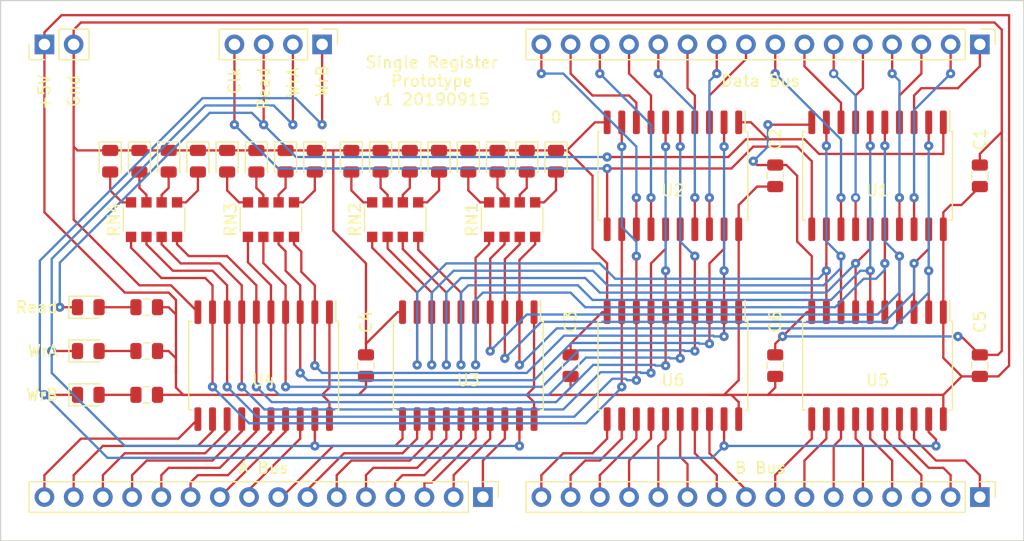
<source format=kicad_pcb>
(kicad_pcb (version 20171130) (host pcbnew "(5.1.4)-1")

  (general
    (thickness 1.6)
    (drawings 17)
    (tracks 748)
    (zones 0)
    (modules 43)
    (nets 90)
  )

  (page A4)
  (layers
    (0 F.Cu signal)
    (31 B.Cu signal)
    (32 B.Adhes user)
    (33 F.Adhes user)
    (34 B.Paste user)
    (35 F.Paste user)
    (36 B.SilkS user)
    (37 F.SilkS user)
    (38 B.Mask user)
    (39 F.Mask user)
    (40 Dwgs.User user)
    (41 Cmts.User user)
    (42 Eco1.User user)
    (43 Eco2.User user)
    (44 Edge.Cuts user)
    (45 Margin user)
    (46 B.CrtYd user)
    (47 F.CrtYd user)
    (48 B.Fab user)
    (49 F.Fab user)
  )

  (setup
    (last_trace_width 0.25)
    (user_trace_width 0.2)
    (trace_clearance 0.2)
    (zone_clearance 0.508)
    (zone_45_only no)
    (trace_min 0.2)
    (via_size 0.8)
    (via_drill 0.4)
    (via_min_size 0.4)
    (via_min_drill 0.3)
    (uvia_size 0.3)
    (uvia_drill 0.1)
    (uvias_allowed no)
    (uvia_min_size 0.2)
    (uvia_min_drill 0.1)
    (edge_width 0.1)
    (segment_width 0.2)
    (pcb_text_width 0.3)
    (pcb_text_size 1.5 1.5)
    (mod_edge_width 0.15)
    (mod_text_size 1 1)
    (mod_text_width 0.15)
    (pad_size 1.524 1.524)
    (pad_drill 0.762)
    (pad_to_mask_clearance 0)
    (aux_axis_origin 0 0)
    (visible_elements 7FFFFFFF)
    (pcbplotparams
      (layerselection 0x010fc_ffffffff)
      (usegerberextensions false)
      (usegerberattributes false)
      (usegerberadvancedattributes false)
      (creategerberjobfile false)
      (excludeedgelayer true)
      (linewidth 0.100000)
      (plotframeref false)
      (viasonmask false)
      (mode 1)
      (useauxorigin false)
      (hpglpennumber 1)
      (hpglpenspeed 20)
      (hpglpendiameter 15.000000)
      (psnegative false)
      (psa4output false)
      (plotreference true)
      (plotvalue true)
      (plotinvisibletext false)
      (padsonsilk false)
      (subtractmaskfromsilk false)
      (outputformat 1)
      (mirror false)
      (drillshape 1)
      (scaleselection 1)
      (outputdirectory ""))
  )

  (net 0 "")
  (net 1 VCC)
  (net 2 GND)
  (net 3 "Net-(D1-Pad2)")
  (net 4 /register/~IN)
  (net 5 "Net-(D2-Pad2)")
  (net 6 /register/~OUTA)
  (net 7 "Net-(D3-Pad2)")
  (net 8 /register/~OUTB)
  (net 9 "Net-(D4-Pad2)")
  (net 10 "Net-(D5-Pad2)")
  (net 11 "Net-(D6-Pad2)")
  (net 12 "Net-(D7-Pad2)")
  (net 13 "Net-(D8-Pad2)")
  (net 14 "Net-(D9-Pad2)")
  (net 15 "Net-(D10-Pad2)")
  (net 16 "Net-(D11-Pad2)")
  (net 17 "Net-(D12-Pad2)")
  (net 18 "Net-(D13-Pad2)")
  (net 19 "Net-(D14-Pad2)")
  (net 20 "Net-(D15-Pad2)")
  (net 21 "Net-(D16-Pad2)")
  (net 22 "Net-(D17-Pad2)")
  (net 23 "Net-(D18-Pad2)")
  (net 24 "Net-(D19-Pad2)")
  (net 25 /register/DATA15)
  (net 26 /register/DATA14)
  (net 27 /register/DATA13)
  (net 28 /register/DATA12)
  (net 29 /register/DATA11)
  (net 30 /register/DATA10)
  (net 31 /register/DATA9)
  (net 32 /register/DATA8)
  (net 33 /register/DATA7)
  (net 34 /register/DATA6)
  (net 35 /register/DATA4)
  (net 36 /register/DATA3)
  (net 37 /register/DATA2)
  (net 38 /register/DATA1)
  (net 39 /register/DATA0)
  (net 40 /register/CLK)
  (net 41 /register/A15)
  (net 42 /register/A14)
  (net 43 /register/A13)
  (net 44 /register/A12)
  (net 45 /register/A11)
  (net 46 /register/A10)
  (net 47 /register/A9)
  (net 48 /register/A8)
  (net 49 /register/A7)
  (net 50 /register/A6)
  (net 51 /register/A5)
  (net 52 /register/A4)
  (net 53 /register/A3)
  (net 54 /register/A2)
  (net 55 /register/A1)
  (net 56 /register/A0)
  (net 57 /register/B15)
  (net 58 /register/B14)
  (net 59 /register/B13)
  (net 60 /register/B12)
  (net 61 /register/B11)
  (net 62 /register/B10)
  (net 63 /register/B9)
  (net 64 /register/B8)
  (net 65 /register/B7)
  (net 66 /register/B6)
  (net 67 /register/B5)
  (net 68 /register/B4)
  (net 69 /register/B3)
  (net 70 /register/B2)
  (net 71 /register/B1)
  (net 72 /register/B0)
  (net 73 /register/Q2)
  (net 74 /register/Q1)
  (net 75 /register/Q3)
  (net 76 /register/Q0)
  (net 77 /register/Q6)
  (net 78 /register/Q5)
  (net 79 /register/Q7)
  (net 80 /register/Q4)
  (net 81 /register/Q10)
  (net 82 /register/Q9)
  (net 83 /register/Q11)
  (net 84 /register/Q8)
  (net 85 /register/Q14)
  (net 86 /register/Q13)
  (net 87 /register/Q15)
  (net 88 /register/Q12)
  (net 89 /register/DATA5)

  (net_class Default "This is the default net class."
    (clearance 0.2)
    (trace_width 0.25)
    (via_dia 0.8)
    (via_drill 0.4)
    (uvia_dia 0.3)
    (uvia_drill 0.1)
    (add_net /register/DATA5)
  )

  (net_class PCBWay ""
    (clearance 0.2)
    (trace_width 0.2)
    (via_dia 0.8)
    (via_drill 0.3)
    (uvia_dia 0.3)
    (uvia_drill 0.1)
    (add_net /register/A0)
    (add_net /register/A1)
    (add_net /register/A10)
    (add_net /register/A11)
    (add_net /register/A12)
    (add_net /register/A13)
    (add_net /register/A14)
    (add_net /register/A15)
    (add_net /register/A2)
    (add_net /register/A3)
    (add_net /register/A4)
    (add_net /register/A5)
    (add_net /register/A6)
    (add_net /register/A7)
    (add_net /register/A8)
    (add_net /register/A9)
    (add_net /register/B0)
    (add_net /register/B1)
    (add_net /register/B10)
    (add_net /register/B11)
    (add_net /register/B12)
    (add_net /register/B13)
    (add_net /register/B14)
    (add_net /register/B15)
    (add_net /register/B2)
    (add_net /register/B3)
    (add_net /register/B4)
    (add_net /register/B5)
    (add_net /register/B6)
    (add_net /register/B7)
    (add_net /register/B8)
    (add_net /register/B9)
    (add_net /register/CLK)
    (add_net /register/DATA0)
    (add_net /register/DATA1)
    (add_net /register/DATA10)
    (add_net /register/DATA11)
    (add_net /register/DATA12)
    (add_net /register/DATA13)
    (add_net /register/DATA14)
    (add_net /register/DATA15)
    (add_net /register/DATA2)
    (add_net /register/DATA3)
    (add_net /register/DATA4)
    (add_net /register/DATA6)
    (add_net /register/DATA7)
    (add_net /register/DATA8)
    (add_net /register/DATA9)
    (add_net /register/Q0)
    (add_net /register/Q1)
    (add_net /register/Q10)
    (add_net /register/Q11)
    (add_net /register/Q12)
    (add_net /register/Q13)
    (add_net /register/Q14)
    (add_net /register/Q15)
    (add_net /register/Q2)
    (add_net /register/Q3)
    (add_net /register/Q4)
    (add_net /register/Q5)
    (add_net /register/Q6)
    (add_net /register/Q7)
    (add_net /register/Q8)
    (add_net /register/Q9)
    (add_net /register/~IN)
    (add_net /register/~OUTA)
    (add_net /register/~OUTB)
    (add_net GND)
    (add_net "Net-(D1-Pad2)")
    (add_net "Net-(D10-Pad2)")
    (add_net "Net-(D11-Pad2)")
    (add_net "Net-(D12-Pad2)")
    (add_net "Net-(D13-Pad2)")
    (add_net "Net-(D14-Pad2)")
    (add_net "Net-(D15-Pad2)")
    (add_net "Net-(D16-Pad2)")
    (add_net "Net-(D17-Pad2)")
    (add_net "Net-(D18-Pad2)")
    (add_net "Net-(D19-Pad2)")
    (add_net "Net-(D2-Pad2)")
    (add_net "Net-(D3-Pad2)")
    (add_net "Net-(D4-Pad2)")
    (add_net "Net-(D5-Pad2)")
    (add_net "Net-(D6-Pad2)")
    (add_net "Net-(D7-Pad2)")
    (add_net "Net-(D8-Pad2)")
    (add_net "Net-(D9-Pad2)")
    (add_net VCC)
  )

  (module Package_SO:SOIC-20W_7.5x12.8mm_P1.27mm (layer F.Cu) (tedit 5C97300E) (tstamp 5D7D3247)
    (at 160.02 78.74 270)
    (descr "SOIC, 20 Pin (JEDEC MS-013AC, https://www.analog.com/media/en/package-pcb-resources/package/233848rw_20.pdf), generated with kicad-footprint-generator ipc_gullwing_generator.py")
    (tags "SOIC SO")
    (path /5D7E17BA/5D7D10D1)
    (attr smd)
    (fp_text reference U2 (at 1.27 0 180) (layer F.SilkS)
      (effects (font (size 1 1) (thickness 0.15)))
    )
    (fp_text value 74LS377 (at -1.27 0 180) (layer F.Fab)
      (effects (font (size 1 1) (thickness 0.15)))
    )
    (fp_text user %R (at 0 0 180) (layer F.Fab)
      (effects (font (size 1 1) (thickness 0.15)))
    )
    (fp_line (start 5.93 -6.65) (end -5.93 -6.65) (layer F.CrtYd) (width 0.05))
    (fp_line (start 5.93 6.65) (end 5.93 -6.65) (layer F.CrtYd) (width 0.05))
    (fp_line (start -5.93 6.65) (end 5.93 6.65) (layer F.CrtYd) (width 0.05))
    (fp_line (start -5.93 -6.65) (end -5.93 6.65) (layer F.CrtYd) (width 0.05))
    (fp_line (start -3.75 -5.4) (end -2.75 -6.4) (layer F.Fab) (width 0.1))
    (fp_line (start -3.75 6.4) (end -3.75 -5.4) (layer F.Fab) (width 0.1))
    (fp_line (start 3.75 6.4) (end -3.75 6.4) (layer F.Fab) (width 0.1))
    (fp_line (start 3.75 -6.4) (end 3.75 6.4) (layer F.Fab) (width 0.1))
    (fp_line (start -2.75 -6.4) (end 3.75 -6.4) (layer F.Fab) (width 0.1))
    (fp_line (start -3.86 -6.275) (end -5.675 -6.275) (layer F.SilkS) (width 0.12))
    (fp_line (start -3.86 -6.51) (end -3.86 -6.275) (layer F.SilkS) (width 0.12))
    (fp_line (start 0 -6.51) (end -3.86 -6.51) (layer F.SilkS) (width 0.12))
    (fp_line (start 3.86 -6.51) (end 3.86 -6.275) (layer F.SilkS) (width 0.12))
    (fp_line (start 0 -6.51) (end 3.86 -6.51) (layer F.SilkS) (width 0.12))
    (fp_line (start -3.86 6.51) (end -3.86 6.275) (layer F.SilkS) (width 0.12))
    (fp_line (start 0 6.51) (end -3.86 6.51) (layer F.SilkS) (width 0.12))
    (fp_line (start 3.86 6.51) (end 3.86 6.275) (layer F.SilkS) (width 0.12))
    (fp_line (start 0 6.51) (end 3.86 6.51) (layer F.SilkS) (width 0.12))
    (pad 20 smd roundrect (at 4.65 -5.715 270) (size 2.05 0.6) (layers F.Cu F.Paste F.Mask) (roundrect_rratio 0.25)
      (net 1 VCC))
    (pad 19 smd roundrect (at 4.65 -4.445 270) (size 2.05 0.6) (layers F.Cu F.Paste F.Mask) (roundrect_rratio 0.25)
      (net 82 /register/Q9))
    (pad 18 smd roundrect (at 4.65 -3.175 270) (size 2.05 0.6) (layers F.Cu F.Paste F.Mask) (roundrect_rratio 0.25)
      (net 31 /register/DATA9))
    (pad 17 smd roundrect (at 4.65 -1.905 270) (size 2.05 0.6) (layers F.Cu F.Paste F.Mask) (roundrect_rratio 0.25)
      (net 29 /register/DATA11))
    (pad 16 smd roundrect (at 4.65 -0.635 270) (size 2.05 0.6) (layers F.Cu F.Paste F.Mask) (roundrect_rratio 0.25)
      (net 83 /register/Q11))
    (pad 15 smd roundrect (at 4.65 0.635 270) (size 2.05 0.6) (layers F.Cu F.Paste F.Mask) (roundrect_rratio 0.25)
      (net 86 /register/Q13))
    (pad 14 smd roundrect (at 4.65 1.905 270) (size 2.05 0.6) (layers F.Cu F.Paste F.Mask) (roundrect_rratio 0.25)
      (net 27 /register/DATA13))
    (pad 13 smd roundrect (at 4.65 3.175 270) (size 2.05 0.6) (layers F.Cu F.Paste F.Mask) (roundrect_rratio 0.25)
      (net 25 /register/DATA15))
    (pad 12 smd roundrect (at 4.65 4.445 270) (size 2.05 0.6) (layers F.Cu F.Paste F.Mask) (roundrect_rratio 0.25)
      (net 87 /register/Q15))
    (pad 11 smd roundrect (at 4.65 5.715 270) (size 2.05 0.6) (layers F.Cu F.Paste F.Mask) (roundrect_rratio 0.25)
      (net 40 /register/CLK))
    (pad 10 smd roundrect (at -4.65 5.715 270) (size 2.05 0.6) (layers F.Cu F.Paste F.Mask) (roundrect_rratio 0.25)
      (net 2 GND))
    (pad 9 smd roundrect (at -4.65 4.445 270) (size 2.05 0.6) (layers F.Cu F.Paste F.Mask) (roundrect_rratio 0.25)
      (net 85 /register/Q14))
    (pad 8 smd roundrect (at -4.65 3.175 270) (size 2.05 0.6) (layers F.Cu F.Paste F.Mask) (roundrect_rratio 0.25)
      (net 26 /register/DATA14))
    (pad 7 smd roundrect (at -4.65 1.905 270) (size 2.05 0.6) (layers F.Cu F.Paste F.Mask) (roundrect_rratio 0.25)
      (net 28 /register/DATA12))
    (pad 6 smd roundrect (at -4.65 0.635 270) (size 2.05 0.6) (layers F.Cu F.Paste F.Mask) (roundrect_rratio 0.25)
      (net 88 /register/Q12))
    (pad 5 smd roundrect (at -4.65 -0.635 270) (size 2.05 0.6) (layers F.Cu F.Paste F.Mask) (roundrect_rratio 0.25)
      (net 81 /register/Q10))
    (pad 4 smd roundrect (at -4.65 -1.905 270) (size 2.05 0.6) (layers F.Cu F.Paste F.Mask) (roundrect_rratio 0.25)
      (net 30 /register/DATA10))
    (pad 3 smd roundrect (at -4.65 -3.175 270) (size 2.05 0.6) (layers F.Cu F.Paste F.Mask) (roundrect_rratio 0.25)
      (net 32 /register/DATA8))
    (pad 2 smd roundrect (at -4.65 -4.445 270) (size 2.05 0.6) (layers F.Cu F.Paste F.Mask) (roundrect_rratio 0.25)
      (net 84 /register/Q8))
    (pad 1 smd roundrect (at -4.65 -5.715 270) (size 2.05 0.6) (layers F.Cu F.Paste F.Mask) (roundrect_rratio 0.25)
      (net 4 /register/~IN))
    (model ${KISYS3DMOD}/Package_SO.3dshapes/SOIC-20W_7.5x12.8mm_P1.27mm.wrl
      (at (xyz 0 0 0))
      (scale (xyz 1 1 1))
      (rotate (xyz 0 0 0))
    )
  )

  (module Connector_PinHeader_2.54mm:PinHeader_1x04_P2.54mm_Vertical (layer F.Cu) (tedit 59FED5CC) (tstamp 5D7D311A)
    (at 129.54 67.31 270)
    (descr "Through hole straight pin header, 1x04, 2.54mm pitch, single row")
    (tags "Through hole pin header THT 1x04 2.54mm single row")
    (path /5D802FA9)
    (fp_text reference J2 (at 0 -2.33 90) (layer F.SilkS) hide
      (effects (font (size 1 1) (thickness 0.15)))
    )
    (fp_text value Ctrl (at 0 12.49 90) (layer F.Fab)
      (effects (font (size 1 1) (thickness 0.15)))
    )
    (fp_text user %R (at 0 5.08) (layer F.Fab)
      (effects (font (size 1 1) (thickness 0.15)))
    )
    (fp_line (start 1.8 -1.8) (end -1.8 -1.8) (layer F.CrtYd) (width 0.05))
    (fp_line (start 1.8 9.4) (end 1.8 -1.8) (layer F.CrtYd) (width 0.05))
    (fp_line (start -1.8 9.4) (end 1.8 9.4) (layer F.CrtYd) (width 0.05))
    (fp_line (start -1.8 -1.8) (end -1.8 9.4) (layer F.CrtYd) (width 0.05))
    (fp_line (start -1.33 -1.33) (end 0 -1.33) (layer F.SilkS) (width 0.12))
    (fp_line (start -1.33 0) (end -1.33 -1.33) (layer F.SilkS) (width 0.12))
    (fp_line (start -1.33 1.27) (end 1.33 1.27) (layer F.SilkS) (width 0.12))
    (fp_line (start 1.33 1.27) (end 1.33 8.95) (layer F.SilkS) (width 0.12))
    (fp_line (start -1.33 1.27) (end -1.33 8.95) (layer F.SilkS) (width 0.12))
    (fp_line (start -1.33 8.95) (end 1.33 8.95) (layer F.SilkS) (width 0.12))
    (fp_line (start -1.27 -0.635) (end -0.635 -1.27) (layer F.Fab) (width 0.1))
    (fp_line (start -1.27 8.89) (end -1.27 -0.635) (layer F.Fab) (width 0.1))
    (fp_line (start 1.27 8.89) (end -1.27 8.89) (layer F.Fab) (width 0.1))
    (fp_line (start 1.27 -1.27) (end 1.27 8.89) (layer F.Fab) (width 0.1))
    (fp_line (start -0.635 -1.27) (end 1.27 -1.27) (layer F.Fab) (width 0.1))
    (pad 4 thru_hole oval (at 0 7.62 270) (size 1.7 1.7) (drill 1) (layers *.Cu *.Mask)
      (net 40 /register/CLK))
    (pad 3 thru_hole oval (at 0 5.08 270) (size 1.7 1.7) (drill 1) (layers *.Cu *.Mask)
      (net 4 /register/~IN))
    (pad 2 thru_hole oval (at 0 2.54 270) (size 1.7 1.7) (drill 1) (layers *.Cu *.Mask)
      (net 6 /register/~OUTA))
    (pad 1 thru_hole rect (at 0 0 270) (size 1.7 1.7) (drill 1) (layers *.Cu *.Mask)
      (net 8 /register/~OUTB))
    (model ${KISYS3DMOD}/Connector_PinHeader_2.54mm.3dshapes/PinHeader_1x04_P2.54mm_Vertical.wrl
      (at (xyz 0 0 0))
      (scale (xyz 1 1 1))
      (rotate (xyz 0 0 0))
    )
  )

  (module Connector_PinHeader_2.54mm:PinHeader_1x02_P2.54mm_Vertical (layer F.Cu) (tedit 59FED5CC) (tstamp 5D7DD25A)
    (at 105.41 67.31 90)
    (descr "Through hole straight pin header, 1x02, 2.54mm pitch, single row")
    (tags "Through hole pin header THT 1x02 2.54mm single row")
    (path /5D7E17BA/5D8A9165)
    (fp_text reference J5 (at 0 -2.33 90) (layer F.SilkS) hide
      (effects (font (size 1 1) (thickness 0.15)))
    )
    (fp_text value PWR (at 0 4.87 90) (layer F.Fab)
      (effects (font (size 1 1) (thickness 0.15)))
    )
    (fp_text user %R (at 0 1.27) (layer F.Fab)
      (effects (font (size 1 1) (thickness 0.15)))
    )
    (fp_line (start 1.8 -1.8) (end -1.8 -1.8) (layer F.CrtYd) (width 0.05))
    (fp_line (start 1.8 4.35) (end 1.8 -1.8) (layer F.CrtYd) (width 0.05))
    (fp_line (start -1.8 4.35) (end 1.8 4.35) (layer F.CrtYd) (width 0.05))
    (fp_line (start -1.8 -1.8) (end -1.8 4.35) (layer F.CrtYd) (width 0.05))
    (fp_line (start -1.33 -1.33) (end 0 -1.33) (layer F.SilkS) (width 0.12))
    (fp_line (start -1.33 0) (end -1.33 -1.33) (layer F.SilkS) (width 0.12))
    (fp_line (start -1.33 1.27) (end 1.33 1.27) (layer F.SilkS) (width 0.12))
    (fp_line (start 1.33 1.27) (end 1.33 3.87) (layer F.SilkS) (width 0.12))
    (fp_line (start -1.33 1.27) (end -1.33 3.87) (layer F.SilkS) (width 0.12))
    (fp_line (start -1.33 3.87) (end 1.33 3.87) (layer F.SilkS) (width 0.12))
    (fp_line (start -1.27 -0.635) (end -0.635 -1.27) (layer F.Fab) (width 0.1))
    (fp_line (start -1.27 3.81) (end -1.27 -0.635) (layer F.Fab) (width 0.1))
    (fp_line (start 1.27 3.81) (end -1.27 3.81) (layer F.Fab) (width 0.1))
    (fp_line (start 1.27 -1.27) (end 1.27 3.81) (layer F.Fab) (width 0.1))
    (fp_line (start -0.635 -1.27) (end 1.27 -1.27) (layer F.Fab) (width 0.1))
    (pad 2 thru_hole oval (at 0 2.54 90) (size 1.7 1.7) (drill 1) (layers *.Cu *.Mask)
      (net 2 GND))
    (pad 1 thru_hole rect (at 0 0 90) (size 1.7 1.7) (drill 1) (layers *.Cu *.Mask)
      (net 1 VCC))
    (model ${KISYS3DMOD}/Connector_PinHeader_2.54mm.3dshapes/PinHeader_1x02_P2.54mm_Vertical.wrl
      (at (xyz 0 0 0))
      (scale (xyz 1 1 1))
      (rotate (xyz 0 0 0))
    )
  )

  (module Package_SO:SOIC-20W_7.5x12.8mm_P1.27mm (layer F.Cu) (tedit 5C97300E) (tstamp 5D7D32F3)
    (at 160.02 95.25 270)
    (descr "SOIC, 20 Pin (JEDEC MS-013AC, https://www.analog.com/media/en/package-pcb-resources/package/233848rw_20.pdf), generated with kicad-footprint-generator ipc_gullwing_generator.py")
    (tags "SOIC SO")
    (path /5D7E17BA/5D7D7819)
    (attr smd)
    (fp_text reference U6 (at 1.27 0 180) (layer F.SilkS)
      (effects (font (size 1 1) (thickness 0.15)))
    )
    (fp_text value 74LS245 (at -1.27 0 180) (layer F.Fab)
      (effects (font (size 1 1) (thickness 0.15)))
    )
    (fp_text user %R (at 0 0 180) (layer F.Fab)
      (effects (font (size 1 1) (thickness 0.15)))
    )
    (fp_line (start 5.93 -6.65) (end -5.93 -6.65) (layer F.CrtYd) (width 0.05))
    (fp_line (start 5.93 6.65) (end 5.93 -6.65) (layer F.CrtYd) (width 0.05))
    (fp_line (start -5.93 6.65) (end 5.93 6.65) (layer F.CrtYd) (width 0.05))
    (fp_line (start -5.93 -6.65) (end -5.93 6.65) (layer F.CrtYd) (width 0.05))
    (fp_line (start -3.75 -5.4) (end -2.75 -6.4) (layer F.Fab) (width 0.1))
    (fp_line (start -3.75 6.4) (end -3.75 -5.4) (layer F.Fab) (width 0.1))
    (fp_line (start 3.75 6.4) (end -3.75 6.4) (layer F.Fab) (width 0.1))
    (fp_line (start 3.75 -6.4) (end 3.75 6.4) (layer F.Fab) (width 0.1))
    (fp_line (start -2.75 -6.4) (end 3.75 -6.4) (layer F.Fab) (width 0.1))
    (fp_line (start -3.86 -6.275) (end -5.675 -6.275) (layer F.SilkS) (width 0.12))
    (fp_line (start -3.86 -6.51) (end -3.86 -6.275) (layer F.SilkS) (width 0.12))
    (fp_line (start 0 -6.51) (end -3.86 -6.51) (layer F.SilkS) (width 0.12))
    (fp_line (start 3.86 -6.51) (end 3.86 -6.275) (layer F.SilkS) (width 0.12))
    (fp_line (start 0 -6.51) (end 3.86 -6.51) (layer F.SilkS) (width 0.12))
    (fp_line (start -3.86 6.51) (end -3.86 6.275) (layer F.SilkS) (width 0.12))
    (fp_line (start 0 6.51) (end -3.86 6.51) (layer F.SilkS) (width 0.12))
    (fp_line (start 3.86 6.51) (end 3.86 6.275) (layer F.SilkS) (width 0.12))
    (fp_line (start 0 6.51) (end 3.86 6.51) (layer F.SilkS) (width 0.12))
    (pad 20 smd roundrect (at 4.65 -5.715 270) (size 2.05 0.6) (layers F.Cu F.Paste F.Mask) (roundrect_rratio 0.25)
      (net 1 VCC))
    (pad 19 smd roundrect (at 4.65 -4.445 270) (size 2.05 0.6) (layers F.Cu F.Paste F.Mask) (roundrect_rratio 0.25)
      (net 8 /register/~OUTB))
    (pad 18 smd roundrect (at 4.65 -3.175 270) (size 2.05 0.6) (layers F.Cu F.Paste F.Mask) (roundrect_rratio 0.25)
      (net 64 /register/B8))
    (pad 17 smd roundrect (at 4.65 -1.905 270) (size 2.05 0.6) (layers F.Cu F.Paste F.Mask) (roundrect_rratio 0.25)
      (net 63 /register/B9))
    (pad 16 smd roundrect (at 4.65 -0.635 270) (size 2.05 0.6) (layers F.Cu F.Paste F.Mask) (roundrect_rratio 0.25)
      (net 62 /register/B10))
    (pad 15 smd roundrect (at 4.65 0.635 270) (size 2.05 0.6) (layers F.Cu F.Paste F.Mask) (roundrect_rratio 0.25)
      (net 61 /register/B11))
    (pad 14 smd roundrect (at 4.65 1.905 270) (size 2.05 0.6) (layers F.Cu F.Paste F.Mask) (roundrect_rratio 0.25)
      (net 60 /register/B12))
    (pad 13 smd roundrect (at 4.65 3.175 270) (size 2.05 0.6) (layers F.Cu F.Paste F.Mask) (roundrect_rratio 0.25)
      (net 59 /register/B13))
    (pad 12 smd roundrect (at 4.65 4.445 270) (size 2.05 0.6) (layers F.Cu F.Paste F.Mask) (roundrect_rratio 0.25)
      (net 58 /register/B14))
    (pad 11 smd roundrect (at 4.65 5.715 270) (size 2.05 0.6) (layers F.Cu F.Paste F.Mask) (roundrect_rratio 0.25)
      (net 57 /register/B15))
    (pad 10 smd roundrect (at -4.65 5.715 270) (size 2.05 0.6) (layers F.Cu F.Paste F.Mask) (roundrect_rratio 0.25)
      (net 2 GND))
    (pad 9 smd roundrect (at -4.65 4.445 270) (size 2.05 0.6) (layers F.Cu F.Paste F.Mask) (roundrect_rratio 0.25)
      (net 87 /register/Q15))
    (pad 8 smd roundrect (at -4.65 3.175 270) (size 2.05 0.6) (layers F.Cu F.Paste F.Mask) (roundrect_rratio 0.25)
      (net 85 /register/Q14))
    (pad 7 smd roundrect (at -4.65 1.905 270) (size 2.05 0.6) (layers F.Cu F.Paste F.Mask) (roundrect_rratio 0.25)
      (net 86 /register/Q13))
    (pad 6 smd roundrect (at -4.65 0.635 270) (size 2.05 0.6) (layers F.Cu F.Paste F.Mask) (roundrect_rratio 0.25)
      (net 88 /register/Q12))
    (pad 5 smd roundrect (at -4.65 -0.635 270) (size 2.05 0.6) (layers F.Cu F.Paste F.Mask) (roundrect_rratio 0.25)
      (net 83 /register/Q11))
    (pad 4 smd roundrect (at -4.65 -1.905 270) (size 2.05 0.6) (layers F.Cu F.Paste F.Mask) (roundrect_rratio 0.25)
      (net 81 /register/Q10))
    (pad 3 smd roundrect (at -4.65 -3.175 270) (size 2.05 0.6) (layers F.Cu F.Paste F.Mask) (roundrect_rratio 0.25)
      (net 82 /register/Q9))
    (pad 2 smd roundrect (at -4.65 -4.445 270) (size 2.05 0.6) (layers F.Cu F.Paste F.Mask) (roundrect_rratio 0.25)
      (net 84 /register/Q8))
    (pad 1 smd roundrect (at -4.65 -5.715 270) (size 2.05 0.6) (layers F.Cu F.Paste F.Mask) (roundrect_rratio 0.25)
      (net 1 VCC))
    (model ${KISYS3DMOD}/Package_SO.3dshapes/SOIC-20W_7.5x12.8mm_P1.27mm.wrl
      (at (xyz 0 0 0))
      (scale (xyz 1 1 1))
      (rotate (xyz 0 0 0))
    )
  )

  (module Package_SO:SOIC-20W_7.5x12.8mm_P1.27mm (layer F.Cu) (tedit 5C97300E) (tstamp 5D7D32C8)
    (at 177.8 95.25 270)
    (descr "SOIC, 20 Pin (JEDEC MS-013AC, https://www.analog.com/media/en/package-pcb-resources/package/233848rw_20.pdf), generated with kicad-footprint-generator ipc_gullwing_generator.py")
    (tags "SOIC SO")
    (path /5D7E17BA/5D7D5B59)
    (attr smd)
    (fp_text reference U5 (at 1.27 0 180) (layer F.SilkS)
      (effects (font (size 1 1) (thickness 0.15)))
    )
    (fp_text value 74LS245 (at -1.27 0 180) (layer F.Fab)
      (effects (font (size 1 1) (thickness 0.15)))
    )
    (fp_text user %R (at 0 0 180) (layer F.Fab)
      (effects (font (size 1 1) (thickness 0.15)))
    )
    (fp_line (start 5.93 -6.65) (end -5.93 -6.65) (layer F.CrtYd) (width 0.05))
    (fp_line (start 5.93 6.65) (end 5.93 -6.65) (layer F.CrtYd) (width 0.05))
    (fp_line (start -5.93 6.65) (end 5.93 6.65) (layer F.CrtYd) (width 0.05))
    (fp_line (start -5.93 -6.65) (end -5.93 6.65) (layer F.CrtYd) (width 0.05))
    (fp_line (start -3.75 -5.4) (end -2.75 -6.4) (layer F.Fab) (width 0.1))
    (fp_line (start -3.75 6.4) (end -3.75 -5.4) (layer F.Fab) (width 0.1))
    (fp_line (start 3.75 6.4) (end -3.75 6.4) (layer F.Fab) (width 0.1))
    (fp_line (start 3.75 -6.4) (end 3.75 6.4) (layer F.Fab) (width 0.1))
    (fp_line (start -2.75 -6.4) (end 3.75 -6.4) (layer F.Fab) (width 0.1))
    (fp_line (start -3.86 -6.275) (end -5.675 -6.275) (layer F.SilkS) (width 0.12))
    (fp_line (start -3.86 -6.51) (end -3.86 -6.275) (layer F.SilkS) (width 0.12))
    (fp_line (start 0 -6.51) (end -3.86 -6.51) (layer F.SilkS) (width 0.12))
    (fp_line (start 3.86 -6.51) (end 3.86 -6.275) (layer F.SilkS) (width 0.12))
    (fp_line (start 0 -6.51) (end 3.86 -6.51) (layer F.SilkS) (width 0.12))
    (fp_line (start -3.86 6.51) (end -3.86 6.275) (layer F.SilkS) (width 0.12))
    (fp_line (start 0 6.51) (end -3.86 6.51) (layer F.SilkS) (width 0.12))
    (fp_line (start 3.86 6.51) (end 3.86 6.275) (layer F.SilkS) (width 0.12))
    (fp_line (start 0 6.51) (end 3.86 6.51) (layer F.SilkS) (width 0.12))
    (pad 20 smd roundrect (at 4.65 -5.715 270) (size 2.05 0.6) (layers F.Cu F.Paste F.Mask) (roundrect_rratio 0.25)
      (net 1 VCC))
    (pad 19 smd roundrect (at 4.65 -4.445 270) (size 2.05 0.6) (layers F.Cu F.Paste F.Mask) (roundrect_rratio 0.25)
      (net 8 /register/~OUTB))
    (pad 18 smd roundrect (at 4.65 -3.175 270) (size 2.05 0.6) (layers F.Cu F.Paste F.Mask) (roundrect_rratio 0.25)
      (net 72 /register/B0))
    (pad 17 smd roundrect (at 4.65 -1.905 270) (size 2.05 0.6) (layers F.Cu F.Paste F.Mask) (roundrect_rratio 0.25)
      (net 71 /register/B1))
    (pad 16 smd roundrect (at 4.65 -0.635 270) (size 2.05 0.6) (layers F.Cu F.Paste F.Mask) (roundrect_rratio 0.25)
      (net 70 /register/B2))
    (pad 15 smd roundrect (at 4.65 0.635 270) (size 2.05 0.6) (layers F.Cu F.Paste F.Mask) (roundrect_rratio 0.25)
      (net 69 /register/B3))
    (pad 14 smd roundrect (at 4.65 1.905 270) (size 2.05 0.6) (layers F.Cu F.Paste F.Mask) (roundrect_rratio 0.25)
      (net 68 /register/B4))
    (pad 13 smd roundrect (at 4.65 3.175 270) (size 2.05 0.6) (layers F.Cu F.Paste F.Mask) (roundrect_rratio 0.25)
      (net 67 /register/B5))
    (pad 12 smd roundrect (at 4.65 4.445 270) (size 2.05 0.6) (layers F.Cu F.Paste F.Mask) (roundrect_rratio 0.25)
      (net 66 /register/B6))
    (pad 11 smd roundrect (at 4.65 5.715 270) (size 2.05 0.6) (layers F.Cu F.Paste F.Mask) (roundrect_rratio 0.25)
      (net 65 /register/B7))
    (pad 10 smd roundrect (at -4.65 5.715 270) (size 2.05 0.6) (layers F.Cu F.Paste F.Mask) (roundrect_rratio 0.25)
      (net 2 GND))
    (pad 9 smd roundrect (at -4.65 4.445 270) (size 2.05 0.6) (layers F.Cu F.Paste F.Mask) (roundrect_rratio 0.25)
      (net 79 /register/Q7))
    (pad 8 smd roundrect (at -4.65 3.175 270) (size 2.05 0.6) (layers F.Cu F.Paste F.Mask) (roundrect_rratio 0.25)
      (net 77 /register/Q6))
    (pad 7 smd roundrect (at -4.65 1.905 270) (size 2.05 0.6) (layers F.Cu F.Paste F.Mask) (roundrect_rratio 0.25)
      (net 78 /register/Q5))
    (pad 6 smd roundrect (at -4.65 0.635 270) (size 2.05 0.6) (layers F.Cu F.Paste F.Mask) (roundrect_rratio 0.25)
      (net 80 /register/Q4))
    (pad 5 smd roundrect (at -4.65 -0.635 270) (size 2.05 0.6) (layers F.Cu F.Paste F.Mask) (roundrect_rratio 0.25)
      (net 75 /register/Q3))
    (pad 4 smd roundrect (at -4.65 -1.905 270) (size 2.05 0.6) (layers F.Cu F.Paste F.Mask) (roundrect_rratio 0.25)
      (net 73 /register/Q2))
    (pad 3 smd roundrect (at -4.65 -3.175 270) (size 2.05 0.6) (layers F.Cu F.Paste F.Mask) (roundrect_rratio 0.25)
      (net 74 /register/Q1))
    (pad 2 smd roundrect (at -4.65 -4.445 270) (size 2.05 0.6) (layers F.Cu F.Paste F.Mask) (roundrect_rratio 0.25)
      (net 76 /register/Q0))
    (pad 1 smd roundrect (at -4.65 -5.715 270) (size 2.05 0.6) (layers F.Cu F.Paste F.Mask) (roundrect_rratio 0.25)
      (net 1 VCC))
    (model ${KISYS3DMOD}/Package_SO.3dshapes/SOIC-20W_7.5x12.8mm_P1.27mm.wrl
      (at (xyz 0 0 0))
      (scale (xyz 1 1 1))
      (rotate (xyz 0 0 0))
    )
  )

  (module Package_SO:SOIC-20W_7.5x12.8mm_P1.27mm (layer F.Cu) (tedit 5C97300E) (tstamp 5D7D329D)
    (at 124.46 95.25 270)
    (descr "SOIC, 20 Pin (JEDEC MS-013AC, https://www.analog.com/media/en/package-pcb-resources/package/233848rw_20.pdf), generated with kicad-footprint-generator ipc_gullwing_generator.py")
    (tags "SOIC SO")
    (path /5D7E17BA/5D7D62E1)
    (attr smd)
    (fp_text reference U4 (at 1.27 0 180) (layer F.SilkS)
      (effects (font (size 1 1) (thickness 0.15)))
    )
    (fp_text value 74LS245 (at -1.27 0 180) (layer F.Fab)
      (effects (font (size 1 1) (thickness 0.15)))
    )
    (fp_text user %R (at 0 0 180) (layer F.Fab)
      (effects (font (size 1 1) (thickness 0.15)))
    )
    (fp_line (start 5.93 -6.65) (end -5.93 -6.65) (layer F.CrtYd) (width 0.05))
    (fp_line (start 5.93 6.65) (end 5.93 -6.65) (layer F.CrtYd) (width 0.05))
    (fp_line (start -5.93 6.65) (end 5.93 6.65) (layer F.CrtYd) (width 0.05))
    (fp_line (start -5.93 -6.65) (end -5.93 6.65) (layer F.CrtYd) (width 0.05))
    (fp_line (start -3.75 -5.4) (end -2.75 -6.4) (layer F.Fab) (width 0.1))
    (fp_line (start -3.75 6.4) (end -3.75 -5.4) (layer F.Fab) (width 0.1))
    (fp_line (start 3.75 6.4) (end -3.75 6.4) (layer F.Fab) (width 0.1))
    (fp_line (start 3.75 -6.4) (end 3.75 6.4) (layer F.Fab) (width 0.1))
    (fp_line (start -2.75 -6.4) (end 3.75 -6.4) (layer F.Fab) (width 0.1))
    (fp_line (start -3.86 -6.275) (end -5.675 -6.275) (layer F.SilkS) (width 0.12))
    (fp_line (start -3.86 -6.51) (end -3.86 -6.275) (layer F.SilkS) (width 0.12))
    (fp_line (start 0 -6.51) (end -3.86 -6.51) (layer F.SilkS) (width 0.12))
    (fp_line (start 3.86 -6.51) (end 3.86 -6.275) (layer F.SilkS) (width 0.12))
    (fp_line (start 0 -6.51) (end 3.86 -6.51) (layer F.SilkS) (width 0.12))
    (fp_line (start -3.86 6.51) (end -3.86 6.275) (layer F.SilkS) (width 0.12))
    (fp_line (start 0 6.51) (end -3.86 6.51) (layer F.SilkS) (width 0.12))
    (fp_line (start 3.86 6.51) (end 3.86 6.275) (layer F.SilkS) (width 0.12))
    (fp_line (start 0 6.51) (end 3.86 6.51) (layer F.SilkS) (width 0.12))
    (pad 20 smd roundrect (at 4.65 -5.715 270) (size 2.05 0.6) (layers F.Cu F.Paste F.Mask) (roundrect_rratio 0.25)
      (net 1 VCC))
    (pad 19 smd roundrect (at 4.65 -4.445 270) (size 2.05 0.6) (layers F.Cu F.Paste F.Mask) (roundrect_rratio 0.25)
      (net 6 /register/~OUTA))
    (pad 18 smd roundrect (at 4.65 -3.175 270) (size 2.05 0.6) (layers F.Cu F.Paste F.Mask) (roundrect_rratio 0.25)
      (net 48 /register/A8))
    (pad 17 smd roundrect (at 4.65 -1.905 270) (size 2.05 0.6) (layers F.Cu F.Paste F.Mask) (roundrect_rratio 0.25)
      (net 47 /register/A9))
    (pad 16 smd roundrect (at 4.65 -0.635 270) (size 2.05 0.6) (layers F.Cu F.Paste F.Mask) (roundrect_rratio 0.25)
      (net 46 /register/A10))
    (pad 15 smd roundrect (at 4.65 0.635 270) (size 2.05 0.6) (layers F.Cu F.Paste F.Mask) (roundrect_rratio 0.25)
      (net 45 /register/A11))
    (pad 14 smd roundrect (at 4.65 1.905 270) (size 2.05 0.6) (layers F.Cu F.Paste F.Mask) (roundrect_rratio 0.25)
      (net 44 /register/A12))
    (pad 13 smd roundrect (at 4.65 3.175 270) (size 2.05 0.6) (layers F.Cu F.Paste F.Mask) (roundrect_rratio 0.25)
      (net 43 /register/A13))
    (pad 12 smd roundrect (at 4.65 4.445 270) (size 2.05 0.6) (layers F.Cu F.Paste F.Mask) (roundrect_rratio 0.25)
      (net 42 /register/A14))
    (pad 11 smd roundrect (at 4.65 5.715 270) (size 2.05 0.6) (layers F.Cu F.Paste F.Mask) (roundrect_rratio 0.25)
      (net 41 /register/A15))
    (pad 10 smd roundrect (at -4.65 5.715 270) (size 2.05 0.6) (layers F.Cu F.Paste F.Mask) (roundrect_rratio 0.25)
      (net 2 GND))
    (pad 9 smd roundrect (at -4.65 4.445 270) (size 2.05 0.6) (layers F.Cu F.Paste F.Mask) (roundrect_rratio 0.25)
      (net 87 /register/Q15))
    (pad 8 smd roundrect (at -4.65 3.175 270) (size 2.05 0.6) (layers F.Cu F.Paste F.Mask) (roundrect_rratio 0.25)
      (net 85 /register/Q14))
    (pad 7 smd roundrect (at -4.65 1.905 270) (size 2.05 0.6) (layers F.Cu F.Paste F.Mask) (roundrect_rratio 0.25)
      (net 86 /register/Q13))
    (pad 6 smd roundrect (at -4.65 0.635 270) (size 2.05 0.6) (layers F.Cu F.Paste F.Mask) (roundrect_rratio 0.25)
      (net 88 /register/Q12))
    (pad 5 smd roundrect (at -4.65 -0.635 270) (size 2.05 0.6) (layers F.Cu F.Paste F.Mask) (roundrect_rratio 0.25)
      (net 83 /register/Q11))
    (pad 4 smd roundrect (at -4.65 -1.905 270) (size 2.05 0.6) (layers F.Cu F.Paste F.Mask) (roundrect_rratio 0.25)
      (net 81 /register/Q10))
    (pad 3 smd roundrect (at -4.65 -3.175 270) (size 2.05 0.6) (layers F.Cu F.Paste F.Mask) (roundrect_rratio 0.25)
      (net 82 /register/Q9))
    (pad 2 smd roundrect (at -4.65 -4.445 270) (size 2.05 0.6) (layers F.Cu F.Paste F.Mask) (roundrect_rratio 0.25)
      (net 84 /register/Q8))
    (pad 1 smd roundrect (at -4.65 -5.715 270) (size 2.05 0.6) (layers F.Cu F.Paste F.Mask) (roundrect_rratio 0.25)
      (net 1 VCC))
    (model ${KISYS3DMOD}/Package_SO.3dshapes/SOIC-20W_7.5x12.8mm_P1.27mm.wrl
      (at (xyz 0 0 0))
      (scale (xyz 1 1 1))
      (rotate (xyz 0 0 0))
    )
  )

  (module Package_SO:SOIC-20W_7.5x12.8mm_P1.27mm (layer F.Cu) (tedit 5C97300E) (tstamp 5D7D3272)
    (at 142.24 95.25 270)
    (descr "SOIC, 20 Pin (JEDEC MS-013AC, https://www.analog.com/media/en/package-pcb-resources/package/233848rw_20.pdf), generated with kicad-footprint-generator ipc_gullwing_generator.py")
    (tags "SOIC SO")
    (path /5D7E17BA/5D7D4DBA)
    (attr smd)
    (fp_text reference U3 (at 1.27 0 180) (layer F.SilkS)
      (effects (font (size 1 1) (thickness 0.15)))
    )
    (fp_text value 74LS245 (at -1.27 0 180) (layer F.Fab)
      (effects (font (size 1 1) (thickness 0.15)))
    )
    (fp_text user %R (at 0 0 180) (layer F.Fab)
      (effects (font (size 1 1) (thickness 0.15)))
    )
    (fp_line (start 5.93 -6.65) (end -5.93 -6.65) (layer F.CrtYd) (width 0.05))
    (fp_line (start 5.93 6.65) (end 5.93 -6.65) (layer F.CrtYd) (width 0.05))
    (fp_line (start -5.93 6.65) (end 5.93 6.65) (layer F.CrtYd) (width 0.05))
    (fp_line (start -5.93 -6.65) (end -5.93 6.65) (layer F.CrtYd) (width 0.05))
    (fp_line (start -3.75 -5.4) (end -2.75 -6.4) (layer F.Fab) (width 0.1))
    (fp_line (start -3.75 6.4) (end -3.75 -5.4) (layer F.Fab) (width 0.1))
    (fp_line (start 3.75 6.4) (end -3.75 6.4) (layer F.Fab) (width 0.1))
    (fp_line (start 3.75 -6.4) (end 3.75 6.4) (layer F.Fab) (width 0.1))
    (fp_line (start -2.75 -6.4) (end 3.75 -6.4) (layer F.Fab) (width 0.1))
    (fp_line (start -3.86 -6.275) (end -5.675 -6.275) (layer F.SilkS) (width 0.12))
    (fp_line (start -3.86 -6.51) (end -3.86 -6.275) (layer F.SilkS) (width 0.12))
    (fp_line (start 0 -6.51) (end -3.86 -6.51) (layer F.SilkS) (width 0.12))
    (fp_line (start 3.86 -6.51) (end 3.86 -6.275) (layer F.SilkS) (width 0.12))
    (fp_line (start 0 -6.51) (end 3.86 -6.51) (layer F.SilkS) (width 0.12))
    (fp_line (start -3.86 6.51) (end -3.86 6.275) (layer F.SilkS) (width 0.12))
    (fp_line (start 0 6.51) (end -3.86 6.51) (layer F.SilkS) (width 0.12))
    (fp_line (start 3.86 6.51) (end 3.86 6.275) (layer F.SilkS) (width 0.12))
    (fp_line (start 0 6.51) (end 3.86 6.51) (layer F.SilkS) (width 0.12))
    (pad 20 smd roundrect (at 4.65 -5.715 270) (size 2.05 0.6) (layers F.Cu F.Paste F.Mask) (roundrect_rratio 0.25)
      (net 1 VCC))
    (pad 19 smd roundrect (at 4.65 -4.445 270) (size 2.05 0.6) (layers F.Cu F.Paste F.Mask) (roundrect_rratio 0.25)
      (net 6 /register/~OUTA))
    (pad 18 smd roundrect (at 4.65 -3.175 270) (size 2.05 0.6) (layers F.Cu F.Paste F.Mask) (roundrect_rratio 0.25)
      (net 56 /register/A0))
    (pad 17 smd roundrect (at 4.65 -1.905 270) (size 2.05 0.6) (layers F.Cu F.Paste F.Mask) (roundrect_rratio 0.25)
      (net 55 /register/A1))
    (pad 16 smd roundrect (at 4.65 -0.635 270) (size 2.05 0.6) (layers F.Cu F.Paste F.Mask) (roundrect_rratio 0.25)
      (net 54 /register/A2))
    (pad 15 smd roundrect (at 4.65 0.635 270) (size 2.05 0.6) (layers F.Cu F.Paste F.Mask) (roundrect_rratio 0.25)
      (net 53 /register/A3))
    (pad 14 smd roundrect (at 4.65 1.905 270) (size 2.05 0.6) (layers F.Cu F.Paste F.Mask) (roundrect_rratio 0.25)
      (net 52 /register/A4))
    (pad 13 smd roundrect (at 4.65 3.175 270) (size 2.05 0.6) (layers F.Cu F.Paste F.Mask) (roundrect_rratio 0.25)
      (net 51 /register/A5))
    (pad 12 smd roundrect (at 4.65 4.445 270) (size 2.05 0.6) (layers F.Cu F.Paste F.Mask) (roundrect_rratio 0.25)
      (net 50 /register/A6))
    (pad 11 smd roundrect (at 4.65 5.715 270) (size 2.05 0.6) (layers F.Cu F.Paste F.Mask) (roundrect_rratio 0.25)
      (net 49 /register/A7))
    (pad 10 smd roundrect (at -4.65 5.715 270) (size 2.05 0.6) (layers F.Cu F.Paste F.Mask) (roundrect_rratio 0.25)
      (net 2 GND))
    (pad 9 smd roundrect (at -4.65 4.445 270) (size 2.05 0.6) (layers F.Cu F.Paste F.Mask) (roundrect_rratio 0.25)
      (net 79 /register/Q7))
    (pad 8 smd roundrect (at -4.65 3.175 270) (size 2.05 0.6) (layers F.Cu F.Paste F.Mask) (roundrect_rratio 0.25)
      (net 77 /register/Q6))
    (pad 7 smd roundrect (at -4.65 1.905 270) (size 2.05 0.6) (layers F.Cu F.Paste F.Mask) (roundrect_rratio 0.25)
      (net 78 /register/Q5))
    (pad 6 smd roundrect (at -4.65 0.635 270) (size 2.05 0.6) (layers F.Cu F.Paste F.Mask) (roundrect_rratio 0.25)
      (net 80 /register/Q4))
    (pad 5 smd roundrect (at -4.65 -0.635 270) (size 2.05 0.6) (layers F.Cu F.Paste F.Mask) (roundrect_rratio 0.25)
      (net 75 /register/Q3))
    (pad 4 smd roundrect (at -4.65 -1.905 270) (size 2.05 0.6) (layers F.Cu F.Paste F.Mask) (roundrect_rratio 0.25)
      (net 73 /register/Q2))
    (pad 3 smd roundrect (at -4.65 -3.175 270) (size 2.05 0.6) (layers F.Cu F.Paste F.Mask) (roundrect_rratio 0.25)
      (net 74 /register/Q1))
    (pad 2 smd roundrect (at -4.65 -4.445 270) (size 2.05 0.6) (layers F.Cu F.Paste F.Mask) (roundrect_rratio 0.25)
      (net 76 /register/Q0))
    (pad 1 smd roundrect (at -4.65 -5.715 270) (size 2.05 0.6) (layers F.Cu F.Paste F.Mask) (roundrect_rratio 0.25)
      (net 1 VCC))
    (model ${KISYS3DMOD}/Package_SO.3dshapes/SOIC-20W_7.5x12.8mm_P1.27mm.wrl
      (at (xyz 0 0 0))
      (scale (xyz 1 1 1))
      (rotate (xyz 0 0 0))
    )
  )

  (module Package_SO:SOIC-20W_7.5x12.8mm_P1.27mm (layer F.Cu) (tedit 5C97300E) (tstamp 5D7D321C)
    (at 177.8 78.74 270)
    (descr "SOIC, 20 Pin (JEDEC MS-013AC, https://www.analog.com/media/en/package-pcb-resources/package/233848rw_20.pdf), generated with kicad-footprint-generator ipc_gullwing_generator.py")
    (tags "SOIC SO")
    (path /5D7E17BA/5D7CFC6C)
    (attr smd)
    (fp_text reference U1 (at 1.27 0 180) (layer F.SilkS)
      (effects (font (size 1 1) (thickness 0.15)))
    )
    (fp_text value 74LS377 (at -1.27 0 180) (layer F.Fab)
      (effects (font (size 1 1) (thickness 0.15)))
    )
    (fp_text user %R (at 0 0 180) (layer F.Fab)
      (effects (font (size 1 1) (thickness 0.15)))
    )
    (fp_line (start 5.93 -6.65) (end -5.93 -6.65) (layer F.CrtYd) (width 0.05))
    (fp_line (start 5.93 6.65) (end 5.93 -6.65) (layer F.CrtYd) (width 0.05))
    (fp_line (start -5.93 6.65) (end 5.93 6.65) (layer F.CrtYd) (width 0.05))
    (fp_line (start -5.93 -6.65) (end -5.93 6.65) (layer F.CrtYd) (width 0.05))
    (fp_line (start -3.75 -5.4) (end -2.75 -6.4) (layer F.Fab) (width 0.1))
    (fp_line (start -3.75 6.4) (end -3.75 -5.4) (layer F.Fab) (width 0.1))
    (fp_line (start 3.75 6.4) (end -3.75 6.4) (layer F.Fab) (width 0.1))
    (fp_line (start 3.75 -6.4) (end 3.75 6.4) (layer F.Fab) (width 0.1))
    (fp_line (start -2.75 -6.4) (end 3.75 -6.4) (layer F.Fab) (width 0.1))
    (fp_line (start -3.86 -6.275) (end -5.675 -6.275) (layer F.SilkS) (width 0.12))
    (fp_line (start -3.86 -6.51) (end -3.86 -6.275) (layer F.SilkS) (width 0.12))
    (fp_line (start 0 -6.51) (end -3.86 -6.51) (layer F.SilkS) (width 0.12))
    (fp_line (start 3.86 -6.51) (end 3.86 -6.275) (layer F.SilkS) (width 0.12))
    (fp_line (start 0 -6.51) (end 3.86 -6.51) (layer F.SilkS) (width 0.12))
    (fp_line (start -3.86 6.51) (end -3.86 6.275) (layer F.SilkS) (width 0.12))
    (fp_line (start 0 6.51) (end -3.86 6.51) (layer F.SilkS) (width 0.12))
    (fp_line (start 3.86 6.51) (end 3.86 6.275) (layer F.SilkS) (width 0.12))
    (fp_line (start 0 6.51) (end 3.86 6.51) (layer F.SilkS) (width 0.12))
    (pad 20 smd roundrect (at 4.65 -5.715 270) (size 2.05 0.6) (layers F.Cu F.Paste F.Mask) (roundrect_rratio 0.25)
      (net 1 VCC))
    (pad 19 smd roundrect (at 4.65 -4.445 270) (size 2.05 0.6) (layers F.Cu F.Paste F.Mask) (roundrect_rratio 0.25)
      (net 74 /register/Q1))
    (pad 18 smd roundrect (at 4.65 -3.175 270) (size 2.05 0.6) (layers F.Cu F.Paste F.Mask) (roundrect_rratio 0.25)
      (net 38 /register/DATA1))
    (pad 17 smd roundrect (at 4.65 -1.905 270) (size 2.05 0.6) (layers F.Cu F.Paste F.Mask) (roundrect_rratio 0.25)
      (net 36 /register/DATA3))
    (pad 16 smd roundrect (at 4.65 -0.635 270) (size 2.05 0.6) (layers F.Cu F.Paste F.Mask) (roundrect_rratio 0.25)
      (net 75 /register/Q3))
    (pad 15 smd roundrect (at 4.65 0.635 270) (size 2.05 0.6) (layers F.Cu F.Paste F.Mask) (roundrect_rratio 0.25)
      (net 78 /register/Q5))
    (pad 14 smd roundrect (at 4.65 1.905 270) (size 2.05 0.6) (layers F.Cu F.Paste F.Mask) (roundrect_rratio 0.25)
      (net 89 /register/DATA5))
    (pad 13 smd roundrect (at 4.65 3.175 270) (size 2.05 0.6) (layers F.Cu F.Paste F.Mask) (roundrect_rratio 0.25)
      (net 33 /register/DATA7))
    (pad 12 smd roundrect (at 4.65 4.445 270) (size 2.05 0.6) (layers F.Cu F.Paste F.Mask) (roundrect_rratio 0.25)
      (net 79 /register/Q7))
    (pad 11 smd roundrect (at 4.65 5.715 270) (size 2.05 0.6) (layers F.Cu F.Paste F.Mask) (roundrect_rratio 0.25)
      (net 40 /register/CLK))
    (pad 10 smd roundrect (at -4.65 5.715 270) (size 2.05 0.6) (layers F.Cu F.Paste F.Mask) (roundrect_rratio 0.25)
      (net 2 GND))
    (pad 9 smd roundrect (at -4.65 4.445 270) (size 2.05 0.6) (layers F.Cu F.Paste F.Mask) (roundrect_rratio 0.25)
      (net 77 /register/Q6))
    (pad 8 smd roundrect (at -4.65 3.175 270) (size 2.05 0.6) (layers F.Cu F.Paste F.Mask) (roundrect_rratio 0.25)
      (net 34 /register/DATA6))
    (pad 7 smd roundrect (at -4.65 1.905 270) (size 2.05 0.6) (layers F.Cu F.Paste F.Mask) (roundrect_rratio 0.25)
      (net 35 /register/DATA4))
    (pad 6 smd roundrect (at -4.65 0.635 270) (size 2.05 0.6) (layers F.Cu F.Paste F.Mask) (roundrect_rratio 0.25)
      (net 80 /register/Q4))
    (pad 5 smd roundrect (at -4.65 -0.635 270) (size 2.05 0.6) (layers F.Cu F.Paste F.Mask) (roundrect_rratio 0.25)
      (net 73 /register/Q2))
    (pad 4 smd roundrect (at -4.65 -1.905 270) (size 2.05 0.6) (layers F.Cu F.Paste F.Mask) (roundrect_rratio 0.25)
      (net 37 /register/DATA2))
    (pad 3 smd roundrect (at -4.65 -3.175 270) (size 2.05 0.6) (layers F.Cu F.Paste F.Mask) (roundrect_rratio 0.25)
      (net 39 /register/DATA0))
    (pad 2 smd roundrect (at -4.65 -4.445 270) (size 2.05 0.6) (layers F.Cu F.Paste F.Mask) (roundrect_rratio 0.25)
      (net 76 /register/Q0))
    (pad 1 smd roundrect (at -4.65 -5.715 270) (size 2.05 0.6) (layers F.Cu F.Paste F.Mask) (roundrect_rratio 0.25)
      (net 4 /register/~IN))
    (model ${KISYS3DMOD}/Package_SO.3dshapes/SOIC-20W_7.5x12.8mm_P1.27mm.wrl
      (at (xyz 0 0 0))
      (scale (xyz 1 1 1))
      (rotate (xyz 0 0 0))
    )
  )

  (module Resistor_SMD:R_Array_Convex_4x1206 (layer F.Cu) (tedit 58E0A8BD) (tstamp 5D7D31F1)
    (at 114.935 82.55 90)
    (descr "Chip Resistor Network, ROHM MNR34 (see mnr_g.pdf)")
    (tags "resistor array")
    (path /5D7E17BA/5D7E6CAA)
    (attr smd)
    (fp_text reference RN4 (at 0 -3.5 90) (layer F.SilkS)
      (effects (font (size 1 1) (thickness 0.15)))
    )
    (fp_text value 1K (at 0 3.5 90) (layer F.Fab)
      (effects (font (size 1 1) (thickness 0.15)))
    )
    (fp_line (start 2.2 2.85) (end -2.21 2.85) (layer F.CrtYd) (width 0.05))
    (fp_line (start 2.2 2.85) (end 2.2 -2.85) (layer F.CrtYd) (width 0.05))
    (fp_line (start -2.21 -2.85) (end -2.21 2.85) (layer F.CrtYd) (width 0.05))
    (fp_line (start -2.21 -2.85) (end 2.2 -2.85) (layer F.CrtYd) (width 0.05))
    (fp_line (start 1.05 -2.67) (end -1.05 -2.67) (layer F.SilkS) (width 0.12))
    (fp_line (start 1.05 2.67) (end -1.05 2.67) (layer F.SilkS) (width 0.12))
    (fp_line (start 1.6 -2.6) (end -1.6 -2.6) (layer F.Fab) (width 0.1))
    (fp_line (start 1.6 2.6) (end 1.6 -2.6) (layer F.Fab) (width 0.1))
    (fp_line (start -1.6 2.6) (end 1.6 2.6) (layer F.Fab) (width 0.1))
    (fp_line (start -1.6 -2.6) (end -1.6 2.6) (layer F.Fab) (width 0.1))
    (fp_text user %R (at 0 0) (layer F.Fab)
      (effects (font (size 0.7 0.7) (thickness 0.105)))
    )
    (pad 6 smd rect (at 1.5 0.66 90) (size 0.9 0.9) (layers F.Cu F.Paste F.Mask)
      (net 23 "Net-(D18-Pad2)"))
    (pad 5 smd rect (at 1.5 2 90) (size 0.9 0.9) (layers F.Cu F.Paste F.Mask)
      (net 24 "Net-(D19-Pad2)"))
    (pad 8 smd rect (at 1.5 -2 90) (size 0.9 0.9) (layers F.Cu F.Paste F.Mask)
      (net 21 "Net-(D16-Pad2)"))
    (pad 7 smd rect (at 1.5 -0.66 90) (size 0.9 0.9) (layers F.Cu F.Paste F.Mask)
      (net 22 "Net-(D17-Pad2)"))
    (pad 3 smd rect (at -1.5 0.66 90) (size 0.9 0.9) (layers F.Cu F.Paste F.Mask)
      (net 86 /register/Q13))
    (pad 2 smd rect (at -1.5 -0.66 90) (size 0.9 0.9) (layers F.Cu F.Paste F.Mask)
      (net 85 /register/Q14))
    (pad 4 smd rect (at -1.5 2 90) (size 0.9 0.9) (layers F.Cu F.Paste F.Mask)
      (net 88 /register/Q12))
    (pad 1 smd rect (at -1.5 -2 90) (size 0.9 0.9) (layers F.Cu F.Paste F.Mask)
      (net 87 /register/Q15))
    (model ${KISYS3DMOD}/Resistor_SMD.3dshapes/R_Array_Convex_4x1206.wrl
      (at (xyz 0 0 0))
      (scale (xyz 1 1 1))
      (rotate (xyz 0 0 0))
    )
  )

  (module Resistor_SMD:R_Array_Convex_4x1206 (layer F.Cu) (tedit 58E0A8BD) (tstamp 5D7D6A57)
    (at 125.095 82.55 90)
    (descr "Chip Resistor Network, ROHM MNR34 (see mnr_g.pdf)")
    (tags "resistor array")
    (path /5D7E17BA/5D7E679D)
    (attr smd)
    (fp_text reference RN3 (at 0 -3.5 90) (layer F.SilkS)
      (effects (font (size 1 1) (thickness 0.15)))
    )
    (fp_text value 1K (at 0 3.5 90) (layer F.Fab)
      (effects (font (size 1 1) (thickness 0.15)))
    )
    (fp_line (start 2.2 2.85) (end -2.21 2.85) (layer F.CrtYd) (width 0.05))
    (fp_line (start 2.2 2.85) (end 2.2 -2.85) (layer F.CrtYd) (width 0.05))
    (fp_line (start -2.21 -2.85) (end -2.21 2.85) (layer F.CrtYd) (width 0.05))
    (fp_line (start -2.21 -2.85) (end 2.2 -2.85) (layer F.CrtYd) (width 0.05))
    (fp_line (start 1.05 -2.67) (end -1.05 -2.67) (layer F.SilkS) (width 0.12))
    (fp_line (start 1.05 2.67) (end -1.05 2.67) (layer F.SilkS) (width 0.12))
    (fp_line (start 1.6 -2.6) (end -1.6 -2.6) (layer F.Fab) (width 0.1))
    (fp_line (start 1.6 2.6) (end 1.6 -2.6) (layer F.Fab) (width 0.1))
    (fp_line (start -1.6 2.6) (end 1.6 2.6) (layer F.Fab) (width 0.1))
    (fp_line (start -1.6 -2.6) (end -1.6 2.6) (layer F.Fab) (width 0.1))
    (fp_text user %R (at 0 0) (layer F.Fab)
      (effects (font (size 0.7 0.7) (thickness 0.105)))
    )
    (pad 6 smd rect (at 1.5 0.66 90) (size 0.9 0.9) (layers F.Cu F.Paste F.Mask)
      (net 19 "Net-(D14-Pad2)"))
    (pad 5 smd rect (at 1.5 2 90) (size 0.9 0.9) (layers F.Cu F.Paste F.Mask)
      (net 20 "Net-(D15-Pad2)"))
    (pad 8 smd rect (at 1.5 -2 90) (size 0.9 0.9) (layers F.Cu F.Paste F.Mask)
      (net 17 "Net-(D12-Pad2)"))
    (pad 7 smd rect (at 1.5 -0.66 90) (size 0.9 0.9) (layers F.Cu F.Paste F.Mask)
      (net 18 "Net-(D13-Pad2)"))
    (pad 3 smd rect (at -1.5 0.66 90) (size 0.9 0.9) (layers F.Cu F.Paste F.Mask)
      (net 82 /register/Q9))
    (pad 2 smd rect (at -1.5 -0.66 90) (size 0.9 0.9) (layers F.Cu F.Paste F.Mask)
      (net 81 /register/Q10))
    (pad 4 smd rect (at -1.5 2 90) (size 0.9 0.9) (layers F.Cu F.Paste F.Mask)
      (net 84 /register/Q8))
    (pad 1 smd rect (at -1.5 -2 90) (size 0.9 0.9) (layers F.Cu F.Paste F.Mask)
      (net 83 /register/Q11))
    (model ${KISYS3DMOD}/Resistor_SMD.3dshapes/R_Array_Convex_4x1206.wrl
      (at (xyz 0 0 0))
      (scale (xyz 1 1 1))
      (rotate (xyz 0 0 0))
    )
  )

  (module Resistor_SMD:R_Array_Convex_4x1206 (layer F.Cu) (tedit 58E0A8BD) (tstamp 5D7D31C3)
    (at 135.89 82.55 90)
    (descr "Chip Resistor Network, ROHM MNR34 (see mnr_g.pdf)")
    (tags "resistor array")
    (path /5D7E17BA/5D7E5E28)
    (attr smd)
    (fp_text reference RN2 (at 0 -3.5 90) (layer F.SilkS)
      (effects (font (size 1 1) (thickness 0.15)))
    )
    (fp_text value 1K (at 0 3.5 90) (layer F.Fab)
      (effects (font (size 1 1) (thickness 0.15)))
    )
    (fp_line (start 2.2 2.85) (end -2.21 2.85) (layer F.CrtYd) (width 0.05))
    (fp_line (start 2.2 2.85) (end 2.2 -2.85) (layer F.CrtYd) (width 0.05))
    (fp_line (start -2.21 -2.85) (end -2.21 2.85) (layer F.CrtYd) (width 0.05))
    (fp_line (start -2.21 -2.85) (end 2.2 -2.85) (layer F.CrtYd) (width 0.05))
    (fp_line (start 1.05 -2.67) (end -1.05 -2.67) (layer F.SilkS) (width 0.12))
    (fp_line (start 1.05 2.67) (end -1.05 2.67) (layer F.SilkS) (width 0.12))
    (fp_line (start 1.6 -2.6) (end -1.6 -2.6) (layer F.Fab) (width 0.1))
    (fp_line (start 1.6 2.6) (end 1.6 -2.6) (layer F.Fab) (width 0.1))
    (fp_line (start -1.6 2.6) (end 1.6 2.6) (layer F.Fab) (width 0.1))
    (fp_line (start -1.6 -2.6) (end -1.6 2.6) (layer F.Fab) (width 0.1))
    (fp_text user %R (at 0 0) (layer F.Fab)
      (effects (font (size 0.7 0.7) (thickness 0.105)))
    )
    (pad 6 smd rect (at 1.5 0.66 90) (size 0.9 0.9) (layers F.Cu F.Paste F.Mask)
      (net 15 "Net-(D10-Pad2)"))
    (pad 5 smd rect (at 1.5 2 90) (size 0.9 0.9) (layers F.Cu F.Paste F.Mask)
      (net 16 "Net-(D11-Pad2)"))
    (pad 8 smd rect (at 1.5 -2 90) (size 0.9 0.9) (layers F.Cu F.Paste F.Mask)
      (net 13 "Net-(D8-Pad2)"))
    (pad 7 smd rect (at 1.5 -0.66 90) (size 0.9 0.9) (layers F.Cu F.Paste F.Mask)
      (net 14 "Net-(D9-Pad2)"))
    (pad 3 smd rect (at -1.5 0.66 90) (size 0.9 0.9) (layers F.Cu F.Paste F.Mask)
      (net 78 /register/Q5))
    (pad 2 smd rect (at -1.5 -0.66 90) (size 0.9 0.9) (layers F.Cu F.Paste F.Mask)
      (net 77 /register/Q6))
    (pad 4 smd rect (at -1.5 2 90) (size 0.9 0.9) (layers F.Cu F.Paste F.Mask)
      (net 80 /register/Q4))
    (pad 1 smd rect (at -1.5 -2 90) (size 0.9 0.9) (layers F.Cu F.Paste F.Mask)
      (net 79 /register/Q7))
    (model ${KISYS3DMOD}/Resistor_SMD.3dshapes/R_Array_Convex_4x1206.wrl
      (at (xyz 0 0 0))
      (scale (xyz 1 1 1))
      (rotate (xyz 0 0 0))
    )
  )

  (module Resistor_SMD:R_Array_Convex_4x1206 (layer F.Cu) (tedit 58E0A8BD) (tstamp 5D7D31AC)
    (at 146.05 82.55 90)
    (descr "Chip Resistor Network, ROHM MNR34 (see mnr_g.pdf)")
    (tags "resistor array")
    (path /5D7E17BA/5D7E3F26)
    (attr smd)
    (fp_text reference RN1 (at 0 -3.5 90) (layer F.SilkS)
      (effects (font (size 1 1) (thickness 0.15)))
    )
    (fp_text value 1K (at 0 3.5 90) (layer F.Fab)
      (effects (font (size 1 1) (thickness 0.15)))
    )
    (fp_line (start 2.2 2.85) (end -2.21 2.85) (layer F.CrtYd) (width 0.05))
    (fp_line (start 2.2 2.85) (end 2.2 -2.85) (layer F.CrtYd) (width 0.05))
    (fp_line (start -2.21 -2.85) (end -2.21 2.85) (layer F.CrtYd) (width 0.05))
    (fp_line (start -2.21 -2.85) (end 2.2 -2.85) (layer F.CrtYd) (width 0.05))
    (fp_line (start 1.05 -2.67) (end -1.05 -2.67) (layer F.SilkS) (width 0.12))
    (fp_line (start 1.05 2.67) (end -1.05 2.67) (layer F.SilkS) (width 0.12))
    (fp_line (start 1.6 -2.6) (end -1.6 -2.6) (layer F.Fab) (width 0.1))
    (fp_line (start 1.6 2.6) (end 1.6 -2.6) (layer F.Fab) (width 0.1))
    (fp_line (start -1.6 2.6) (end 1.6 2.6) (layer F.Fab) (width 0.1))
    (fp_line (start -1.6 -2.6) (end -1.6 2.6) (layer F.Fab) (width 0.1))
    (fp_text user %R (at 0 0) (layer F.Fab)
      (effects (font (size 0.7 0.7) (thickness 0.105)))
    )
    (pad 6 smd rect (at 1.5 0.66 90) (size 0.9 0.9) (layers F.Cu F.Paste F.Mask)
      (net 11 "Net-(D6-Pad2)"))
    (pad 5 smd rect (at 1.5 2 90) (size 0.9 0.9) (layers F.Cu F.Paste F.Mask)
      (net 12 "Net-(D7-Pad2)"))
    (pad 8 smd rect (at 1.5 -2 90) (size 0.9 0.9) (layers F.Cu F.Paste F.Mask)
      (net 9 "Net-(D4-Pad2)"))
    (pad 7 smd rect (at 1.5 -0.66 90) (size 0.9 0.9) (layers F.Cu F.Paste F.Mask)
      (net 10 "Net-(D5-Pad2)"))
    (pad 3 smd rect (at -1.5 0.66 90) (size 0.9 0.9) (layers F.Cu F.Paste F.Mask)
      (net 74 /register/Q1))
    (pad 2 smd rect (at -1.5 -0.66 90) (size 0.9 0.9) (layers F.Cu F.Paste F.Mask)
      (net 73 /register/Q2))
    (pad 4 smd rect (at -1.5 2 90) (size 0.9 0.9) (layers F.Cu F.Paste F.Mask)
      (net 76 /register/Q0))
    (pad 1 smd rect (at -1.5 -2 90) (size 0.9 0.9) (layers F.Cu F.Paste F.Mask)
      (net 75 /register/Q3))
    (model ${KISYS3DMOD}/Resistor_SMD.3dshapes/R_Array_Convex_4x1206.wrl
      (at (xyz 0 0 0))
      (scale (xyz 1 1 1))
      (rotate (xyz 0 0 0))
    )
  )

  (module Resistor_SMD:R_0805_2012Metric (layer F.Cu) (tedit 5B36C52B) (tstamp 5D7D3195)
    (at 114.3 97.79 180)
    (descr "Resistor SMD 0805 (2012 Metric), square (rectangular) end terminal, IPC_7351 nominal, (Body size source: https://docs.google.com/spreadsheets/d/1BsfQQcO9C6DZCsRaXUlFlo91Tg2WpOkGARC1WS5S8t0/edit?usp=sharing), generated with kicad-footprint-generator")
    (tags resistor)
    (path /5D7E17BA/5DD37B0B)
    (attr smd)
    (fp_text reference R3 (at 0 -1.65) (layer F.SilkS) hide
      (effects (font (size 1 1) (thickness 0.15)))
    )
    (fp_text value 1K (at 0 1.65) (layer F.Fab)
      (effects (font (size 1 1) (thickness 0.15)))
    )
    (fp_text user %R (at 0 0) (layer F.Fab)
      (effects (font (size 0.5 0.5) (thickness 0.08)))
    )
    (fp_line (start 1.68 0.95) (end -1.68 0.95) (layer F.CrtYd) (width 0.05))
    (fp_line (start 1.68 -0.95) (end 1.68 0.95) (layer F.CrtYd) (width 0.05))
    (fp_line (start -1.68 -0.95) (end 1.68 -0.95) (layer F.CrtYd) (width 0.05))
    (fp_line (start -1.68 0.95) (end -1.68 -0.95) (layer F.CrtYd) (width 0.05))
    (fp_line (start -0.258578 0.71) (end 0.258578 0.71) (layer F.SilkS) (width 0.12))
    (fp_line (start -0.258578 -0.71) (end 0.258578 -0.71) (layer F.SilkS) (width 0.12))
    (fp_line (start 1 0.6) (end -1 0.6) (layer F.Fab) (width 0.1))
    (fp_line (start 1 -0.6) (end 1 0.6) (layer F.Fab) (width 0.1))
    (fp_line (start -1 -0.6) (end 1 -0.6) (layer F.Fab) (width 0.1))
    (fp_line (start -1 0.6) (end -1 -0.6) (layer F.Fab) (width 0.1))
    (pad 2 smd roundrect (at 0.9375 0 180) (size 0.975 1.4) (layers F.Cu F.Paste F.Mask) (roundrect_rratio 0.25)
      (net 7 "Net-(D3-Pad2)"))
    (pad 1 smd roundrect (at -0.9375 0 180) (size 0.975 1.4) (layers F.Cu F.Paste F.Mask) (roundrect_rratio 0.25)
      (net 1 VCC))
    (model ${KISYS3DMOD}/Resistor_SMD.3dshapes/R_0805_2012Metric.wrl
      (at (xyz 0 0 0))
      (scale (xyz 1 1 1))
      (rotate (xyz 0 0 0))
    )
  )

  (module Resistor_SMD:R_0805_2012Metric (layer F.Cu) (tedit 5B36C52B) (tstamp 5D7D3184)
    (at 114.3 93.98 180)
    (descr "Resistor SMD 0805 (2012 Metric), square (rectangular) end terminal, IPC_7351 nominal, (Body size source: https://docs.google.com/spreadsheets/d/1BsfQQcO9C6DZCsRaXUlFlo91Tg2WpOkGARC1WS5S8t0/edit?usp=sharing), generated with kicad-footprint-generator")
    (tags resistor)
    (path /5D7E17BA/5DD37967)
    (attr smd)
    (fp_text reference R2 (at 0 -1.65) (layer F.SilkS) hide
      (effects (font (size 1 1) (thickness 0.15)))
    )
    (fp_text value 1K (at 0 1.65) (layer F.Fab)
      (effects (font (size 1 1) (thickness 0.15)))
    )
    (fp_text user %R (at 0 0) (layer F.Fab)
      (effects (font (size 0.5 0.5) (thickness 0.08)))
    )
    (fp_line (start 1.68 0.95) (end -1.68 0.95) (layer F.CrtYd) (width 0.05))
    (fp_line (start 1.68 -0.95) (end 1.68 0.95) (layer F.CrtYd) (width 0.05))
    (fp_line (start -1.68 -0.95) (end 1.68 -0.95) (layer F.CrtYd) (width 0.05))
    (fp_line (start -1.68 0.95) (end -1.68 -0.95) (layer F.CrtYd) (width 0.05))
    (fp_line (start -0.258578 0.71) (end 0.258578 0.71) (layer F.SilkS) (width 0.12))
    (fp_line (start -0.258578 -0.71) (end 0.258578 -0.71) (layer F.SilkS) (width 0.12))
    (fp_line (start 1 0.6) (end -1 0.6) (layer F.Fab) (width 0.1))
    (fp_line (start 1 -0.6) (end 1 0.6) (layer F.Fab) (width 0.1))
    (fp_line (start -1 -0.6) (end 1 -0.6) (layer F.Fab) (width 0.1))
    (fp_line (start -1 0.6) (end -1 -0.6) (layer F.Fab) (width 0.1))
    (pad 2 smd roundrect (at 0.9375 0 180) (size 0.975 1.4) (layers F.Cu F.Paste F.Mask) (roundrect_rratio 0.25)
      (net 5 "Net-(D2-Pad2)"))
    (pad 1 smd roundrect (at -0.9375 0 180) (size 0.975 1.4) (layers F.Cu F.Paste F.Mask) (roundrect_rratio 0.25)
      (net 1 VCC))
    (model ${KISYS3DMOD}/Resistor_SMD.3dshapes/R_0805_2012Metric.wrl
      (at (xyz 0 0 0))
      (scale (xyz 1 1 1))
      (rotate (xyz 0 0 0))
    )
  )

  (module Resistor_SMD:R_0805_2012Metric (layer F.Cu) (tedit 5B36C52B) (tstamp 5D7D3173)
    (at 114.3 90.17 180)
    (descr "Resistor SMD 0805 (2012 Metric), square (rectangular) end terminal, IPC_7351 nominal, (Body size source: https://docs.google.com/spreadsheets/d/1BsfQQcO9C6DZCsRaXUlFlo91Tg2WpOkGARC1WS5S8t0/edit?usp=sharing), generated with kicad-footprint-generator")
    (tags resistor)
    (path /5D7E17BA/5DD36E00)
    (attr smd)
    (fp_text reference R1 (at 0 -1.65) (layer F.SilkS) hide
      (effects (font (size 1 1) (thickness 0.15)))
    )
    (fp_text value 1K (at 0 1.65) (layer F.Fab)
      (effects (font (size 1 1) (thickness 0.15)))
    )
    (fp_text user %R (at 0 0) (layer F.Fab)
      (effects (font (size 0.5 0.5) (thickness 0.08)))
    )
    (fp_line (start 1.68 0.95) (end -1.68 0.95) (layer F.CrtYd) (width 0.05))
    (fp_line (start 1.68 -0.95) (end 1.68 0.95) (layer F.CrtYd) (width 0.05))
    (fp_line (start -1.68 -0.95) (end 1.68 -0.95) (layer F.CrtYd) (width 0.05))
    (fp_line (start -1.68 0.95) (end -1.68 -0.95) (layer F.CrtYd) (width 0.05))
    (fp_line (start -0.258578 0.71) (end 0.258578 0.71) (layer F.SilkS) (width 0.12))
    (fp_line (start -0.258578 -0.71) (end 0.258578 -0.71) (layer F.SilkS) (width 0.12))
    (fp_line (start 1 0.6) (end -1 0.6) (layer F.Fab) (width 0.1))
    (fp_line (start 1 -0.6) (end 1 0.6) (layer F.Fab) (width 0.1))
    (fp_line (start -1 -0.6) (end 1 -0.6) (layer F.Fab) (width 0.1))
    (fp_line (start -1 0.6) (end -1 -0.6) (layer F.Fab) (width 0.1))
    (pad 2 smd roundrect (at 0.9375 0 180) (size 0.975 1.4) (layers F.Cu F.Paste F.Mask) (roundrect_rratio 0.25)
      (net 3 "Net-(D1-Pad2)"))
    (pad 1 smd roundrect (at -0.9375 0 180) (size 0.975 1.4) (layers F.Cu F.Paste F.Mask) (roundrect_rratio 0.25)
      (net 1 VCC))
    (model ${KISYS3DMOD}/Resistor_SMD.3dshapes/R_0805_2012Metric.wrl
      (at (xyz 0 0 0))
      (scale (xyz 1 1 1))
      (rotate (xyz 0 0 0))
    )
  )

  (module Connector_PinHeader_2.54mm:PinHeader_1x16_P2.54mm_Vertical (layer F.Cu) (tedit 59FED5CC) (tstamp 5D7D3162)
    (at 186.69 106.68 270)
    (descr "Through hole straight pin header, 1x16, 2.54mm pitch, single row")
    (tags "Through hole pin header THT 1x16 2.54mm single row")
    (path /5D7FA724)
    (fp_text reference J4 (at 0 -2.33 90) (layer F.SilkS) hide
      (effects (font (size 1 1) (thickness 0.15)))
    )
    (fp_text value "B Bus" (at 0 40.43 90) (layer F.Fab)
      (effects (font (size 1 1) (thickness 0.15)))
    )
    (fp_text user %R (at 0 19.05) (layer F.Fab)
      (effects (font (size 1 1) (thickness 0.15)))
    )
    (fp_line (start 1.8 -1.8) (end -1.8 -1.8) (layer F.CrtYd) (width 0.05))
    (fp_line (start 1.8 39.9) (end 1.8 -1.8) (layer F.CrtYd) (width 0.05))
    (fp_line (start -1.8 39.9) (end 1.8 39.9) (layer F.CrtYd) (width 0.05))
    (fp_line (start -1.8 -1.8) (end -1.8 39.9) (layer F.CrtYd) (width 0.05))
    (fp_line (start -1.33 -1.33) (end 0 -1.33) (layer F.SilkS) (width 0.12))
    (fp_line (start -1.33 0) (end -1.33 -1.33) (layer F.SilkS) (width 0.12))
    (fp_line (start -1.33 1.27) (end 1.33 1.27) (layer F.SilkS) (width 0.12))
    (fp_line (start 1.33 1.27) (end 1.33 39.43) (layer F.SilkS) (width 0.12))
    (fp_line (start -1.33 1.27) (end -1.33 39.43) (layer F.SilkS) (width 0.12))
    (fp_line (start -1.33 39.43) (end 1.33 39.43) (layer F.SilkS) (width 0.12))
    (fp_line (start -1.27 -0.635) (end -0.635 -1.27) (layer F.Fab) (width 0.1))
    (fp_line (start -1.27 39.37) (end -1.27 -0.635) (layer F.Fab) (width 0.1))
    (fp_line (start 1.27 39.37) (end -1.27 39.37) (layer F.Fab) (width 0.1))
    (fp_line (start 1.27 -1.27) (end 1.27 39.37) (layer F.Fab) (width 0.1))
    (fp_line (start -0.635 -1.27) (end 1.27 -1.27) (layer F.Fab) (width 0.1))
    (pad 16 thru_hole oval (at 0 38.1 270) (size 1.7 1.7) (drill 1) (layers *.Cu *.Mask)
      (net 57 /register/B15))
    (pad 15 thru_hole oval (at 0 35.56 270) (size 1.7 1.7) (drill 1) (layers *.Cu *.Mask)
      (net 58 /register/B14))
    (pad 14 thru_hole oval (at 0 33.02 270) (size 1.7 1.7) (drill 1) (layers *.Cu *.Mask)
      (net 59 /register/B13))
    (pad 13 thru_hole oval (at 0 30.48 270) (size 1.7 1.7) (drill 1) (layers *.Cu *.Mask)
      (net 60 /register/B12))
    (pad 12 thru_hole oval (at 0 27.94 270) (size 1.7 1.7) (drill 1) (layers *.Cu *.Mask)
      (net 61 /register/B11))
    (pad 11 thru_hole oval (at 0 25.4 270) (size 1.7 1.7) (drill 1) (layers *.Cu *.Mask)
      (net 62 /register/B10))
    (pad 10 thru_hole oval (at 0 22.86 270) (size 1.7 1.7) (drill 1) (layers *.Cu *.Mask)
      (net 63 /register/B9))
    (pad 9 thru_hole oval (at 0 20.32 270) (size 1.7 1.7) (drill 1) (layers *.Cu *.Mask)
      (net 64 /register/B8))
    (pad 8 thru_hole oval (at 0 17.78 270) (size 1.7 1.7) (drill 1) (layers *.Cu *.Mask)
      (net 65 /register/B7))
    (pad 7 thru_hole oval (at 0 15.24 270) (size 1.7 1.7) (drill 1) (layers *.Cu *.Mask)
      (net 66 /register/B6))
    (pad 6 thru_hole oval (at 0 12.7 270) (size 1.7 1.7) (drill 1) (layers *.Cu *.Mask)
      (net 67 /register/B5))
    (pad 5 thru_hole oval (at 0 10.16 270) (size 1.7 1.7) (drill 1) (layers *.Cu *.Mask)
      (net 68 /register/B4))
    (pad 4 thru_hole oval (at 0 7.62 270) (size 1.7 1.7) (drill 1) (layers *.Cu *.Mask)
      (net 69 /register/B3))
    (pad 3 thru_hole oval (at 0 5.08 270) (size 1.7 1.7) (drill 1) (layers *.Cu *.Mask)
      (net 70 /register/B2))
    (pad 2 thru_hole oval (at 0 2.54 270) (size 1.7 1.7) (drill 1) (layers *.Cu *.Mask)
      (net 71 /register/B1))
    (pad 1 thru_hole rect (at 0 0 270) (size 1.7 1.7) (drill 1) (layers *.Cu *.Mask)
      (net 72 /register/B0))
    (model ${KISYS3DMOD}/Connector_PinHeader_2.54mm.3dshapes/PinHeader_1x16_P2.54mm_Vertical.wrl
      (at (xyz 0 0 0))
      (scale (xyz 1 1 1))
      (rotate (xyz 0 0 0))
    )
  )

  (module Connector_PinHeader_2.54mm:PinHeader_1x16_P2.54mm_Vertical (layer F.Cu) (tedit 59FED5CC) (tstamp 5D7D313E)
    (at 143.51 106.68 270)
    (descr "Through hole straight pin header, 1x16, 2.54mm pitch, single row")
    (tags "Through hole pin header THT 1x16 2.54mm single row")
    (path /5D7F75B6)
    (fp_text reference J3 (at 0 -2.33 90) (layer F.SilkS) hide
      (effects (font (size 1 1) (thickness 0.15)))
    )
    (fp_text value "A Bus" (at 0 40.43 90) (layer F.Fab)
      (effects (font (size 1 1) (thickness 0.15)))
    )
    (fp_text user %R (at 0 19.05) (layer F.Fab)
      (effects (font (size 1 1) (thickness 0.15)))
    )
    (fp_line (start 1.8 -1.8) (end -1.8 -1.8) (layer F.CrtYd) (width 0.05))
    (fp_line (start 1.8 39.9) (end 1.8 -1.8) (layer F.CrtYd) (width 0.05))
    (fp_line (start -1.8 39.9) (end 1.8 39.9) (layer F.CrtYd) (width 0.05))
    (fp_line (start -1.8 -1.8) (end -1.8 39.9) (layer F.CrtYd) (width 0.05))
    (fp_line (start -1.33 -1.33) (end 0 -1.33) (layer F.SilkS) (width 0.12))
    (fp_line (start -1.33 0) (end -1.33 -1.33) (layer F.SilkS) (width 0.12))
    (fp_line (start -1.33 1.27) (end 1.33 1.27) (layer F.SilkS) (width 0.12))
    (fp_line (start 1.33 1.27) (end 1.33 39.43) (layer F.SilkS) (width 0.12))
    (fp_line (start -1.33 1.27) (end -1.33 39.43) (layer F.SilkS) (width 0.12))
    (fp_line (start -1.33 39.43) (end 1.33 39.43) (layer F.SilkS) (width 0.12))
    (fp_line (start -1.27 -0.635) (end -0.635 -1.27) (layer F.Fab) (width 0.1))
    (fp_line (start -1.27 39.37) (end -1.27 -0.635) (layer F.Fab) (width 0.1))
    (fp_line (start 1.27 39.37) (end -1.27 39.37) (layer F.Fab) (width 0.1))
    (fp_line (start 1.27 -1.27) (end 1.27 39.37) (layer F.Fab) (width 0.1))
    (fp_line (start -0.635 -1.27) (end 1.27 -1.27) (layer F.Fab) (width 0.1))
    (pad 16 thru_hole oval (at 0 38.1 270) (size 1.7 1.7) (drill 1) (layers *.Cu *.Mask)
      (net 41 /register/A15))
    (pad 15 thru_hole oval (at 0 35.56 270) (size 1.7 1.7) (drill 1) (layers *.Cu *.Mask)
      (net 42 /register/A14))
    (pad 14 thru_hole oval (at 0 33.02 270) (size 1.7 1.7) (drill 1) (layers *.Cu *.Mask)
      (net 43 /register/A13))
    (pad 13 thru_hole oval (at 0 30.48 270) (size 1.7 1.7) (drill 1) (layers *.Cu *.Mask)
      (net 44 /register/A12))
    (pad 12 thru_hole oval (at 0 27.94 270) (size 1.7 1.7) (drill 1) (layers *.Cu *.Mask)
      (net 45 /register/A11))
    (pad 11 thru_hole oval (at 0 25.4 270) (size 1.7 1.7) (drill 1) (layers *.Cu *.Mask)
      (net 46 /register/A10))
    (pad 10 thru_hole oval (at 0 22.86 270) (size 1.7 1.7) (drill 1) (layers *.Cu *.Mask)
      (net 47 /register/A9))
    (pad 9 thru_hole oval (at 0 20.32 270) (size 1.7 1.7) (drill 1) (layers *.Cu *.Mask)
      (net 48 /register/A8))
    (pad 8 thru_hole oval (at 0 17.78 270) (size 1.7 1.7) (drill 1) (layers *.Cu *.Mask)
      (net 49 /register/A7))
    (pad 7 thru_hole oval (at 0 15.24 270) (size 1.7 1.7) (drill 1) (layers *.Cu *.Mask)
      (net 50 /register/A6))
    (pad 6 thru_hole oval (at 0 12.7 270) (size 1.7 1.7) (drill 1) (layers *.Cu *.Mask)
      (net 51 /register/A5))
    (pad 5 thru_hole oval (at 0 10.16 270) (size 1.7 1.7) (drill 1) (layers *.Cu *.Mask)
      (net 52 /register/A4))
    (pad 4 thru_hole oval (at 0 7.62 270) (size 1.7 1.7) (drill 1) (layers *.Cu *.Mask)
      (net 53 /register/A3))
    (pad 3 thru_hole oval (at 0 5.08 270) (size 1.7 1.7) (drill 1) (layers *.Cu *.Mask)
      (net 54 /register/A2))
    (pad 2 thru_hole oval (at 0 2.54 270) (size 1.7 1.7) (drill 1) (layers *.Cu *.Mask)
      (net 55 /register/A1))
    (pad 1 thru_hole rect (at 0 0 270) (size 1.7 1.7) (drill 1) (layers *.Cu *.Mask)
      (net 56 /register/A0))
    (model ${KISYS3DMOD}/Connector_PinHeader_2.54mm.3dshapes/PinHeader_1x16_P2.54mm_Vertical.wrl
      (at (xyz 0 0 0))
      (scale (xyz 1 1 1))
      (rotate (xyz 0 0 0))
    )
  )

  (module Connector_PinHeader_2.54mm:PinHeader_1x16_P2.54mm_Vertical (layer F.Cu) (tedit 59FED5CC) (tstamp 5D7D3101)
    (at 186.69 67.31 270)
    (descr "Through hole straight pin header, 1x16, 2.54mm pitch, single row")
    (tags "Through hole pin header THT 1x16 2.54mm single row")
    (path /5D7F4AF6)
    (fp_text reference J1 (at 0 -2.33 90) (layer F.SilkS) hide
      (effects (font (size 1 1) (thickness 0.15)))
    )
    (fp_text value "Data Bus" (at 0 40.43 90) (layer F.Fab)
      (effects (font (size 1 1) (thickness 0.15)))
    )
    (fp_text user %R (at 0 19.05) (layer F.Fab)
      (effects (font (size 1 1) (thickness 0.15)))
    )
    (fp_line (start 1.8 -1.8) (end -1.8 -1.8) (layer F.CrtYd) (width 0.05))
    (fp_line (start 1.8 39.9) (end 1.8 -1.8) (layer F.CrtYd) (width 0.05))
    (fp_line (start -1.8 39.9) (end 1.8 39.9) (layer F.CrtYd) (width 0.05))
    (fp_line (start -1.8 -1.8) (end -1.8 39.9) (layer F.CrtYd) (width 0.05))
    (fp_line (start -1.33 -1.33) (end 0 -1.33) (layer F.SilkS) (width 0.12))
    (fp_line (start -1.33 0) (end -1.33 -1.33) (layer F.SilkS) (width 0.12))
    (fp_line (start -1.33 1.27) (end 1.33 1.27) (layer F.SilkS) (width 0.12))
    (fp_line (start 1.33 1.27) (end 1.33 39.43) (layer F.SilkS) (width 0.12))
    (fp_line (start -1.33 1.27) (end -1.33 39.43) (layer F.SilkS) (width 0.12))
    (fp_line (start -1.33 39.43) (end 1.33 39.43) (layer F.SilkS) (width 0.12))
    (fp_line (start -1.27 -0.635) (end -0.635 -1.27) (layer F.Fab) (width 0.1))
    (fp_line (start -1.27 39.37) (end -1.27 -0.635) (layer F.Fab) (width 0.1))
    (fp_line (start 1.27 39.37) (end -1.27 39.37) (layer F.Fab) (width 0.1))
    (fp_line (start 1.27 -1.27) (end 1.27 39.37) (layer F.Fab) (width 0.1))
    (fp_line (start -0.635 -1.27) (end 1.27 -1.27) (layer F.Fab) (width 0.1))
    (pad 16 thru_hole oval (at 0 38.1 270) (size 1.7 1.7) (drill 1) (layers *.Cu *.Mask)
      (net 25 /register/DATA15))
    (pad 15 thru_hole oval (at 0 35.56 270) (size 1.7 1.7) (drill 1) (layers *.Cu *.Mask)
      (net 26 /register/DATA14))
    (pad 14 thru_hole oval (at 0 33.02 270) (size 1.7 1.7) (drill 1) (layers *.Cu *.Mask)
      (net 27 /register/DATA13))
    (pad 13 thru_hole oval (at 0 30.48 270) (size 1.7 1.7) (drill 1) (layers *.Cu *.Mask)
      (net 28 /register/DATA12))
    (pad 12 thru_hole oval (at 0 27.94 270) (size 1.7 1.7) (drill 1) (layers *.Cu *.Mask)
      (net 29 /register/DATA11))
    (pad 11 thru_hole oval (at 0 25.4 270) (size 1.7 1.7) (drill 1) (layers *.Cu *.Mask)
      (net 30 /register/DATA10))
    (pad 10 thru_hole oval (at 0 22.86 270) (size 1.7 1.7) (drill 1) (layers *.Cu *.Mask)
      (net 31 /register/DATA9))
    (pad 9 thru_hole oval (at 0 20.32 270) (size 1.7 1.7) (drill 1) (layers *.Cu *.Mask)
      (net 32 /register/DATA8))
    (pad 8 thru_hole oval (at 0 17.78 270) (size 1.7 1.7) (drill 1) (layers *.Cu *.Mask)
      (net 33 /register/DATA7))
    (pad 7 thru_hole oval (at 0 15.24 270) (size 1.7 1.7) (drill 1) (layers *.Cu *.Mask)
      (net 34 /register/DATA6))
    (pad 6 thru_hole oval (at 0 12.7 270) (size 1.7 1.7) (drill 1) (layers *.Cu *.Mask)
      (net 89 /register/DATA5))
    (pad 5 thru_hole oval (at 0 10.16 270) (size 1.7 1.7) (drill 1) (layers *.Cu *.Mask)
      (net 35 /register/DATA4))
    (pad 4 thru_hole oval (at 0 7.62 270) (size 1.7 1.7) (drill 1) (layers *.Cu *.Mask)
      (net 36 /register/DATA3))
    (pad 3 thru_hole oval (at 0 5.08 270) (size 1.7 1.7) (drill 1) (layers *.Cu *.Mask)
      (net 37 /register/DATA2))
    (pad 2 thru_hole oval (at 0 2.54 270) (size 1.7 1.7) (drill 1) (layers *.Cu *.Mask)
      (net 38 /register/DATA1))
    (pad 1 thru_hole rect (at 0 0 270) (size 1.7 1.7) (drill 1) (layers *.Cu *.Mask)
      (net 39 /register/DATA0))
    (model ${KISYS3DMOD}/Connector_PinHeader_2.54mm.3dshapes/PinHeader_1x16_P2.54mm_Vertical.wrl
      (at (xyz 0 0 0))
      (scale (xyz 1 1 1))
      (rotate (xyz 0 0 0))
    )
  )

  (module LED_SMD:LED_0805_2012Metric (layer F.Cu) (tedit 5B36C52C) (tstamp 5D7FD4F2)
    (at 118.745 77.47 270)
    (descr "LED SMD 0805 (2012 Metric), square (rectangular) end terminal, IPC_7351 nominal, (Body size source: https://docs.google.com/spreadsheets/d/1BsfQQcO9C6DZCsRaXUlFlo91Tg2WpOkGARC1WS5S8t0/edit?usp=sharing), generated with kicad-footprint-generator")
    (tags diode)
    (path /5D7E17BA/5D7EB746)
    (attr smd)
    (fp_text reference D19 (at -3.81 0 90) (layer F.SilkS) hide
      (effects (font (size 1 1) (thickness 0.15)))
    )
    (fp_text value LED (at 0 1.65 90) (layer F.Fab)
      (effects (font (size 1 1) (thickness 0.15)))
    )
    (fp_text user %R (at 0 0 90) (layer F.Fab)
      (effects (font (size 0.5 0.5) (thickness 0.08)))
    )
    (fp_line (start 1.68 0.95) (end -1.68 0.95) (layer F.CrtYd) (width 0.05))
    (fp_line (start 1.68 -0.95) (end 1.68 0.95) (layer F.CrtYd) (width 0.05))
    (fp_line (start -1.68 -0.95) (end 1.68 -0.95) (layer F.CrtYd) (width 0.05))
    (fp_line (start -1.68 0.95) (end -1.68 -0.95) (layer F.CrtYd) (width 0.05))
    (fp_line (start -1.685 0.96) (end 1 0.96) (layer F.SilkS) (width 0.12))
    (fp_line (start -1.685 -0.96) (end -1.685 0.96) (layer F.SilkS) (width 0.12))
    (fp_line (start 1 -0.96) (end -1.685 -0.96) (layer F.SilkS) (width 0.12))
    (fp_line (start 1 0.6) (end 1 -0.6) (layer F.Fab) (width 0.1))
    (fp_line (start -1 0.6) (end 1 0.6) (layer F.Fab) (width 0.1))
    (fp_line (start -1 -0.3) (end -1 0.6) (layer F.Fab) (width 0.1))
    (fp_line (start -0.7 -0.6) (end -1 -0.3) (layer F.Fab) (width 0.1))
    (fp_line (start 1 -0.6) (end -0.7 -0.6) (layer F.Fab) (width 0.1))
    (pad 2 smd roundrect (at 0.9375 0 270) (size 0.975 1.4) (layers F.Cu F.Paste F.Mask) (roundrect_rratio 0.25)
      (net 24 "Net-(D19-Pad2)"))
    (pad 1 smd roundrect (at -0.9375 0 270) (size 0.975 1.4) (layers F.Cu F.Paste F.Mask) (roundrect_rratio 0.25)
      (net 2 GND))
    (model ${KISYS3DMOD}/LED_SMD.3dshapes/LED_0805_2012Metric.wrl
      (at (xyz 0 0 0))
      (scale (xyz 1 1 1))
      (rotate (xyz 0 0 0))
    )
  )

  (module LED_SMD:LED_0805_2012Metric (layer F.Cu) (tedit 5B36C52C) (tstamp 5D7FD4BC)
    (at 116.205 77.47 270)
    (descr "LED SMD 0805 (2012 Metric), square (rectangular) end terminal, IPC_7351 nominal, (Body size source: https://docs.google.com/spreadsheets/d/1BsfQQcO9C6DZCsRaXUlFlo91Tg2WpOkGARC1WS5S8t0/edit?usp=sharing), generated with kicad-footprint-generator")
    (tags diode)
    (path /5D7E17BA/5D7EB6E4)
    (attr smd)
    (fp_text reference D18 (at -3.81 0 90) (layer F.SilkS) hide
      (effects (font (size 1 1) (thickness 0.15)))
    )
    (fp_text value LED (at 0 1.65 90) (layer F.Fab)
      (effects (font (size 1 1) (thickness 0.15)))
    )
    (fp_text user %R (at 0 0 270) (layer F.Fab)
      (effects (font (size 0.5 0.5) (thickness 0.08)))
    )
    (fp_line (start 1.68 0.95) (end -1.68 0.95) (layer F.CrtYd) (width 0.05))
    (fp_line (start 1.68 -0.95) (end 1.68 0.95) (layer F.CrtYd) (width 0.05))
    (fp_line (start -1.68 -0.95) (end 1.68 -0.95) (layer F.CrtYd) (width 0.05))
    (fp_line (start -1.68 0.95) (end -1.68 -0.95) (layer F.CrtYd) (width 0.05))
    (fp_line (start -1.685 0.96) (end 1 0.96) (layer F.SilkS) (width 0.12))
    (fp_line (start -1.685 -0.96) (end -1.685 0.96) (layer F.SilkS) (width 0.12))
    (fp_line (start 1 -0.96) (end -1.685 -0.96) (layer F.SilkS) (width 0.12))
    (fp_line (start 1 0.6) (end 1 -0.6) (layer F.Fab) (width 0.1))
    (fp_line (start -1 0.6) (end 1 0.6) (layer F.Fab) (width 0.1))
    (fp_line (start -1 -0.3) (end -1 0.6) (layer F.Fab) (width 0.1))
    (fp_line (start -0.7 -0.6) (end -1 -0.3) (layer F.Fab) (width 0.1))
    (fp_line (start 1 -0.6) (end -0.7 -0.6) (layer F.Fab) (width 0.1))
    (pad 2 smd roundrect (at 0.9375 0 270) (size 0.975 1.4) (layers F.Cu F.Paste F.Mask) (roundrect_rratio 0.25)
      (net 23 "Net-(D18-Pad2)"))
    (pad 1 smd roundrect (at -0.9375 0 270) (size 0.975 1.4) (layers F.Cu F.Paste F.Mask) (roundrect_rratio 0.25)
      (net 2 GND))
    (model ${KISYS3DMOD}/LED_SMD.3dshapes/LED_0805_2012Metric.wrl
      (at (xyz 0 0 0))
      (scale (xyz 1 1 1))
      (rotate (xyz 0 0 0))
    )
  )

  (module LED_SMD:LED_0805_2012Metric (layer F.Cu) (tedit 5B36C52C) (tstamp 5D7FD528)
    (at 113.665 77.47 270)
    (descr "LED SMD 0805 (2012 Metric), square (rectangular) end terminal, IPC_7351 nominal, (Body size source: https://docs.google.com/spreadsheets/d/1BsfQQcO9C6DZCsRaXUlFlo91Tg2WpOkGARC1WS5S8t0/edit?usp=sharing), generated with kicad-footprint-generator")
    (tags diode)
    (path /5D7E17BA/5D7EB682)
    (attr smd)
    (fp_text reference D17 (at -3.81 0 90) (layer F.SilkS) hide
      (effects (font (size 1 1) (thickness 0.15)))
    )
    (fp_text value LED (at 0 1.65 90) (layer F.Fab)
      (effects (font (size 1 1) (thickness 0.15)))
    )
    (fp_text user %R (at 0 0 90) (layer F.Fab)
      (effects (font (size 0.5 0.5) (thickness 0.08)))
    )
    (fp_line (start 1.68 0.95) (end -1.68 0.95) (layer F.CrtYd) (width 0.05))
    (fp_line (start 1.68 -0.95) (end 1.68 0.95) (layer F.CrtYd) (width 0.05))
    (fp_line (start -1.68 -0.95) (end 1.68 -0.95) (layer F.CrtYd) (width 0.05))
    (fp_line (start -1.68 0.95) (end -1.68 -0.95) (layer F.CrtYd) (width 0.05))
    (fp_line (start -1.685 0.96) (end 1 0.96) (layer F.SilkS) (width 0.12))
    (fp_line (start -1.685 -0.96) (end -1.685 0.96) (layer F.SilkS) (width 0.12))
    (fp_line (start 1 -0.96) (end -1.685 -0.96) (layer F.SilkS) (width 0.12))
    (fp_line (start 1 0.6) (end 1 -0.6) (layer F.Fab) (width 0.1))
    (fp_line (start -1 0.6) (end 1 0.6) (layer F.Fab) (width 0.1))
    (fp_line (start -1 -0.3) (end -1 0.6) (layer F.Fab) (width 0.1))
    (fp_line (start -0.7 -0.6) (end -1 -0.3) (layer F.Fab) (width 0.1))
    (fp_line (start 1 -0.6) (end -0.7 -0.6) (layer F.Fab) (width 0.1))
    (pad 2 smd roundrect (at 0.9375 0 270) (size 0.975 1.4) (layers F.Cu F.Paste F.Mask) (roundrect_rratio 0.25)
      (net 22 "Net-(D17-Pad2)"))
    (pad 1 smd roundrect (at -0.9375 0 270) (size 0.975 1.4) (layers F.Cu F.Paste F.Mask) (roundrect_rratio 0.25)
      (net 2 GND))
    (model ${KISYS3DMOD}/LED_SMD.3dshapes/LED_0805_2012Metric.wrl
      (at (xyz 0 0 0))
      (scale (xyz 1 1 1))
      (rotate (xyz 0 0 0))
    )
  )

  (module LED_SMD:LED_0805_2012Metric (layer F.Cu) (tedit 5B36C52C) (tstamp 5D7FD55E)
    (at 111.125 77.47 270)
    (descr "LED SMD 0805 (2012 Metric), square (rectangular) end terminal, IPC_7351 nominal, (Body size source: https://docs.google.com/spreadsheets/d/1BsfQQcO9C6DZCsRaXUlFlo91Tg2WpOkGARC1WS5S8t0/edit?usp=sharing), generated with kicad-footprint-generator")
    (tags diode)
    (path /5D7E17BA/5D7EB620)
    (attr smd)
    (fp_text reference D16 (at -3.81 0 90) (layer F.SilkS) hide
      (effects (font (size 1 1) (thickness 0.15)))
    )
    (fp_text value LED (at 0 1.65 90) (layer F.Fab)
      (effects (font (size 1 1) (thickness 0.15)))
    )
    (fp_text user %R (at 0 0 90) (layer F.Fab)
      (effects (font (size 0.5 0.5) (thickness 0.08)))
    )
    (fp_line (start 1.68 0.95) (end -1.68 0.95) (layer F.CrtYd) (width 0.05))
    (fp_line (start 1.68 -0.95) (end 1.68 0.95) (layer F.CrtYd) (width 0.05))
    (fp_line (start -1.68 -0.95) (end 1.68 -0.95) (layer F.CrtYd) (width 0.05))
    (fp_line (start -1.68 0.95) (end -1.68 -0.95) (layer F.CrtYd) (width 0.05))
    (fp_line (start -1.685 0.96) (end 1 0.96) (layer F.SilkS) (width 0.12))
    (fp_line (start -1.685 -0.96) (end -1.685 0.96) (layer F.SilkS) (width 0.12))
    (fp_line (start 1 -0.96) (end -1.685 -0.96) (layer F.SilkS) (width 0.12))
    (fp_line (start 1 0.6) (end 1 -0.6) (layer F.Fab) (width 0.1))
    (fp_line (start -1 0.6) (end 1 0.6) (layer F.Fab) (width 0.1))
    (fp_line (start -1 -0.3) (end -1 0.6) (layer F.Fab) (width 0.1))
    (fp_line (start -0.7 -0.6) (end -1 -0.3) (layer F.Fab) (width 0.1))
    (fp_line (start 1 -0.6) (end -0.7 -0.6) (layer F.Fab) (width 0.1))
    (pad 2 smd roundrect (at 0.9375 0 270) (size 0.975 1.4) (layers F.Cu F.Paste F.Mask) (roundrect_rratio 0.25)
      (net 21 "Net-(D16-Pad2)"))
    (pad 1 smd roundrect (at -0.9375 0 270) (size 0.975 1.4) (layers F.Cu F.Paste F.Mask) (roundrect_rratio 0.25)
      (net 2 GND))
    (model ${KISYS3DMOD}/LED_SMD.3dshapes/LED_0805_2012Metric.wrl
      (at (xyz 0 0 0))
      (scale (xyz 1 1 1))
      (rotate (xyz 0 0 0))
    )
  )

  (module LED_SMD:LED_0805_2012Metric (layer F.Cu) (tedit 5B36C52C) (tstamp 5D7FD594)
    (at 128.905 77.47 270)
    (descr "LED SMD 0805 (2012 Metric), square (rectangular) end terminal, IPC_7351 nominal, (Body size source: https://docs.google.com/spreadsheets/d/1BsfQQcO9C6DZCsRaXUlFlo91Tg2WpOkGARC1WS5S8t0/edit?usp=sharing), generated with kicad-footprint-generator")
    (tags diode)
    (path /5D7E17BA/5D7EB5BE)
    (attr smd)
    (fp_text reference D15 (at -3.81 0 90) (layer F.SilkS) hide
      (effects (font (size 1 1) (thickness 0.15)))
    )
    (fp_text value LED (at 0 1.65 90) (layer F.Fab)
      (effects (font (size 1 1) (thickness 0.15)))
    )
    (fp_text user %R (at 0 0 90) (layer F.Fab)
      (effects (font (size 0.5 0.5) (thickness 0.08)))
    )
    (fp_line (start 1.68 0.95) (end -1.68 0.95) (layer F.CrtYd) (width 0.05))
    (fp_line (start 1.68 -0.95) (end 1.68 0.95) (layer F.CrtYd) (width 0.05))
    (fp_line (start -1.68 -0.95) (end 1.68 -0.95) (layer F.CrtYd) (width 0.05))
    (fp_line (start -1.68 0.95) (end -1.68 -0.95) (layer F.CrtYd) (width 0.05))
    (fp_line (start -1.685 0.96) (end 1 0.96) (layer F.SilkS) (width 0.12))
    (fp_line (start -1.685 -0.96) (end -1.685 0.96) (layer F.SilkS) (width 0.12))
    (fp_line (start 1 -0.96) (end -1.685 -0.96) (layer F.SilkS) (width 0.12))
    (fp_line (start 1 0.6) (end 1 -0.6) (layer F.Fab) (width 0.1))
    (fp_line (start -1 0.6) (end 1 0.6) (layer F.Fab) (width 0.1))
    (fp_line (start -1 -0.3) (end -1 0.6) (layer F.Fab) (width 0.1))
    (fp_line (start -0.7 -0.6) (end -1 -0.3) (layer F.Fab) (width 0.1))
    (fp_line (start 1 -0.6) (end -0.7 -0.6) (layer F.Fab) (width 0.1))
    (pad 2 smd roundrect (at 0.9375 0 270) (size 0.975 1.4) (layers F.Cu F.Paste F.Mask) (roundrect_rratio 0.25)
      (net 20 "Net-(D15-Pad2)"))
    (pad 1 smd roundrect (at -0.9375 0 270) (size 0.975 1.4) (layers F.Cu F.Paste F.Mask) (roundrect_rratio 0.25)
      (net 2 GND))
    (model ${KISYS3DMOD}/LED_SMD.3dshapes/LED_0805_2012Metric.wrl
      (at (xyz 0 0 0))
      (scale (xyz 1 1 1))
      (rotate (xyz 0 0 0))
    )
  )

  (module LED_SMD:LED_0805_2012Metric (layer F.Cu) (tedit 5B36C52C) (tstamp 5D7FD600)
    (at 126.365 77.47 270)
    (descr "LED SMD 0805 (2012 Metric), square (rectangular) end terminal, IPC_7351 nominal, (Body size source: https://docs.google.com/spreadsheets/d/1BsfQQcO9C6DZCsRaXUlFlo91Tg2WpOkGARC1WS5S8t0/edit?usp=sharing), generated with kicad-footprint-generator")
    (tags diode)
    (path /5D7E17BA/5D7EB55C)
    (attr smd)
    (fp_text reference D14 (at -3.81 0 90) (layer F.SilkS) hide
      (effects (font (size 1 1) (thickness 0.15)))
    )
    (fp_text value LED (at 0 1.65 90) (layer F.Fab)
      (effects (font (size 1 1) (thickness 0.15)))
    )
    (fp_text user %R (at 0 0 90) (layer F.Fab)
      (effects (font (size 0.5 0.5) (thickness 0.08)))
    )
    (fp_line (start 1.68 0.95) (end -1.68 0.95) (layer F.CrtYd) (width 0.05))
    (fp_line (start 1.68 -0.95) (end 1.68 0.95) (layer F.CrtYd) (width 0.05))
    (fp_line (start -1.68 -0.95) (end 1.68 -0.95) (layer F.CrtYd) (width 0.05))
    (fp_line (start -1.68 0.95) (end -1.68 -0.95) (layer F.CrtYd) (width 0.05))
    (fp_line (start -1.685 0.96) (end 1 0.96) (layer F.SilkS) (width 0.12))
    (fp_line (start -1.685 -0.96) (end -1.685 0.96) (layer F.SilkS) (width 0.12))
    (fp_line (start 1 -0.96) (end -1.685 -0.96) (layer F.SilkS) (width 0.12))
    (fp_line (start 1 0.6) (end 1 -0.6) (layer F.Fab) (width 0.1))
    (fp_line (start -1 0.6) (end 1 0.6) (layer F.Fab) (width 0.1))
    (fp_line (start -1 -0.3) (end -1 0.6) (layer F.Fab) (width 0.1))
    (fp_line (start -0.7 -0.6) (end -1 -0.3) (layer F.Fab) (width 0.1))
    (fp_line (start 1 -0.6) (end -0.7 -0.6) (layer F.Fab) (width 0.1))
    (pad 2 smd roundrect (at 0.9375 0 270) (size 0.975 1.4) (layers F.Cu F.Paste F.Mask) (roundrect_rratio 0.25)
      (net 19 "Net-(D14-Pad2)"))
    (pad 1 smd roundrect (at -0.9375 0 270) (size 0.975 1.4) (layers F.Cu F.Paste F.Mask) (roundrect_rratio 0.25)
      (net 2 GND))
    (model ${KISYS3DMOD}/LED_SMD.3dshapes/LED_0805_2012Metric.wrl
      (at (xyz 0 0 0))
      (scale (xyz 1 1 1))
      (rotate (xyz 0 0 0))
    )
  )

  (module LED_SMD:LED_0805_2012Metric (layer F.Cu) (tedit 5B36C52C) (tstamp 5D7FD636)
    (at 123.825 77.47 270)
    (descr "LED SMD 0805 (2012 Metric), square (rectangular) end terminal, IPC_7351 nominal, (Body size source: https://docs.google.com/spreadsheets/d/1BsfQQcO9C6DZCsRaXUlFlo91Tg2WpOkGARC1WS5S8t0/edit?usp=sharing), generated with kicad-footprint-generator")
    (tags diode)
    (path /5D7E17BA/5D7EB4FA)
    (attr smd)
    (fp_text reference D13 (at -3.81 0 90) (layer F.SilkS) hide
      (effects (font (size 1 1) (thickness 0.15)))
    )
    (fp_text value LED (at 0 1.65 90) (layer F.Fab)
      (effects (font (size 1 1) (thickness 0.15)))
    )
    (fp_text user %R (at 0 0 90) (layer F.Fab)
      (effects (font (size 0.5 0.5) (thickness 0.08)))
    )
    (fp_line (start 1.68 0.95) (end -1.68 0.95) (layer F.CrtYd) (width 0.05))
    (fp_line (start 1.68 -0.95) (end 1.68 0.95) (layer F.CrtYd) (width 0.05))
    (fp_line (start -1.68 -0.95) (end 1.68 -0.95) (layer F.CrtYd) (width 0.05))
    (fp_line (start -1.68 0.95) (end -1.68 -0.95) (layer F.CrtYd) (width 0.05))
    (fp_line (start -1.685 0.96) (end 1 0.96) (layer F.SilkS) (width 0.12))
    (fp_line (start -1.685 -0.96) (end -1.685 0.96) (layer F.SilkS) (width 0.12))
    (fp_line (start 1 -0.96) (end -1.685 -0.96) (layer F.SilkS) (width 0.12))
    (fp_line (start 1 0.6) (end 1 -0.6) (layer F.Fab) (width 0.1))
    (fp_line (start -1 0.6) (end 1 0.6) (layer F.Fab) (width 0.1))
    (fp_line (start -1 -0.3) (end -1 0.6) (layer F.Fab) (width 0.1))
    (fp_line (start -0.7 -0.6) (end -1 -0.3) (layer F.Fab) (width 0.1))
    (fp_line (start 1 -0.6) (end -0.7 -0.6) (layer F.Fab) (width 0.1))
    (pad 2 smd roundrect (at 0.9375 0 270) (size 0.975 1.4) (layers F.Cu F.Paste F.Mask) (roundrect_rratio 0.25)
      (net 18 "Net-(D13-Pad2)"))
    (pad 1 smd roundrect (at -0.9375 0 270) (size 0.975 1.4) (layers F.Cu F.Paste F.Mask) (roundrect_rratio 0.25)
      (net 2 GND))
    (model ${KISYS3DMOD}/LED_SMD.3dshapes/LED_0805_2012Metric.wrl
      (at (xyz 0 0 0))
      (scale (xyz 1 1 1))
      (rotate (xyz 0 0 0))
    )
  )

  (module LED_SMD:LED_0805_2012Metric (layer F.Cu) (tedit 5B36C52C) (tstamp 5D7FD5CA)
    (at 121.285 77.47 270)
    (descr "LED SMD 0805 (2012 Metric), square (rectangular) end terminal, IPC_7351 nominal, (Body size source: https://docs.google.com/spreadsheets/d/1BsfQQcO9C6DZCsRaXUlFlo91Tg2WpOkGARC1WS5S8t0/edit?usp=sharing), generated with kicad-footprint-generator")
    (tags diode)
    (path /5D7E17BA/5D7EB498)
    (attr smd)
    (fp_text reference D12 (at -3.81 0 90) (layer F.SilkS) hide
      (effects (font (size 1 1) (thickness 0.15)))
    )
    (fp_text value LED (at 0 1.65 90) (layer F.Fab)
      (effects (font (size 1 1) (thickness 0.15)))
    )
    (fp_text user %R (at 0 0 270) (layer F.Fab)
      (effects (font (size 0.5 0.5) (thickness 0.08)))
    )
    (fp_line (start 1.68 0.95) (end -1.68 0.95) (layer F.CrtYd) (width 0.05))
    (fp_line (start 1.68 -0.95) (end 1.68 0.95) (layer F.CrtYd) (width 0.05))
    (fp_line (start -1.68 -0.95) (end 1.68 -0.95) (layer F.CrtYd) (width 0.05))
    (fp_line (start -1.68 0.95) (end -1.68 -0.95) (layer F.CrtYd) (width 0.05))
    (fp_line (start -1.685 0.96) (end 1 0.96) (layer F.SilkS) (width 0.12))
    (fp_line (start -1.685 -0.96) (end -1.685 0.96) (layer F.SilkS) (width 0.12))
    (fp_line (start 1 -0.96) (end -1.685 -0.96) (layer F.SilkS) (width 0.12))
    (fp_line (start 1 0.6) (end 1 -0.6) (layer F.Fab) (width 0.1))
    (fp_line (start -1 0.6) (end 1 0.6) (layer F.Fab) (width 0.1))
    (fp_line (start -1 -0.3) (end -1 0.6) (layer F.Fab) (width 0.1))
    (fp_line (start -0.7 -0.6) (end -1 -0.3) (layer F.Fab) (width 0.1))
    (fp_line (start 1 -0.6) (end -0.7 -0.6) (layer F.Fab) (width 0.1))
    (pad 2 smd roundrect (at 0.9375 0 270) (size 0.975 1.4) (layers F.Cu F.Paste F.Mask) (roundrect_rratio 0.25)
      (net 17 "Net-(D12-Pad2)"))
    (pad 1 smd roundrect (at -0.9375 0 270) (size 0.975 1.4) (layers F.Cu F.Paste F.Mask) (roundrect_rratio 0.25)
      (net 2 GND))
    (model ${KISYS3DMOD}/LED_SMD.3dshapes/LED_0805_2012Metric.wrl
      (at (xyz 0 0 0))
      (scale (xyz 1 1 1))
      (rotate (xyz 0 0 0))
    )
  )

  (module LED_SMD:LED_0805_2012Metric (layer F.Cu) (tedit 5B36C52C) (tstamp 5D7D3045)
    (at 139.7 77.47 270)
    (descr "LED SMD 0805 (2012 Metric), square (rectangular) end terminal, IPC_7351 nominal, (Body size source: https://docs.google.com/spreadsheets/d/1BsfQQcO9C6DZCsRaXUlFlo91Tg2WpOkGARC1WS5S8t0/edit?usp=sharing), generated with kicad-footprint-generator")
    (tags diode)
    (path /5D7E17BA/5D7EB436)
    (attr smd)
    (fp_text reference D11 (at -3.81 0 90) (layer F.SilkS) hide
      (effects (font (size 1 1) (thickness 0.15)))
    )
    (fp_text value LED (at 0 1.65 90) (layer F.Fab)
      (effects (font (size 1 1) (thickness 0.15)))
    )
    (fp_text user %R (at 0 0 90) (layer F.Fab)
      (effects (font (size 0.5 0.5) (thickness 0.08)))
    )
    (fp_line (start 1.68 0.95) (end -1.68 0.95) (layer F.CrtYd) (width 0.05))
    (fp_line (start 1.68 -0.95) (end 1.68 0.95) (layer F.CrtYd) (width 0.05))
    (fp_line (start -1.68 -0.95) (end 1.68 -0.95) (layer F.CrtYd) (width 0.05))
    (fp_line (start -1.68 0.95) (end -1.68 -0.95) (layer F.CrtYd) (width 0.05))
    (fp_line (start -1.685 0.96) (end 1 0.96) (layer F.SilkS) (width 0.12))
    (fp_line (start -1.685 -0.96) (end -1.685 0.96) (layer F.SilkS) (width 0.12))
    (fp_line (start 1 -0.96) (end -1.685 -0.96) (layer F.SilkS) (width 0.12))
    (fp_line (start 1 0.6) (end 1 -0.6) (layer F.Fab) (width 0.1))
    (fp_line (start -1 0.6) (end 1 0.6) (layer F.Fab) (width 0.1))
    (fp_line (start -1 -0.3) (end -1 0.6) (layer F.Fab) (width 0.1))
    (fp_line (start -0.7 -0.6) (end -1 -0.3) (layer F.Fab) (width 0.1))
    (fp_line (start 1 -0.6) (end -0.7 -0.6) (layer F.Fab) (width 0.1))
    (pad 2 smd roundrect (at 0.9375 0 270) (size 0.975 1.4) (layers F.Cu F.Paste F.Mask) (roundrect_rratio 0.25)
      (net 16 "Net-(D11-Pad2)"))
    (pad 1 smd roundrect (at -0.9375 0 270) (size 0.975 1.4) (layers F.Cu F.Paste F.Mask) (roundrect_rratio 0.25)
      (net 2 GND))
    (model ${KISYS3DMOD}/LED_SMD.3dshapes/LED_0805_2012Metric.wrl
      (at (xyz 0 0 0))
      (scale (xyz 1 1 1))
      (rotate (xyz 0 0 0))
    )
  )

  (module LED_SMD:LED_0805_2012Metric (layer F.Cu) (tedit 5B36C52C) (tstamp 5D7D3032)
    (at 137.16 77.47 270)
    (descr "LED SMD 0805 (2012 Metric), square (rectangular) end terminal, IPC_7351 nominal, (Body size source: https://docs.google.com/spreadsheets/d/1BsfQQcO9C6DZCsRaXUlFlo91Tg2WpOkGARC1WS5S8t0/edit?usp=sharing), generated with kicad-footprint-generator")
    (tags diode)
    (path /5D7E17BA/5D7EAE5B)
    (attr smd)
    (fp_text reference D10 (at -3.81 0 90) (layer F.SilkS) hide
      (effects (font (size 1 1) (thickness 0.15)))
    )
    (fp_text value LED (at 0 1.65 90) (layer F.Fab)
      (effects (font (size 1 1) (thickness 0.15)))
    )
    (fp_text user %R (at 0 0 90) (layer F.Fab)
      (effects (font (size 0.5 0.5) (thickness 0.08)))
    )
    (fp_line (start 1.68 0.95) (end -1.68 0.95) (layer F.CrtYd) (width 0.05))
    (fp_line (start 1.68 -0.95) (end 1.68 0.95) (layer F.CrtYd) (width 0.05))
    (fp_line (start -1.68 -0.95) (end 1.68 -0.95) (layer F.CrtYd) (width 0.05))
    (fp_line (start -1.68 0.95) (end -1.68 -0.95) (layer F.CrtYd) (width 0.05))
    (fp_line (start -1.685 0.96) (end 1 0.96) (layer F.SilkS) (width 0.12))
    (fp_line (start -1.685 -0.96) (end -1.685 0.96) (layer F.SilkS) (width 0.12))
    (fp_line (start 1 -0.96) (end -1.685 -0.96) (layer F.SilkS) (width 0.12))
    (fp_line (start 1 0.6) (end 1 -0.6) (layer F.Fab) (width 0.1))
    (fp_line (start -1 0.6) (end 1 0.6) (layer F.Fab) (width 0.1))
    (fp_line (start -1 -0.3) (end -1 0.6) (layer F.Fab) (width 0.1))
    (fp_line (start -0.7 -0.6) (end -1 -0.3) (layer F.Fab) (width 0.1))
    (fp_line (start 1 -0.6) (end -0.7 -0.6) (layer F.Fab) (width 0.1))
    (pad 2 smd roundrect (at 0.9375 0 270) (size 0.975 1.4) (layers F.Cu F.Paste F.Mask) (roundrect_rratio 0.25)
      (net 15 "Net-(D10-Pad2)"))
    (pad 1 smd roundrect (at -0.9375 0 270) (size 0.975 1.4) (layers F.Cu F.Paste F.Mask) (roundrect_rratio 0.25)
      (net 2 GND))
    (model ${KISYS3DMOD}/LED_SMD.3dshapes/LED_0805_2012Metric.wrl
      (at (xyz 0 0 0))
      (scale (xyz 1 1 1))
      (rotate (xyz 0 0 0))
    )
  )

  (module LED_SMD:LED_0805_2012Metric (layer F.Cu) (tedit 5B36C52C) (tstamp 5D7D301F)
    (at 134.62 77.47 270)
    (descr "LED SMD 0805 (2012 Metric), square (rectangular) end terminal, IPC_7351 nominal, (Body size source: https://docs.google.com/spreadsheets/d/1BsfQQcO9C6DZCsRaXUlFlo91Tg2WpOkGARC1WS5S8t0/edit?usp=sharing), generated with kicad-footprint-generator")
    (tags diode)
    (path /5D7E17BA/5D7EADF9)
    (attr smd)
    (fp_text reference D9 (at -3.81 0 90) (layer F.SilkS) hide
      (effects (font (size 1 1) (thickness 0.15)))
    )
    (fp_text value LED (at 0 1.65 90) (layer F.Fab)
      (effects (font (size 1 1) (thickness 0.15)))
    )
    (fp_text user %R (at 0 0 90) (layer F.Fab)
      (effects (font (size 0.5 0.5) (thickness 0.08)))
    )
    (fp_line (start 1.68 0.95) (end -1.68 0.95) (layer F.CrtYd) (width 0.05))
    (fp_line (start 1.68 -0.95) (end 1.68 0.95) (layer F.CrtYd) (width 0.05))
    (fp_line (start -1.68 -0.95) (end 1.68 -0.95) (layer F.CrtYd) (width 0.05))
    (fp_line (start -1.68 0.95) (end -1.68 -0.95) (layer F.CrtYd) (width 0.05))
    (fp_line (start -1.685 0.96) (end 1 0.96) (layer F.SilkS) (width 0.12))
    (fp_line (start -1.685 -0.96) (end -1.685 0.96) (layer F.SilkS) (width 0.12))
    (fp_line (start 1 -0.96) (end -1.685 -0.96) (layer F.SilkS) (width 0.12))
    (fp_line (start 1 0.6) (end 1 -0.6) (layer F.Fab) (width 0.1))
    (fp_line (start -1 0.6) (end 1 0.6) (layer F.Fab) (width 0.1))
    (fp_line (start -1 -0.3) (end -1 0.6) (layer F.Fab) (width 0.1))
    (fp_line (start -0.7 -0.6) (end -1 -0.3) (layer F.Fab) (width 0.1))
    (fp_line (start 1 -0.6) (end -0.7 -0.6) (layer F.Fab) (width 0.1))
    (pad 2 smd roundrect (at 0.9375 0 270) (size 0.975 1.4) (layers F.Cu F.Paste F.Mask) (roundrect_rratio 0.25)
      (net 14 "Net-(D9-Pad2)"))
    (pad 1 smd roundrect (at -0.9375 0 270) (size 0.975 1.4) (layers F.Cu F.Paste F.Mask) (roundrect_rratio 0.25)
      (net 2 GND))
    (model ${KISYS3DMOD}/LED_SMD.3dshapes/LED_0805_2012Metric.wrl
      (at (xyz 0 0 0))
      (scale (xyz 1 1 1))
      (rotate (xyz 0 0 0))
    )
  )

  (module LED_SMD:LED_0805_2012Metric (layer F.Cu) (tedit 5B36C52C) (tstamp 5D7D300C)
    (at 132.08 77.47 270)
    (descr "LED SMD 0805 (2012 Metric), square (rectangular) end terminal, IPC_7351 nominal, (Body size source: https://docs.google.com/spreadsheets/d/1BsfQQcO9C6DZCsRaXUlFlo91Tg2WpOkGARC1WS5S8t0/edit?usp=sharing), generated with kicad-footprint-generator")
    (tags diode)
    (path /5D7E17BA/5D7EAAF0)
    (attr smd)
    (fp_text reference D8 (at -3.81 0 90) (layer F.SilkS) hide
      (effects (font (size 1 1) (thickness 0.15)))
    )
    (fp_text value LED (at 0 1.65 90) (layer F.Fab)
      (effects (font (size 1 1) (thickness 0.15)))
    )
    (fp_text user %R (at 0 0 90) (layer F.Fab)
      (effects (font (size 0.5 0.5) (thickness 0.08)))
    )
    (fp_line (start 1.68 0.95) (end -1.68 0.95) (layer F.CrtYd) (width 0.05))
    (fp_line (start 1.68 -0.95) (end 1.68 0.95) (layer F.CrtYd) (width 0.05))
    (fp_line (start -1.68 -0.95) (end 1.68 -0.95) (layer F.CrtYd) (width 0.05))
    (fp_line (start -1.68 0.95) (end -1.68 -0.95) (layer F.CrtYd) (width 0.05))
    (fp_line (start -1.685 0.96) (end 1 0.96) (layer F.SilkS) (width 0.12))
    (fp_line (start -1.685 -0.96) (end -1.685 0.96) (layer F.SilkS) (width 0.12))
    (fp_line (start 1 -0.96) (end -1.685 -0.96) (layer F.SilkS) (width 0.12))
    (fp_line (start 1 0.6) (end 1 -0.6) (layer F.Fab) (width 0.1))
    (fp_line (start -1 0.6) (end 1 0.6) (layer F.Fab) (width 0.1))
    (fp_line (start -1 -0.3) (end -1 0.6) (layer F.Fab) (width 0.1))
    (fp_line (start -0.7 -0.6) (end -1 -0.3) (layer F.Fab) (width 0.1))
    (fp_line (start 1 -0.6) (end -0.7 -0.6) (layer F.Fab) (width 0.1))
    (pad 2 smd roundrect (at 0.9375 0 270) (size 0.975 1.4) (layers F.Cu F.Paste F.Mask) (roundrect_rratio 0.25)
      (net 13 "Net-(D8-Pad2)"))
    (pad 1 smd roundrect (at -0.9375 0 270) (size 0.975 1.4) (layers F.Cu F.Paste F.Mask) (roundrect_rratio 0.25)
      (net 2 GND))
    (model ${KISYS3DMOD}/LED_SMD.3dshapes/LED_0805_2012Metric.wrl
      (at (xyz 0 0 0))
      (scale (xyz 1 1 1))
      (rotate (xyz 0 0 0))
    )
  )

  (module LED_SMD:LED_0805_2012Metric (layer F.Cu) (tedit 5B36C52C) (tstamp 5D7D2FF9)
    (at 149.86 77.47 270)
    (descr "LED SMD 0805 (2012 Metric), square (rectangular) end terminal, IPC_7351 nominal, (Body size source: https://docs.google.com/spreadsheets/d/1BsfQQcO9C6DZCsRaXUlFlo91Tg2WpOkGARC1WS5S8t0/edit?usp=sharing), generated with kicad-footprint-generator")
    (tags diode)
    (path /5D7E17BA/5D7EA958)
    (attr smd)
    (fp_text reference 0 (at -3.81 0 180) (layer F.SilkS)
      (effects (font (size 1 1) (thickness 0.15)))
    )
    (fp_text value LED (at 0 1.65 90) (layer F.Fab)
      (effects (font (size 1 1) (thickness 0.15)))
    )
    (fp_text user %R (at 0 0 90) (layer F.Fab)
      (effects (font (size 0.5 0.5) (thickness 0.08)))
    )
    (fp_line (start 1.68 0.95) (end -1.68 0.95) (layer F.CrtYd) (width 0.05))
    (fp_line (start 1.68 -0.95) (end 1.68 0.95) (layer F.CrtYd) (width 0.05))
    (fp_line (start -1.68 -0.95) (end 1.68 -0.95) (layer F.CrtYd) (width 0.05))
    (fp_line (start -1.68 0.95) (end -1.68 -0.95) (layer F.CrtYd) (width 0.05))
    (fp_line (start -1.685 0.96) (end 1 0.96) (layer F.SilkS) (width 0.12))
    (fp_line (start -1.685 -0.96) (end -1.685 0.96) (layer F.SilkS) (width 0.12))
    (fp_line (start 1 -0.96) (end -1.685 -0.96) (layer F.SilkS) (width 0.12))
    (fp_line (start 1 0.6) (end 1 -0.6) (layer F.Fab) (width 0.1))
    (fp_line (start -1 0.6) (end 1 0.6) (layer F.Fab) (width 0.1))
    (fp_line (start -1 -0.3) (end -1 0.6) (layer F.Fab) (width 0.1))
    (fp_line (start -0.7 -0.6) (end -1 -0.3) (layer F.Fab) (width 0.1))
    (fp_line (start 1 -0.6) (end -0.7 -0.6) (layer F.Fab) (width 0.1))
    (pad 2 smd roundrect (at 0.9375 0 270) (size 0.975 1.4) (layers F.Cu F.Paste F.Mask) (roundrect_rratio 0.25)
      (net 12 "Net-(D7-Pad2)"))
    (pad 1 smd roundrect (at -0.9375 0 270) (size 0.975 1.4) (layers F.Cu F.Paste F.Mask) (roundrect_rratio 0.25)
      (net 2 GND))
    (model ${KISYS3DMOD}/LED_SMD.3dshapes/LED_0805_2012Metric.wrl
      (at (xyz 0 0 0))
      (scale (xyz 1 1 1))
      (rotate (xyz 0 0 0))
    )
  )

  (module LED_SMD:LED_0805_2012Metric (layer F.Cu) (tedit 5B36C52C) (tstamp 5D7D2FE6)
    (at 147.32 77.47 270)
    (descr "LED SMD 0805 (2012 Metric), square (rectangular) end terminal, IPC_7351 nominal, (Body size source: https://docs.google.com/spreadsheets/d/1BsfQQcO9C6DZCsRaXUlFlo91Tg2WpOkGARC1WS5S8t0/edit?usp=sharing), generated with kicad-footprint-generator")
    (tags diode)
    (path /5D7E17BA/5D7EA55E)
    (attr smd)
    (fp_text reference D6 (at -3.81 0 90) (layer F.SilkS) hide
      (effects (font (size 1 1) (thickness 0.15)) (justify right))
    )
    (fp_text value LED (at 0 1.65 90) (layer F.Fab)
      (effects (font (size 1 1) (thickness 0.15)))
    )
    (fp_text user %R (at 0 0 90) (layer F.Fab)
      (effects (font (size 0.5 0.5) (thickness 0.08)))
    )
    (fp_line (start 1.68 0.95) (end -1.68 0.95) (layer F.CrtYd) (width 0.05))
    (fp_line (start 1.68 -0.95) (end 1.68 0.95) (layer F.CrtYd) (width 0.05))
    (fp_line (start -1.68 -0.95) (end 1.68 -0.95) (layer F.CrtYd) (width 0.05))
    (fp_line (start -1.68 0.95) (end -1.68 -0.95) (layer F.CrtYd) (width 0.05))
    (fp_line (start -1.685 0.96) (end 1 0.96) (layer F.SilkS) (width 0.12))
    (fp_line (start -1.685 -0.96) (end -1.685 0.96) (layer F.SilkS) (width 0.12))
    (fp_line (start 1 -0.96) (end -1.685 -0.96) (layer F.SilkS) (width 0.12))
    (fp_line (start 1 0.6) (end 1 -0.6) (layer F.Fab) (width 0.1))
    (fp_line (start -1 0.6) (end 1 0.6) (layer F.Fab) (width 0.1))
    (fp_line (start -1 -0.3) (end -1 0.6) (layer F.Fab) (width 0.1))
    (fp_line (start -0.7 -0.6) (end -1 -0.3) (layer F.Fab) (width 0.1))
    (fp_line (start 1 -0.6) (end -0.7 -0.6) (layer F.Fab) (width 0.1))
    (pad 2 smd roundrect (at 0.9375 0 270) (size 0.975 1.4) (layers F.Cu F.Paste F.Mask) (roundrect_rratio 0.25)
      (net 11 "Net-(D6-Pad2)"))
    (pad 1 smd roundrect (at -0.9375 0 270) (size 0.975 1.4) (layers F.Cu F.Paste F.Mask) (roundrect_rratio 0.25)
      (net 2 GND))
    (model ${KISYS3DMOD}/LED_SMD.3dshapes/LED_0805_2012Metric.wrl
      (at (xyz 0 0 0))
      (scale (xyz 1 1 1))
      (rotate (xyz 0 0 0))
    )
  )

  (module LED_SMD:LED_0805_2012Metric (layer F.Cu) (tedit 5B36C52C) (tstamp 5D7D2FD3)
    (at 144.78 77.47 270)
    (descr "LED SMD 0805 (2012 Metric), square (rectangular) end terminal, IPC_7351 nominal, (Body size source: https://docs.google.com/spreadsheets/d/1BsfQQcO9C6DZCsRaXUlFlo91Tg2WpOkGARC1WS5S8t0/edit?usp=sharing), generated with kicad-footprint-generator")
    (tags diode)
    (path /5D7E17BA/5D7E9E6E)
    (attr smd)
    (fp_text reference D5 (at -3.81 0 90) (layer F.SilkS) hide
      (effects (font (size 1 1) (thickness 0.15)))
    )
    (fp_text value LED (at 0 1.65 90) (layer F.Fab)
      (effects (font (size 1 1) (thickness 0.15)))
    )
    (fp_text user %R (at 0 0 90) (layer F.Fab)
      (effects (font (size 0.5 0.5) (thickness 0.08)))
    )
    (fp_line (start 1.68 0.95) (end -1.68 0.95) (layer F.CrtYd) (width 0.05))
    (fp_line (start 1.68 -0.95) (end 1.68 0.95) (layer F.CrtYd) (width 0.05))
    (fp_line (start -1.68 -0.95) (end 1.68 -0.95) (layer F.CrtYd) (width 0.05))
    (fp_line (start -1.68 0.95) (end -1.68 -0.95) (layer F.CrtYd) (width 0.05))
    (fp_line (start -1.685 0.96) (end 1 0.96) (layer F.SilkS) (width 0.12))
    (fp_line (start -1.685 -0.96) (end -1.685 0.96) (layer F.SilkS) (width 0.12))
    (fp_line (start 1 -0.96) (end -1.685 -0.96) (layer F.SilkS) (width 0.12))
    (fp_line (start 1 0.6) (end 1 -0.6) (layer F.Fab) (width 0.1))
    (fp_line (start -1 0.6) (end 1 0.6) (layer F.Fab) (width 0.1))
    (fp_line (start -1 -0.3) (end -1 0.6) (layer F.Fab) (width 0.1))
    (fp_line (start -0.7 -0.6) (end -1 -0.3) (layer F.Fab) (width 0.1))
    (fp_line (start 1 -0.6) (end -0.7 -0.6) (layer F.Fab) (width 0.1))
    (pad 2 smd roundrect (at 0.9375 0 270) (size 0.975 1.4) (layers F.Cu F.Paste F.Mask) (roundrect_rratio 0.25)
      (net 10 "Net-(D5-Pad2)"))
    (pad 1 smd roundrect (at -0.9375 0 270) (size 0.975 1.4) (layers F.Cu F.Paste F.Mask) (roundrect_rratio 0.25)
      (net 2 GND))
    (model ${KISYS3DMOD}/LED_SMD.3dshapes/LED_0805_2012Metric.wrl
      (at (xyz 0 0 0))
      (scale (xyz 1 1 1))
      (rotate (xyz 0 0 0))
    )
  )

  (module LED_SMD:LED_0805_2012Metric (layer F.Cu) (tedit 5B36C52C) (tstamp 5D7D2FC0)
    (at 142.24 77.47 270)
    (descr "LED SMD 0805 (2012 Metric), square (rectangular) end terminal, IPC_7351 nominal, (Body size source: https://docs.google.com/spreadsheets/d/1BsfQQcO9C6DZCsRaXUlFlo91Tg2WpOkGARC1WS5S8t0/edit?usp=sharing), generated with kicad-footprint-generator")
    (tags diode)
    (path /5D7E17BA/5D7E8970)
    (attr smd)
    (fp_text reference D4 (at -3.81 0 90) (layer F.SilkS) hide
      (effects (font (size 1 1) (thickness 0.15)))
    )
    (fp_text value LED (at 0 1.65 90) (layer F.Fab)
      (effects (font (size 1 1) (thickness 0.15)))
    )
    (fp_text user %R (at 0 0 270) (layer F.Fab)
      (effects (font (size 0.5 0.5) (thickness 0.08)))
    )
    (fp_line (start 1.68 0.95) (end -1.68 0.95) (layer F.CrtYd) (width 0.05))
    (fp_line (start 1.68 -0.95) (end 1.68 0.95) (layer F.CrtYd) (width 0.05))
    (fp_line (start -1.68 -0.95) (end 1.68 -0.95) (layer F.CrtYd) (width 0.05))
    (fp_line (start -1.68 0.95) (end -1.68 -0.95) (layer F.CrtYd) (width 0.05))
    (fp_line (start -1.685 0.96) (end 1 0.96) (layer F.SilkS) (width 0.12))
    (fp_line (start -1.685 -0.96) (end -1.685 0.96) (layer F.SilkS) (width 0.12))
    (fp_line (start 1 -0.96) (end -1.685 -0.96) (layer F.SilkS) (width 0.12))
    (fp_line (start 1 0.6) (end 1 -0.6) (layer F.Fab) (width 0.1))
    (fp_line (start -1 0.6) (end 1 0.6) (layer F.Fab) (width 0.1))
    (fp_line (start -1 -0.3) (end -1 0.6) (layer F.Fab) (width 0.1))
    (fp_line (start -0.7 -0.6) (end -1 -0.3) (layer F.Fab) (width 0.1))
    (fp_line (start 1 -0.6) (end -0.7 -0.6) (layer F.Fab) (width 0.1))
    (pad 2 smd roundrect (at 0.9375 0 270) (size 0.975 1.4) (layers F.Cu F.Paste F.Mask) (roundrect_rratio 0.25)
      (net 9 "Net-(D4-Pad2)"))
    (pad 1 smd roundrect (at -0.9375 0 270) (size 0.975 1.4) (layers F.Cu F.Paste F.Mask) (roundrect_rratio 0.25)
      (net 2 GND))
    (model ${KISYS3DMOD}/LED_SMD.3dshapes/LED_0805_2012Metric.wrl
      (at (xyz 0 0 0))
      (scale (xyz 1 1 1))
      (rotate (xyz 0 0 0))
    )
  )

  (module LED_SMD:LED_0805_2012Metric (layer F.Cu) (tedit 5B36C52C) (tstamp 5D7D2FAD)
    (at 109.22 97.79)
    (descr "LED SMD 0805 (2012 Metric), square (rectangular) end terminal, IPC_7351 nominal, (Body size source: https://docs.google.com/spreadsheets/d/1BsfQQcO9C6DZCsRaXUlFlo91Tg2WpOkGARC1WS5S8t0/edit?usp=sharing), generated with kicad-footprint-generator")
    (tags diode)
    (path /5D7E17BA/5DCDB49E)
    (attr smd)
    (fp_text reference D3 (at 0 -1.65) (layer F.SilkS) hide
      (effects (font (size 1 1) (thickness 0.15)))
    )
    (fp_text value OUTB (at 0 1.65) (layer F.Fab)
      (effects (font (size 1 1) (thickness 0.15)))
    )
    (fp_text user %R (at 0 0) (layer F.Fab)
      (effects (font (size 0.5 0.5) (thickness 0.08)))
    )
    (fp_line (start 1.68 0.95) (end -1.68 0.95) (layer F.CrtYd) (width 0.05))
    (fp_line (start 1.68 -0.95) (end 1.68 0.95) (layer F.CrtYd) (width 0.05))
    (fp_line (start -1.68 -0.95) (end 1.68 -0.95) (layer F.CrtYd) (width 0.05))
    (fp_line (start -1.68 0.95) (end -1.68 -0.95) (layer F.CrtYd) (width 0.05))
    (fp_line (start -1.685 0.96) (end 1 0.96) (layer F.SilkS) (width 0.12))
    (fp_line (start -1.685 -0.96) (end -1.685 0.96) (layer F.SilkS) (width 0.12))
    (fp_line (start 1 -0.96) (end -1.685 -0.96) (layer F.SilkS) (width 0.12))
    (fp_line (start 1 0.6) (end 1 -0.6) (layer F.Fab) (width 0.1))
    (fp_line (start -1 0.6) (end 1 0.6) (layer F.Fab) (width 0.1))
    (fp_line (start -1 -0.3) (end -1 0.6) (layer F.Fab) (width 0.1))
    (fp_line (start -0.7 -0.6) (end -1 -0.3) (layer F.Fab) (width 0.1))
    (fp_line (start 1 -0.6) (end -0.7 -0.6) (layer F.Fab) (width 0.1))
    (pad 2 smd roundrect (at 0.9375 0) (size 0.975 1.4) (layers F.Cu F.Paste F.Mask) (roundrect_rratio 0.25)
      (net 7 "Net-(D3-Pad2)"))
    (pad 1 smd roundrect (at -0.9375 0) (size 0.975 1.4) (layers F.Cu F.Paste F.Mask) (roundrect_rratio 0.25)
      (net 8 /register/~OUTB))
    (model ${KISYS3DMOD}/LED_SMD.3dshapes/LED_0805_2012Metric.wrl
      (at (xyz 0 0 0))
      (scale (xyz 1 1 1))
      (rotate (xyz 0 0 0))
    )
  )

  (module LED_SMD:LED_0805_2012Metric (layer F.Cu) (tedit 5B36C52C) (tstamp 5D7D2F9A)
    (at 109.22 93.98)
    (descr "LED SMD 0805 (2012 Metric), square (rectangular) end terminal, IPC_7351 nominal, (Body size source: https://docs.google.com/spreadsheets/d/1BsfQQcO9C6DZCsRaXUlFlo91Tg2WpOkGARC1WS5S8t0/edit?usp=sharing), generated with kicad-footprint-generator")
    (tags diode)
    (path /5D7E17BA/5DCDB170)
    (attr smd)
    (fp_text reference D2 (at 0 -1.65) (layer F.SilkS) hide
      (effects (font (size 1 1) (thickness 0.15)))
    )
    (fp_text value OUTA (at 0 1.65) (layer F.Fab)
      (effects (font (size 1 1) (thickness 0.15)))
    )
    (fp_text user %R (at 0 0) (layer F.Fab)
      (effects (font (size 0.5 0.5) (thickness 0.08)))
    )
    (fp_line (start 1.68 0.95) (end -1.68 0.95) (layer F.CrtYd) (width 0.05))
    (fp_line (start 1.68 -0.95) (end 1.68 0.95) (layer F.CrtYd) (width 0.05))
    (fp_line (start -1.68 -0.95) (end 1.68 -0.95) (layer F.CrtYd) (width 0.05))
    (fp_line (start -1.68 0.95) (end -1.68 -0.95) (layer F.CrtYd) (width 0.05))
    (fp_line (start -1.685 0.96) (end 1 0.96) (layer F.SilkS) (width 0.12))
    (fp_line (start -1.685 -0.96) (end -1.685 0.96) (layer F.SilkS) (width 0.12))
    (fp_line (start 1 -0.96) (end -1.685 -0.96) (layer F.SilkS) (width 0.12))
    (fp_line (start 1 0.6) (end 1 -0.6) (layer F.Fab) (width 0.1))
    (fp_line (start -1 0.6) (end 1 0.6) (layer F.Fab) (width 0.1))
    (fp_line (start -1 -0.3) (end -1 0.6) (layer F.Fab) (width 0.1))
    (fp_line (start -0.7 -0.6) (end -1 -0.3) (layer F.Fab) (width 0.1))
    (fp_line (start 1 -0.6) (end -0.7 -0.6) (layer F.Fab) (width 0.1))
    (pad 2 smd roundrect (at 0.9375 0) (size 0.975 1.4) (layers F.Cu F.Paste F.Mask) (roundrect_rratio 0.25)
      (net 5 "Net-(D2-Pad2)"))
    (pad 1 smd roundrect (at -0.9375 0) (size 0.975 1.4) (layers F.Cu F.Paste F.Mask) (roundrect_rratio 0.25)
      (net 6 /register/~OUTA))
    (model ${KISYS3DMOD}/LED_SMD.3dshapes/LED_0805_2012Metric.wrl
      (at (xyz 0 0 0))
      (scale (xyz 1 1 1))
      (rotate (xyz 0 0 0))
    )
  )

  (module LED_SMD:LED_0805_2012Metric (layer F.Cu) (tedit 5B36C52C) (tstamp 5D7D2F87)
    (at 109.22 90.17)
    (descr "LED SMD 0805 (2012 Metric), square (rectangular) end terminal, IPC_7351 nominal, (Body size source: https://docs.google.com/spreadsheets/d/1BsfQQcO9C6DZCsRaXUlFlo91Tg2WpOkGARC1WS5S8t0/edit?usp=sharing), generated with kicad-footprint-generator")
    (tags diode)
    (path /5D7E17BA/5DCDA2BB)
    (attr smd)
    (fp_text reference D1 (at 0 -1.65) (layer F.SilkS) hide
      (effects (font (size 1 1) (thickness 0.15)))
    )
    (fp_text value IN (at 0 1.65) (layer F.Fab)
      (effects (font (size 1 1) (thickness 0.15)))
    )
    (fp_text user %R (at 0 0) (layer F.Fab)
      (effects (font (size 0.5 0.5) (thickness 0.08)))
    )
    (fp_line (start 1.68 0.95) (end -1.68 0.95) (layer F.CrtYd) (width 0.05))
    (fp_line (start 1.68 -0.95) (end 1.68 0.95) (layer F.CrtYd) (width 0.05))
    (fp_line (start -1.68 -0.95) (end 1.68 -0.95) (layer F.CrtYd) (width 0.05))
    (fp_line (start -1.68 0.95) (end -1.68 -0.95) (layer F.CrtYd) (width 0.05))
    (fp_line (start -1.685 0.96) (end 1 0.96) (layer F.SilkS) (width 0.12))
    (fp_line (start -1.685 -0.96) (end -1.685 0.96) (layer F.SilkS) (width 0.12))
    (fp_line (start 1 -0.96) (end -1.685 -0.96) (layer F.SilkS) (width 0.12))
    (fp_line (start 1 0.6) (end 1 -0.6) (layer F.Fab) (width 0.1))
    (fp_line (start -1 0.6) (end 1 0.6) (layer F.Fab) (width 0.1))
    (fp_line (start -1 -0.3) (end -1 0.6) (layer F.Fab) (width 0.1))
    (fp_line (start -0.7 -0.6) (end -1 -0.3) (layer F.Fab) (width 0.1))
    (fp_line (start 1 -0.6) (end -0.7 -0.6) (layer F.Fab) (width 0.1))
    (pad 2 smd roundrect (at 0.9375 0) (size 0.975 1.4) (layers F.Cu F.Paste F.Mask) (roundrect_rratio 0.25)
      (net 3 "Net-(D1-Pad2)"))
    (pad 1 smd roundrect (at -0.9375 0) (size 0.975 1.4) (layers F.Cu F.Paste F.Mask) (roundrect_rratio 0.25)
      (net 4 /register/~IN))
    (model ${KISYS3DMOD}/LED_SMD.3dshapes/LED_0805_2012Metric.wrl
      (at (xyz 0 0 0))
      (scale (xyz 1 1 1))
      (rotate (xyz 0 0 0))
    )
  )

  (module Capacitor_SMD:C_0805_2012Metric (layer F.Cu) (tedit 5B36C52B) (tstamp 5D7D5A3B)
    (at 168.91 95.25 270)
    (descr "Capacitor SMD 0805 (2012 Metric), square (rectangular) end terminal, IPC_7351 nominal, (Body size source: https://docs.google.com/spreadsheets/d/1BsfQQcO9C6DZCsRaXUlFlo91Tg2WpOkGARC1WS5S8t0/edit?usp=sharing), generated with kicad-footprint-generator")
    (tags capacitor)
    (path /5D7E17BA/5DDCBCF8)
    (attr smd)
    (fp_text reference C6 (at -3.81 0 90) (layer F.SilkS)
      (effects (font (size 1 1) (thickness 0.15)))
    )
    (fp_text value 100n (at 3.81 0 90) (layer F.Fab)
      (effects (font (size 1 1) (thickness 0.15)))
    )
    (fp_text user %R (at 0 0 90) (layer F.Fab)
      (effects (font (size 0.5 0.5) (thickness 0.08)))
    )
    (fp_line (start 1.68 0.95) (end -1.68 0.95) (layer F.CrtYd) (width 0.05))
    (fp_line (start 1.68 -0.95) (end 1.68 0.95) (layer F.CrtYd) (width 0.05))
    (fp_line (start -1.68 -0.95) (end 1.68 -0.95) (layer F.CrtYd) (width 0.05))
    (fp_line (start -1.68 0.95) (end -1.68 -0.95) (layer F.CrtYd) (width 0.05))
    (fp_line (start -0.258578 0.71) (end 0.258578 0.71) (layer F.SilkS) (width 0.12))
    (fp_line (start -0.258578 -0.71) (end 0.258578 -0.71) (layer F.SilkS) (width 0.12))
    (fp_line (start 1 0.6) (end -1 0.6) (layer F.Fab) (width 0.1))
    (fp_line (start 1 -0.6) (end 1 0.6) (layer F.Fab) (width 0.1))
    (fp_line (start -1 -0.6) (end 1 -0.6) (layer F.Fab) (width 0.1))
    (fp_line (start -1 0.6) (end -1 -0.6) (layer F.Fab) (width 0.1))
    (pad 2 smd roundrect (at 0.9375 0 270) (size 0.975 1.4) (layers F.Cu F.Paste F.Mask) (roundrect_rratio 0.25)
      (net 1 VCC))
    (pad 1 smd roundrect (at -0.9375 0 270) (size 0.975 1.4) (layers F.Cu F.Paste F.Mask) (roundrect_rratio 0.25)
      (net 2 GND))
    (model ${KISYS3DMOD}/Capacitor_SMD.3dshapes/C_0805_2012Metric.wrl
      (at (xyz 0 0 0))
      (scale (xyz 1 1 1))
      (rotate (xyz 0 0 0))
    )
  )

  (module Capacitor_SMD:C_0805_2012Metric (layer F.Cu) (tedit 5B36C52B) (tstamp 5D7D2F63)
    (at 186.69 95.25 270)
    (descr "Capacitor SMD 0805 (2012 Metric), square (rectangular) end terminal, IPC_7351 nominal, (Body size source: https://docs.google.com/spreadsheets/d/1BsfQQcO9C6DZCsRaXUlFlo91Tg2WpOkGARC1WS5S8t0/edit?usp=sharing), generated with kicad-footprint-generator")
    (tags capacitor)
    (path /5D7E17BA/5DDBCAD5)
    (attr smd)
    (fp_text reference C5 (at -3.81 0 90) (layer F.SilkS)
      (effects (font (size 1 1) (thickness 0.15)))
    )
    (fp_text value 100n (at 3.81 0 90) (layer F.Fab)
      (effects (font (size 1 1) (thickness 0.15)))
    )
    (fp_text user %R (at 0 0 90) (layer F.Fab)
      (effects (font (size 0.5 0.5) (thickness 0.08)))
    )
    (fp_line (start 1.68 0.95) (end -1.68 0.95) (layer F.CrtYd) (width 0.05))
    (fp_line (start 1.68 -0.95) (end 1.68 0.95) (layer F.CrtYd) (width 0.05))
    (fp_line (start -1.68 -0.95) (end 1.68 -0.95) (layer F.CrtYd) (width 0.05))
    (fp_line (start -1.68 0.95) (end -1.68 -0.95) (layer F.CrtYd) (width 0.05))
    (fp_line (start -0.258578 0.71) (end 0.258578 0.71) (layer F.SilkS) (width 0.12))
    (fp_line (start -0.258578 -0.71) (end 0.258578 -0.71) (layer F.SilkS) (width 0.12))
    (fp_line (start 1 0.6) (end -1 0.6) (layer F.Fab) (width 0.1))
    (fp_line (start 1 -0.6) (end 1 0.6) (layer F.Fab) (width 0.1))
    (fp_line (start -1 -0.6) (end 1 -0.6) (layer F.Fab) (width 0.1))
    (fp_line (start -1 0.6) (end -1 -0.6) (layer F.Fab) (width 0.1))
    (pad 2 smd roundrect (at 0.9375 0 270) (size 0.975 1.4) (layers F.Cu F.Paste F.Mask) (roundrect_rratio 0.25)
      (net 1 VCC))
    (pad 1 smd roundrect (at -0.9375 0 270) (size 0.975 1.4) (layers F.Cu F.Paste F.Mask) (roundrect_rratio 0.25)
      (net 2 GND))
    (model ${KISYS3DMOD}/Capacitor_SMD.3dshapes/C_0805_2012Metric.wrl
      (at (xyz 0 0 0))
      (scale (xyz 1 1 1))
      (rotate (xyz 0 0 0))
    )
  )

  (module Capacitor_SMD:C_0805_2012Metric (layer F.Cu) (tedit 5B36C52B) (tstamp 5D7D2F52)
    (at 133.35 95.25 270)
    (descr "Capacitor SMD 0805 (2012 Metric), square (rectangular) end terminal, IPC_7351 nominal, (Body size source: https://docs.google.com/spreadsheets/d/1BsfQQcO9C6DZCsRaXUlFlo91Tg2WpOkGARC1WS5S8t0/edit?usp=sharing), generated with kicad-footprint-generator")
    (tags capacitor)
    (path /5D7E17BA/5DDADA0E)
    (attr smd)
    (fp_text reference C4 (at -3.81 0 90) (layer F.SilkS)
      (effects (font (size 1 1) (thickness 0.15)))
    )
    (fp_text value 100n (at 3.81 0 90) (layer F.Fab)
      (effects (font (size 1 1) (thickness 0.15)))
    )
    (fp_text user %R (at 0 0 90) (layer F.Fab)
      (effects (font (size 0.5 0.5) (thickness 0.08)))
    )
    (fp_line (start 1.68 0.95) (end -1.68 0.95) (layer F.CrtYd) (width 0.05))
    (fp_line (start 1.68 -0.95) (end 1.68 0.95) (layer F.CrtYd) (width 0.05))
    (fp_line (start -1.68 -0.95) (end 1.68 -0.95) (layer F.CrtYd) (width 0.05))
    (fp_line (start -1.68 0.95) (end -1.68 -0.95) (layer F.CrtYd) (width 0.05))
    (fp_line (start -0.258578 0.71) (end 0.258578 0.71) (layer F.SilkS) (width 0.12))
    (fp_line (start -0.258578 -0.71) (end 0.258578 -0.71) (layer F.SilkS) (width 0.12))
    (fp_line (start 1 0.6) (end -1 0.6) (layer F.Fab) (width 0.1))
    (fp_line (start 1 -0.6) (end 1 0.6) (layer F.Fab) (width 0.1))
    (fp_line (start -1 -0.6) (end 1 -0.6) (layer F.Fab) (width 0.1))
    (fp_line (start -1 0.6) (end -1 -0.6) (layer F.Fab) (width 0.1))
    (pad 2 smd roundrect (at 0.9375 0 270) (size 0.975 1.4) (layers F.Cu F.Paste F.Mask) (roundrect_rratio 0.25)
      (net 1 VCC))
    (pad 1 smd roundrect (at -0.9375 0 270) (size 0.975 1.4) (layers F.Cu F.Paste F.Mask) (roundrect_rratio 0.25)
      (net 2 GND))
    (model ${KISYS3DMOD}/Capacitor_SMD.3dshapes/C_0805_2012Metric.wrl
      (at (xyz 0 0 0))
      (scale (xyz 1 1 1))
      (rotate (xyz 0 0 0))
    )
  )

  (module Capacitor_SMD:C_0805_2012Metric (layer F.Cu) (tedit 5B36C52B) (tstamp 5D7D2F41)
    (at 151.13 95.25 270)
    (descr "Capacitor SMD 0805 (2012 Metric), square (rectangular) end terminal, IPC_7351 nominal, (Body size source: https://docs.google.com/spreadsheets/d/1BsfQQcO9C6DZCsRaXUlFlo91Tg2WpOkGARC1WS5S8t0/edit?usp=sharing), generated with kicad-footprint-generator")
    (tags capacitor)
    (path /5D7E17BA/5DD9EE48)
    (attr smd)
    (fp_text reference C3 (at -3.81 0 90) (layer F.SilkS)
      (effects (font (size 1 1) (thickness 0.15)))
    )
    (fp_text value 100n (at 3.81 0 90) (layer F.Fab)
      (effects (font (size 1 1) (thickness 0.15)))
    )
    (fp_text user %R (at 0 0 90) (layer F.Fab)
      (effects (font (size 0.5 0.5) (thickness 0.08)))
    )
    (fp_line (start 1.68 0.95) (end -1.68 0.95) (layer F.CrtYd) (width 0.05))
    (fp_line (start 1.68 -0.95) (end 1.68 0.95) (layer F.CrtYd) (width 0.05))
    (fp_line (start -1.68 -0.95) (end 1.68 -0.95) (layer F.CrtYd) (width 0.05))
    (fp_line (start -1.68 0.95) (end -1.68 -0.95) (layer F.CrtYd) (width 0.05))
    (fp_line (start -0.258578 0.71) (end 0.258578 0.71) (layer F.SilkS) (width 0.12))
    (fp_line (start -0.258578 -0.71) (end 0.258578 -0.71) (layer F.SilkS) (width 0.12))
    (fp_line (start 1 0.6) (end -1 0.6) (layer F.Fab) (width 0.1))
    (fp_line (start 1 -0.6) (end 1 0.6) (layer F.Fab) (width 0.1))
    (fp_line (start -1 -0.6) (end 1 -0.6) (layer F.Fab) (width 0.1))
    (fp_line (start -1 0.6) (end -1 -0.6) (layer F.Fab) (width 0.1))
    (pad 2 smd roundrect (at 0.9375 0 270) (size 0.975 1.4) (layers F.Cu F.Paste F.Mask) (roundrect_rratio 0.25)
      (net 1 VCC))
    (pad 1 smd roundrect (at -0.9375 0 270) (size 0.975 1.4) (layers F.Cu F.Paste F.Mask) (roundrect_rratio 0.25)
      (net 2 GND))
    (model ${KISYS3DMOD}/Capacitor_SMD.3dshapes/C_0805_2012Metric.wrl
      (at (xyz 0 0 0))
      (scale (xyz 1 1 1))
      (rotate (xyz 0 0 0))
    )
  )

  (module Capacitor_SMD:C_0805_2012Metric (layer F.Cu) (tedit 5B36C52B) (tstamp 5D7D2F30)
    (at 168.91 78.74 270)
    (descr "Capacitor SMD 0805 (2012 Metric), square (rectangular) end terminal, IPC_7351 nominal, (Body size source: https://docs.google.com/spreadsheets/d/1BsfQQcO9C6DZCsRaXUlFlo91Tg2WpOkGARC1WS5S8t0/edit?usp=sharing), generated with kicad-footprint-generator")
    (tags capacitor)
    (path /5D7E17BA/5DD9066C)
    (attr smd)
    (fp_text reference C2 (at -3.175 0 90) (layer F.SilkS)
      (effects (font (size 1 1) (thickness 0.15)))
    )
    (fp_text value 100n (at 3.81 0 90) (layer F.Fab)
      (effects (font (size 1 1) (thickness 0.15)))
    )
    (fp_text user %R (at 0 0 90) (layer F.Fab)
      (effects (font (size 0.5 0.5) (thickness 0.08)))
    )
    (fp_line (start 1.68 0.95) (end -1.68 0.95) (layer F.CrtYd) (width 0.05))
    (fp_line (start 1.68 -0.95) (end 1.68 0.95) (layer F.CrtYd) (width 0.05))
    (fp_line (start -1.68 -0.95) (end 1.68 -0.95) (layer F.CrtYd) (width 0.05))
    (fp_line (start -1.68 0.95) (end -1.68 -0.95) (layer F.CrtYd) (width 0.05))
    (fp_line (start -0.258578 0.71) (end 0.258578 0.71) (layer F.SilkS) (width 0.12))
    (fp_line (start -0.258578 -0.71) (end 0.258578 -0.71) (layer F.SilkS) (width 0.12))
    (fp_line (start 1 0.6) (end -1 0.6) (layer F.Fab) (width 0.1))
    (fp_line (start 1 -0.6) (end 1 0.6) (layer F.Fab) (width 0.1))
    (fp_line (start -1 -0.6) (end 1 -0.6) (layer F.Fab) (width 0.1))
    (fp_line (start -1 0.6) (end -1 -0.6) (layer F.Fab) (width 0.1))
    (pad 2 smd roundrect (at 0.9375 0 270) (size 0.975 1.4) (layers F.Cu F.Paste F.Mask) (roundrect_rratio 0.25)
      (net 1 VCC))
    (pad 1 smd roundrect (at -0.9375 0 270) (size 0.975 1.4) (layers F.Cu F.Paste F.Mask) (roundrect_rratio 0.25)
      (net 2 GND))
    (model ${KISYS3DMOD}/Capacitor_SMD.3dshapes/C_0805_2012Metric.wrl
      (at (xyz 0 0 0))
      (scale (xyz 1 1 1))
      (rotate (xyz 0 0 0))
    )
  )

  (module Capacitor_SMD:C_0805_2012Metric (layer F.Cu) (tedit 5B36C52B) (tstamp 5D7D2F1F)
    (at 186.69 78.74 270)
    (descr "Capacitor SMD 0805 (2012 Metric), square (rectangular) end terminal, IPC_7351 nominal, (Body size source: https://docs.google.com/spreadsheets/d/1BsfQQcO9C6DZCsRaXUlFlo91Tg2WpOkGARC1WS5S8t0/edit?usp=sharing), generated with kicad-footprint-generator")
    (tags capacitor)
    (path /5D7E17BA/5DD728C2)
    (attr smd)
    (fp_text reference C1 (at -3.175 0 90) (layer F.SilkS)
      (effects (font (size 1 1) (thickness 0.15)))
    )
    (fp_text value 100n (at 3.81 0 90) (layer F.Fab)
      (effects (font (size 1 1) (thickness 0.15)))
    )
    (fp_text user %R (at 0 0 90) (layer F.Fab)
      (effects (font (size 0.5 0.5) (thickness 0.08)))
    )
    (fp_line (start 1.68 0.95) (end -1.68 0.95) (layer F.CrtYd) (width 0.05))
    (fp_line (start 1.68 -0.95) (end 1.68 0.95) (layer F.CrtYd) (width 0.05))
    (fp_line (start -1.68 -0.95) (end 1.68 -0.95) (layer F.CrtYd) (width 0.05))
    (fp_line (start -1.68 0.95) (end -1.68 -0.95) (layer F.CrtYd) (width 0.05))
    (fp_line (start -0.258578 0.71) (end 0.258578 0.71) (layer F.SilkS) (width 0.12))
    (fp_line (start -0.258578 -0.71) (end 0.258578 -0.71) (layer F.SilkS) (width 0.12))
    (fp_line (start 1 0.6) (end -1 0.6) (layer F.Fab) (width 0.1))
    (fp_line (start 1 -0.6) (end 1 0.6) (layer F.Fab) (width 0.1))
    (fp_line (start -1 -0.6) (end 1 -0.6) (layer F.Fab) (width 0.1))
    (fp_line (start -1 0.6) (end -1 -0.6) (layer F.Fab) (width 0.1))
    (pad 2 smd roundrect (at 0.9375 0 270) (size 0.975 1.4) (layers F.Cu F.Paste F.Mask) (roundrect_rratio 0.25)
      (net 1 VCC))
    (pad 1 smd roundrect (at -0.9375 0 270) (size 0.975 1.4) (layers F.Cu F.Paste F.Mask) (roundrect_rratio 0.25)
      (net 2 GND))
    (model ${KISYS3DMOD}/Capacitor_SMD.3dshapes/C_0805_2012Metric.wrl
      (at (xyz 0 0 0))
      (scale (xyz 1 1 1))
      (rotate (xyz 0 0 0))
    )
  )

  (gr_text "A Bus" (at 124.46 104.14) (layer F.SilkS)
    (effects (font (size 1 1) (thickness 0.15)))
  )
  (gr_text "B Bus" (at 167.64 104.14) (layer F.SilkS)
    (effects (font (size 1 1) (thickness 0.15)))
  )
  (gr_text "Data Bus" (at 167.64 70.485) (layer F.SilkS)
    (effects (font (size 1 1) (thickness 0.15)))
  )
  (gr_text "Single Register\nPrototype\nv1 20190915" (at 139.065 70.485) (layer F.SilkS)
    (effects (font (size 1 1) (thickness 0.15)))
  )
  (gr_text WrB (at 129.54 70.485 90) (layer F.SilkS)
    (effects (font (size 1 1) (thickness 0.15)))
  )
  (gr_text WrA (at 127 69.215 90) (layer F.SilkS)
    (effects (font (size 1 1) (thickness 0.15)) (justify right))
  )
  (gr_text Read (at 124.46 69.215 90) (layer F.SilkS)
    (effects (font (size 1 1) (thickness 0.15)) (justify right))
  )
  (gr_text Clk (at 121.92 69.215 90) (layer F.SilkS)
    (effects (font (size 1 1) (thickness 0.15)) (justify right))
  )
  (gr_text Gnd (at 107.95 69.85 90) (layer F.SilkS)
    (effects (font (size 1 1) (thickness 0.15)) (justify right))
  )
  (gr_text +5V (at 105.41 69.85 90) (layer F.SilkS)
    (effects (font (size 1 1) (thickness 0.15)) (justify right))
  )
  (gr_text WrB (at 106.68 97.79) (layer F.SilkS)
    (effects (font (size 1 1) (thickness 0.15)) (justify right))
  )
  (gr_text "WrA\n" (at 106.68 93.98) (layer F.SilkS)
    (effects (font (size 1 1) (thickness 0.15)) (justify right))
  )
  (gr_text Read (at 106.68 90.17) (layer F.SilkS)
    (effects (font (size 1 1) (thickness 0.15)) (justify right))
  )
  (gr_line (start 101.6 110.49) (end 101.6 63.5) (layer Edge.Cuts) (width 0.1))
  (gr_line (start 190.5 110.49) (end 101.6 110.49) (layer Edge.Cuts) (width 0.1))
  (gr_line (start 190.5 63.5) (end 190.5 110.49) (layer Edge.Cuts) (width 0.1))
  (gr_line (start 101.6 63.5) (end 190.5 63.5) (layer Edge.Cuts) (width 0.1))

  (segment (start 183.515 97.79) (end 184.785 96.52) (width 0.2) (layer F.Cu) (net 1))
  (segment (start 163.195 97.79) (end 164.465 97.79) (width 0.2) (layer F.Cu) (net 1))
  (segment (start 165.735 96.52) (end 165.735 90.6) (width 0.2) (layer F.Cu) (net 1))
  (segment (start 164.465 97.79) (end 165.735 96.52) (width 0.2) (layer F.Cu) (net 1))
  (segment (start 164.465 97.79) (end 165.1 97.79) (width 0.2) (layer F.Cu) (net 1))
  (segment (start 165.735 98.425) (end 165.735 99.9) (width 0.2) (layer F.Cu) (net 1))
  (segment (start 165.1 97.79) (end 165.735 98.425) (width 0.2) (layer F.Cu) (net 1))
  (segment (start 147.32 97.79) (end 147.955 98.425) (width 0.2) (layer F.Cu) (net 1))
  (segment (start 147.955 98.425) (end 147.955 99.9) (width 0.2) (layer F.Cu) (net 1))
  (segment (start 147.32 97.79) (end 147.955 97.155) (width 0.2) (layer F.Cu) (net 1))
  (segment (start 147.955 97.155) (end 147.955 90.6) (width 0.2) (layer F.Cu) (net 1))
  (segment (start 129.54 97.79) (end 130.175 98.425) (width 0.2) (layer F.Cu) (net 1))
  (segment (start 130.175 98.425) (end 130.175 99.9) (width 0.2) (layer F.Cu) (net 1))
  (segment (start 129.54 97.79) (end 130.175 97.155) (width 0.2) (layer F.Cu) (net 1))
  (segment (start 130.175 97.155) (end 130.175 90.6) (width 0.2) (layer F.Cu) (net 1))
  (segment (start 132.08 97.79) (end 132.715 97.79) (width 0.2) (layer F.Cu) (net 1))
  (segment (start 132.08 97.79) (end 147.32 97.79) (width 0.2) (layer F.Cu) (net 1))
  (segment (start 129.54 97.79) (end 132.08 97.79) (width 0.2) (layer F.Cu) (net 1))
  (segment (start 132.715 97.79) (end 133.35 97.155) (width 0.2) (layer F.Cu) (net 1))
  (segment (start 133.35 97.155) (end 133.35 96.1875) (width 0.2) (layer F.Cu) (net 1))
  (segment (start 150.495 97.79) (end 151.13 97.155) (width 0.2) (layer F.Cu) (net 1))
  (segment (start 150.495 97.79) (end 163.195 97.79) (width 0.2) (layer F.Cu) (net 1))
  (segment (start 147.32 97.79) (end 150.495 97.79) (width 0.2) (layer F.Cu) (net 1))
  (segment (start 151.13 97.155) (end 151.13 96.1875) (width 0.2) (layer F.Cu) (net 1))
  (segment (start 168.275 97.79) (end 183.515 97.79) (width 0.2) (layer F.Cu) (net 1))
  (segment (start 163.195 97.79) (end 168.275 97.79) (width 0.2) (layer F.Cu) (net 1))
  (segment (start 168.275 97.79) (end 168.91 97.155) (width 0.2) (layer F.Cu) (net 1))
  (segment (start 168.91 97.155) (end 168.91 96.1875) (width 0.2) (layer F.Cu) (net 1))
  (segment (start 185.1175 96.1875) (end 186.69 96.1875) (width 0.2) (layer F.Cu) (net 1))
  (segment (start 184.785 96.52) (end 185.1175 96.1875) (width 0.2) (layer F.Cu) (net 1))
  (segment (start 118.11 97.79) (end 129.54 97.79) (width 0.2) (layer F.Cu) (net 1))
  (segment (start 116.84 90.805) (end 116.205 90.17) (width 0.2) (layer F.Cu) (net 1))
  (segment (start 116.205 90.17) (end 115.2375 90.17) (width 0.2) (layer F.Cu) (net 1))
  (segment (start 116.84 94.615) (end 116.205 93.98) (width 0.2) (layer F.Cu) (net 1))
  (segment (start 116.84 94.615) (end 116.84 95.885) (width 0.2) (layer F.Cu) (net 1))
  (segment (start 116.84 90.805) (end 116.84 94.615) (width 0.2) (layer F.Cu) (net 1))
  (segment (start 116.205 93.98) (end 115.2375 93.98) (width 0.2) (layer F.Cu) (net 1))
  (segment (start 115.2375 97.79) (end 118.11 97.79) (width 0.2) (layer F.Cu) (net 1))
  (segment (start 118.11 97.79) (end 117.475 97.79) (width 0.2) (layer F.Cu) (net 1))
  (segment (start 117.475 97.79) (end 116.84 97.155) (width 0.2) (layer F.Cu) (net 1))
  (segment (start 116.84 97.155) (end 116.84 95.25) (width 0.2) (layer F.Cu) (net 1))
  (segment (start 165.735 90.6) (end 165.735 83.39) (width 0.2) (layer F.Cu) (net 1))
  (segment (start 167.3375 79.6775) (end 168.91 79.6775) (width 0.2) (layer F.Cu) (net 1))
  (segment (start 165.735 83.39) (end 165.735 81.28) (width 0.2) (layer F.Cu) (net 1))
  (segment (start 165.735 81.28) (end 167.3375 79.6775) (width 0.2) (layer F.Cu) (net 1))
  (segment (start 183.515 83.39) (end 183.515 90.6) (width 0.2) (layer F.Cu) (net 1))
  (segment (start 188.2925 96.1875) (end 186.69 96.1875) (width 0.2) (layer F.Cu) (net 1))
  (segment (start 189.23 95.25) (end 188.2925 96.1875) (width 0.2) (layer F.Cu) (net 1))
  (segment (start 189.23 64.77) (end 189.23 95.25) (width 0.2) (layer F.Cu) (net 1))
  (segment (start 106.9 64.77) (end 189.23 64.77) (width 0.2) (layer F.Cu) (net 1))
  (segment (start 105.41 67.31) (end 105.41 66.26) (width 0.2) (layer F.Cu) (net 1))
  (segment (start 105.41 66.26) (end 106.9 64.77) (width 0.2) (layer F.Cu) (net 1))
  (segment (start 183.515 83.39) (end 183.515 81.915) (width 0.2) (layer F.Cu) (net 1))
  (segment (start 183.515 81.915) (end 184.15 81.28) (width 0.2) (layer F.Cu) (net 1))
  (segment (start 185.0875 81.28) (end 186.69 79.6775) (width 0.2) (layer F.Cu) (net 1))
  (segment (start 184.15 81.28) (end 185.0875 81.28) (width 0.2) (layer F.Cu) (net 1))
  (segment (start 183.515 94.585) (end 185.1175 96.1875) (width 0.2) (layer F.Cu) (net 1))
  (segment (start 183.515 90.6) (end 183.515 94.585) (width 0.2) (layer F.Cu) (net 1))
  (segment (start 116.84 89.535) (end 116.84 90.805) (width 0.2) (layer F.Cu) (net 1))
  (segment (start 116.205 88.9) (end 116.84 89.535) (width 0.2) (layer F.Cu) (net 1))
  (segment (start 112.395 88.9) (end 116.205 88.9) (width 0.2) (layer F.Cu) (net 1))
  (segment (start 105.41 67.31) (end 105.41 81.915) (width 0.2) (layer F.Cu) (net 1))
  (segment (start 105.41 81.915) (end 112.395 88.9) (width 0.2) (layer F.Cu) (net 1))
  (segment (start 183.515 97.79) (end 183.515 99.9) (width 0.2) (layer F.Cu) (net 1))
  (segment (start 113.03 97.79) (end 113.3625 97.79) (width 0.2) (layer F.Cu) (net 7))
  (segment (start 132.08 76.5325) (end 134.62 76.5325) (width 0.2) (layer F.Cu) (net 2))
  (segment (start 134.62 76.5325) (end 137.16 76.5325) (width 0.2) (layer F.Cu) (net 2))
  (segment (start 137.16 76.5325) (end 139.7 76.5325) (width 0.2) (layer F.Cu) (net 2))
  (segment (start 139.7 76.5325) (end 142.24 76.5325) (width 0.2) (layer F.Cu) (net 2))
  (segment (start 142.24 76.5325) (end 144.78 76.5325) (width 0.2) (layer F.Cu) (net 2))
  (segment (start 144.78 76.5325) (end 147.32 76.5325) (width 0.2) (layer F.Cu) (net 2))
  (segment (start 147.32 76.5325) (end 149.86 76.5325) (width 0.2) (layer F.Cu) (net 2))
  (segment (start 107.95 67.31) (end 107.95 72.7225) (width 0.2) (layer F.Cu) (net 2))
  (segment (start 149.86 76.5325) (end 150.7975 76.5325) (width 0.2) (layer F.Cu) (net 2))
  (segment (start 153.24 74.09) (end 154.305 74.09) (width 0.2) (layer F.Cu) (net 2))
  (segment (start 150.7975 76.5325) (end 153.24 74.09) (width 0.2) (layer F.Cu) (net 2))
  (segment (start 150.7975 76.5325) (end 150.8275 76.5325) (width 0.2) (layer F.Cu) (net 2))
  (segment (start 150.8275 76.5325) (end 153.035 78.74) (width 0.2) (layer F.Cu) (net 2))
  (segment (start 153.035 78.74) (end 153.035 85.09) (width 0.2) (layer F.Cu) (net 2))
  (segment (start 154.305 86.36) (end 154.305 90.6) (width 0.2) (layer F.Cu) (net 2))
  (segment (start 153.035 85.09) (end 154.305 86.36) (width 0.2) (layer F.Cu) (net 2))
  (segment (start 153.875 90.6) (end 154.305 90.6) (width 0.2) (layer F.Cu) (net 2))
  (segment (start 151.13 94.3125) (end 151.13 93.345) (width 0.2) (layer F.Cu) (net 2))
  (segment (start 151.13 93.345) (end 153.875 90.6) (width 0.2) (layer F.Cu) (net 2))
  (segment (start 171.655 90.6) (end 172.085 90.6) (width 0.2) (layer F.Cu) (net 2))
  (segment (start 168.91 94.3125) (end 168.91 93.345) (width 0.2) (layer F.Cu) (net 2))
  (segment (start 168.91 93.345) (end 171.655 90.6) (width 0.2) (layer F.Cu) (net 2))
  (segment (start 168.91 77.8025) (end 169.8775 77.8025) (width 0.2) (layer F.Cu) (net 2))
  (segment (start 169.8775 77.8025) (end 170.815 78.74) (width 0.2) (layer F.Cu) (net 2))
  (segment (start 170.815 78.74) (end 170.815 84.455) (width 0.2) (layer F.Cu) (net 2))
  (segment (start 172.085 85.725) (end 172.085 90.6) (width 0.2) (layer F.Cu) (net 2))
  (segment (start 170.815 84.455) (end 172.085 85.725) (width 0.2) (layer F.Cu) (net 2))
  (segment (start 188.2625 94.3125) (end 186.69 94.3125) (width 0.2) (layer F.Cu) (net 2))
  (segment (start 107.95 66.04) (end 108.585 65.405) (width 0.2) (layer F.Cu) (net 2))
  (segment (start 107.95 67.31) (end 107.95 66.04) (width 0.2) (layer F.Cu) (net 2))
  (segment (start 108.585 65.405) (end 187.96 65.405) (width 0.2) (layer F.Cu) (net 2))
  (segment (start 187.96 65.405) (end 188.595 66.04) (width 0.2) (layer F.Cu) (net 2))
  (segment (start 188.595 93.98) (end 188.2625 94.3125) (width 0.2) (layer F.Cu) (net 2))
  (segment (start 186.69 77.8025) (end 186.69 76.835) (width 0.2) (layer F.Cu) (net 2))
  (segment (start 186.69 76.835) (end 188.595 74.93) (width 0.2) (layer F.Cu) (net 2))
  (segment (start 188.595 66.04) (end 188.595 74.93) (width 0.2) (layer F.Cu) (net 2))
  (segment (start 188.595 74.93) (end 188.595 93.98) (width 0.2) (layer F.Cu) (net 2))
  (via (at 167.005 77.47) (size 0.8) (drill 0.3) (layers F.Cu B.Cu) (net 2))
  (segment (start 168.91 77.8025) (end 167.3375 77.8025) (width 0.2) (layer F.Cu) (net 2))
  (segment (start 167.3375 77.8025) (end 167.005 77.47) (width 0.2) (layer F.Cu) (net 2))
  (via (at 168.275 74.295) (size 0.8) (drill 0.3) (layers F.Cu B.Cu) (net 2))
  (segment (start 167.005 77.47) (end 168.275 76.2) (width 0.2) (layer B.Cu) (net 2))
  (segment (start 168.275 76.2) (end 168.275 74.295) (width 0.2) (layer B.Cu) (net 2))
  (segment (start 171.88 74.295) (end 172.085 74.09) (width 0.2) (layer F.Cu) (net 2))
  (segment (start 168.275 74.295) (end 171.88 74.295) (width 0.2) (layer F.Cu) (net 2))
  (via (at 184.785 92.71) (size 0.8) (drill 0.3) (layers F.Cu B.Cu) (net 2))
  (segment (start 186.69 94.3125) (end 185.0875 92.71) (width 0.2) (layer F.Cu) (net 2))
  (segment (start 185.0875 92.71) (end 184.785 92.71) (width 0.2) (layer F.Cu) (net 2))
  (via (at 169.545 92.71) (size 0.8) (drill 0.3) (layers F.Cu B.Cu) (net 2))
  (segment (start 184.785 92.71) (end 169.545 92.71) (width 0.2) (layer B.Cu) (net 2))
  (segment (start 133.35 94.3125) (end 133.35 93.345) (width 0.2) (layer F.Cu) (net 2))
  (segment (start 136.095 90.6) (end 136.525 90.6) (width 0.2) (layer F.Cu) (net 2))
  (segment (start 133.35 93.345) (end 136.095 90.6) (width 0.2) (layer F.Cu) (net 2))
  (segment (start 133.35 93.345) (end 133.35 86.36) (width 0.2) (layer F.Cu) (net 2))
  (segment (start 113.665 88.265) (end 107.95 82.55) (width 0.2) (layer F.Cu) (net 2))
  (segment (start 118.745 90.6) (end 116.41 88.265) (width 0.2) (layer F.Cu) (net 2))
  (segment (start 116.41 88.265) (end 113.665 88.265) (width 0.2) (layer F.Cu) (net 2))
  (segment (start 111.125 76.5325) (end 113.665 76.5325) (width 0.2) (layer F.Cu) (net 2))
  (segment (start 113.665 76.5325) (end 116.205 76.5325) (width 0.2) (layer F.Cu) (net 2))
  (segment (start 116.205 76.5325) (end 118.745 76.5325) (width 0.2) (layer F.Cu) (net 2))
  (segment (start 118.745 76.5325) (end 121.285 76.5325) (width 0.2) (layer F.Cu) (net 2))
  (segment (start 121.285 76.5325) (end 123.825 76.5325) (width 0.2) (layer F.Cu) (net 2))
  (segment (start 123.825 76.5325) (end 126.365 76.5325) (width 0.2) (layer F.Cu) (net 2))
  (segment (start 126.365 76.5325) (end 128.905 76.5325) (width 0.2) (layer F.Cu) (net 2))
  (segment (start 130.5075 83.5175) (end 133.35 86.36) (width 0.2) (layer F.Cu) (net 2))
  (segment (start 130.5075 76.5325) (end 130.5075 83.5175) (width 0.2) (layer F.Cu) (net 2))
  (segment (start 130.5075 76.5325) (end 132.08 76.5325) (width 0.2) (layer F.Cu) (net 2))
  (segment (start 128.905 76.5325) (end 130.5075 76.5325) (width 0.2) (layer F.Cu) (net 2))
  (segment (start 111.125 76.5325) (end 108.2825 76.5325) (width 0.2) (layer F.Cu) (net 2))
  (segment (start 108.2825 76.5325) (end 107.95 76.2) (width 0.2) (layer F.Cu) (net 2))
  (segment (start 107.95 82.55) (end 107.95 76.2) (width 0.2) (layer F.Cu) (net 2))
  (segment (start 107.95 76.2) (end 107.95 67.31) (width 0.2) (layer F.Cu) (net 2))
  (segment (start 110.1575 90.17) (end 113.3625 90.17) (width 0.2) (layer F.Cu) (net 3))
  (segment (start 166.8 74.09) (end 168.275 75.565) (width 0.2) (layer F.Cu) (net 4))
  (segment (start 165.735 74.09) (end 166.8 74.09) (width 0.2) (layer F.Cu) (net 4))
  (via (at 154.305 77.104987) (size 0.8) (drill 0.3) (layers F.Cu B.Cu) (net 4))
  (segment (start 183.515 76.835) (end 183.515 74.09) (width 0.2) (layer F.Cu) (net 4))
  (segment (start 172.72 76.835) (end 183.515 76.835) (width 0.2) (layer F.Cu) (net 4))
  (segment (start 168.275 75.565) (end 171.45 75.565) (width 0.2) (layer F.Cu) (net 4))
  (segment (start 171.45 75.565) (end 172.72 76.835) (width 0.2) (layer F.Cu) (net 4))
  (segment (start 166.37 75.565) (end 168.275 75.565) (width 0.2) (layer F.Cu) (net 4))
  (segment (start 154.305 77.104987) (end 164.830013 77.104987) (width 0.2) (layer F.Cu) (net 4))
  (segment (start 164.830013 77.104987) (end 166.37 75.565) (width 0.2) (layer F.Cu) (net 4))
  (via (at 106.745 90.17) (size 0.8) (drill 0.3) (layers F.Cu B.Cu) (net 4))
  (segment (start 108.2825 90.17) (end 106.745 90.17) (width 0.2) (layer F.Cu) (net 4))
  (segment (start 106.745 90.17) (end 106.745 86.295) (width 0.2) (layer B.Cu) (net 4))
  (segment (start 106.745 86.295) (end 119.779999 73.260001) (width 0.2) (layer B.Cu) (net 4))
  (segment (start 119.779999 73.260001) (end 123.425009 73.260001) (width 0.2) (layer B.Cu) (net 4))
  (segment (start 124.060009 73.895001) (end 124.460008 74.295) (width 0.2) (layer B.Cu) (net 4))
  (segment (start 124.46 74.294992) (end 124.460008 74.295) (width 0.2) (layer F.Cu) (net 4))
  (segment (start 124.46 67.31) (end 124.46 74.294992) (width 0.2) (layer F.Cu) (net 4))
  (segment (start 123.425009 73.260001) (end 124.060009 73.895001) (width 0.2) (layer B.Cu) (net 4))
  (via (at 124.460008 74.295) (size 0.8) (drill 0.3) (layers F.Cu B.Cu) (net 4))
  (segment (start 124.525009 74.360001) (end 124.460008 74.295) (width 0.2) (layer B.Cu) (net 4))
  (segment (start 154.305 77.104987) (end 127.269995 77.104987) (width 0.2) (layer B.Cu) (net 4))
  (segment (start 127.269995 77.104987) (end 124.525009 74.360001) (width 0.2) (layer B.Cu) (net 4))
  (segment (start 110.1575 93.98) (end 113.3625 93.98) (width 0.2) (layer F.Cu) (net 5))
  (segment (start 108.2825 93.98) (end 107.315 93.98) (width 0.2) (layer F.Cu) (net 6))
  (via (at 106.045 93.98) (size 0.8) (drill 0.3) (layers F.Cu B.Cu) (net 6))
  (segment (start 107.315 93.98) (end 106.045 93.98) (width 0.2) (layer F.Cu) (net 6))
  (segment (start 106.045 93.98) (end 106.045 95.885) (width 0.2) (layer B.Cu) (net 6))
  (via (at 128.905 102.235) (size 0.8) (drill 0.3) (layers F.Cu B.Cu) (net 6))
  (segment (start 106.045 95.885) (end 112.395 102.235) (width 0.2) (layer B.Cu) (net 6))
  (segment (start 112.395 102.235) (end 128.905 102.235) (width 0.2) (layer B.Cu) (net 6))
  (segment (start 128.905 102.235) (end 128.905 99.9) (width 0.2) (layer F.Cu) (net 6))
  (via (at 146.685 102.235) (size 0.8) (drill 0.3) (layers F.Cu B.Cu) (net 6))
  (segment (start 128.905 102.235) (end 146.685 102.235) (width 0.2) (layer B.Cu) (net 6))
  (segment (start 146.685 102.235) (end 146.685 99.9) (width 0.2) (layer F.Cu) (net 6))
  (segment (start 127 67.31) (end 127 74.295) (width 0.2) (layer F.Cu) (net 6))
  (segment (start 125.330001 72.625001) (end 126.600001 73.895001) (width 0.2) (layer B.Cu) (net 6))
  (segment (start 106.045 93.98) (end 106.045 85.958986) (width 0.2) (layer B.Cu) (net 6))
  (segment (start 119.378985 72.625001) (end 125.330001 72.625001) (width 0.2) (layer B.Cu) (net 6))
  (segment (start 106.045 85.958986) (end 119.378985 72.625001) (width 0.2) (layer B.Cu) (net 6))
  (segment (start 126.600001 73.895001) (end 127 74.295) (width 0.2) (layer B.Cu) (net 6))
  (via (at 127 74.295) (size 0.8) (drill 0.3) (layers F.Cu B.Cu) (net 6))
  (segment (start 110.1575 97.79) (end 113.3625 97.79) (width 0.2) (layer F.Cu) (net 7))
  (via (at 105.41 97.79) (size 0.8) (drill 0.3) (layers F.Cu B.Cu) (net 8))
  (segment (start 105.41 97.79) (end 108.2825 97.79) (width 0.2) (layer F.Cu) (net 8))
  (via (at 164.465 102.235002) (size 0.8) (drill 0.3) (layers F.Cu B.Cu) (net 8))
  (segment (start 164.465 99.9) (end 164.465 102.235002) (width 0.2) (layer F.Cu) (net 8))
  (segment (start 164.065001 102.635001) (end 164.465 102.235002) (width 0.2) (layer B.Cu) (net 8))
  (segment (start 163.430003 103.269999) (end 164.065001 102.635001) (width 0.2) (layer B.Cu) (net 8))
  (segment (start 110.889999 103.269999) (end 163.430003 103.269999) (width 0.2) (layer B.Cu) (net 8))
  (segment (start 105.41 97.79) (end 110.889999 103.269999) (width 0.2) (layer B.Cu) (net 8))
  (via (at 182.88 102.235) (size 0.8) (drill 0.3) (layers F.Cu B.Cu) (net 8))
  (segment (start 182.879998 102.235002) (end 182.88 102.235) (width 0.2) (layer B.Cu) (net 8))
  (segment (start 164.465 102.235002) (end 182.879998 102.235002) (width 0.2) (layer B.Cu) (net 8))
  (segment (start 182.88 101.669315) (end 182.88 102.235) (width 0.2) (layer F.Cu) (net 8))
  (segment (start 182.245 99.9) (end 182.245 101.034315) (width 0.2) (layer F.Cu) (net 8))
  (segment (start 182.245 101.034315) (end 182.88 101.669315) (width 0.2) (layer F.Cu) (net 8))
  (segment (start 105.41 97.79) (end 105.010001 97.390001) (width 0.2) (layer B.Cu) (net 8))
  (segment (start 105.010001 97.390001) (end 105.010001 86.124999) (width 0.2) (layer B.Cu) (net 8))
  (via (at 129.54 74.295) (size 0.8) (drill 0.3) (layers F.Cu B.Cu) (net 8))
  (segment (start 129.54 67.31) (end 129.54 74.295) (width 0.2) (layer F.Cu) (net 8))
  (segment (start 127.235001 71.990001) (end 129.140001 73.895001) (width 0.2) (layer B.Cu) (net 8))
  (segment (start 129.140001 73.895001) (end 129.54 74.295) (width 0.2) (layer B.Cu) (net 8))
  (segment (start 119.144999 71.990001) (end 127.235001 71.990001) (width 0.2) (layer B.Cu) (net 8))
  (segment (start 105.010001 86.124999) (end 119.144999 71.990001) (width 0.2) (layer B.Cu) (net 8))
  (segment (start 144.05 81.05) (end 143.28 81.05) (width 0.2) (layer F.Cu) (net 9))
  (segment (start 143.28 81.05) (end 142.24 80.01) (width 0.2) (layer F.Cu) (net 9))
  (segment (start 142.24 80.01) (end 142.24 78.4075) (width 0.2) (layer F.Cu) (net 9))
  (segment (start 145.39 80.4) (end 144.78 79.79) (width 0.2) (layer F.Cu) (net 10))
  (segment (start 145.39 81.05) (end 145.39 80.4) (width 0.2) (layer F.Cu) (net 10))
  (segment (start 144.78 79.79) (end 144.78 78.4075) (width 0.2) (layer F.Cu) (net 10))
  (segment (start 146.71 80.4) (end 147.32 79.79) (width 0.2) (layer F.Cu) (net 11))
  (segment (start 146.71 81.05) (end 146.71 80.4) (width 0.2) (layer F.Cu) (net 11))
  (segment (start 147.32 79.79) (end 147.32 78.4075) (width 0.2) (layer F.Cu) (net 11))
  (segment (start 148.05 81.05) (end 148.82 81.05) (width 0.2) (layer F.Cu) (net 12))
  (segment (start 148.82 81.05) (end 149.86 80.01) (width 0.2) (layer F.Cu) (net 12))
  (segment (start 149.86 80.01) (end 149.86 78.4075) (width 0.2) (layer F.Cu) (net 12))
  (segment (start 133.89 81.05) (end 133.12 81.05) (width 0.2) (layer F.Cu) (net 13))
  (segment (start 133.12 81.05) (end 132.08 80.01) (width 0.2) (layer F.Cu) (net 13))
  (segment (start 132.08 80.01) (end 132.08 78.4075) (width 0.2) (layer F.Cu) (net 13))
  (segment (start 135.23 80.4) (end 134.62 79.79) (width 0.2) (layer F.Cu) (net 14))
  (segment (start 135.23 81.05) (end 135.23 80.4) (width 0.2) (layer F.Cu) (net 14))
  (segment (start 134.62 79.79) (end 134.62 78.4075) (width 0.2) (layer F.Cu) (net 14))
  (segment (start 137.16 79.79) (end 137.16 78.4075) (width 0.2) (layer F.Cu) (net 15))
  (segment (start 136.55 81.05) (end 136.55 80.4) (width 0.2) (layer F.Cu) (net 15))
  (segment (start 136.55 80.4) (end 137.16 79.79) (width 0.2) (layer F.Cu) (net 15))
  (segment (start 137.89 81.05) (end 138.66 81.05) (width 0.2) (layer F.Cu) (net 16))
  (segment (start 138.66 81.05) (end 139.7 80.01) (width 0.2) (layer F.Cu) (net 16))
  (segment (start 139.7 80.01) (end 139.7 78.4075) (width 0.2) (layer F.Cu) (net 16))
  (segment (start 123.095 81.05) (end 122.325 81.05) (width 0.2) (layer F.Cu) (net 17))
  (segment (start 122.325 81.05) (end 121.285 80.01) (width 0.2) (layer F.Cu) (net 17))
  (segment (start 121.285 78.4075) (end 121.285 80.01) (width 0.2) (layer F.Cu) (net 17))
  (segment (start 124.435 80.4) (end 123.825 79.79) (width 0.2) (layer F.Cu) (net 18))
  (segment (start 124.435 81.05) (end 124.435 80.4) (width 0.2) (layer F.Cu) (net 18))
  (segment (start 123.825 78.4075) (end 123.825 79.79) (width 0.2) (layer F.Cu) (net 18))
  (segment (start 125.755 80.4) (end 126.365 79.79) (width 0.2) (layer F.Cu) (net 19))
  (segment (start 125.755 81.05) (end 125.755 80.4) (width 0.2) (layer F.Cu) (net 19))
  (segment (start 126.365 78.4075) (end 126.365 79.79) (width 0.2) (layer F.Cu) (net 19))
  (segment (start 127.095 81.05) (end 127.865 81.05) (width 0.2) (layer F.Cu) (net 20))
  (segment (start 127.865 81.05) (end 128.905 80.01) (width 0.2) (layer F.Cu) (net 20))
  (segment (start 128.905 78.4075) (end 128.905 80.01) (width 0.2) (layer F.Cu) (net 20))
  (segment (start 112.935 81.05) (end 112.165 81.05) (width 0.2) (layer F.Cu) (net 21))
  (segment (start 112.165 81.05) (end 111.125 80.01) (width 0.2) (layer F.Cu) (net 21))
  (segment (start 111.125 80.01) (end 111.125 78.4075) (width 0.2) (layer F.Cu) (net 21))
  (segment (start 114.275 80.4) (end 113.665 79.79) (width 0.2) (layer F.Cu) (net 22))
  (segment (start 114.275 81.05) (end 114.275 80.4) (width 0.2) (layer F.Cu) (net 22))
  (segment (start 113.665 78.4075) (end 113.665 79.79) (width 0.2) (layer F.Cu) (net 22))
  (segment (start 115.595 80.4) (end 116.205 79.79) (width 0.2) (layer F.Cu) (net 23))
  (segment (start 115.595 81.05) (end 115.595 80.4) (width 0.2) (layer F.Cu) (net 23))
  (segment (start 116.205 78.4075) (end 116.205 79.79) (width 0.2) (layer F.Cu) (net 23))
  (segment (start 116.935 81.05) (end 117.705 81.05) (width 0.2) (layer F.Cu) (net 24))
  (segment (start 117.705 81.05) (end 118.745 80.01) (width 0.2) (layer F.Cu) (net 24))
  (segment (start 118.745 78.4075) (end 118.745 80.01) (width 0.2) (layer F.Cu) (net 24))
  (via (at 156.845 80.645) (size 0.8) (drill 0.3) (layers F.Cu B.Cu) (net 25))
  (segment (start 156.845 80.645) (end 156.845 83.39) (width 0.2) (layer F.Cu) (net 25))
  (segment (start 156.845 80.645) (end 156.845 76.2) (width 0.2) (layer B.Cu) (net 25))
  (segment (start 156.845 76.2) (end 150.495014 69.850014) (width 0.2) (layer B.Cu) (net 25))
  (segment (start 150.495014 69.850014) (end 149.155685 69.850014) (width 0.2) (layer B.Cu) (net 25))
  (segment (start 148.59 69.85) (end 148.59 69.850014) (width 0.2) (layer F.Cu) (net 25))
  (segment (start 148.59 67.31) (end 148.59 69.85) (width 0.2) (layer F.Cu) (net 25))
  (segment (start 149.155685 69.850014) (end 148.59 69.850014) (width 0.2) (layer B.Cu) (net 25))
  (via (at 148.59 69.850014) (size 0.8) (drill 0.3) (layers F.Cu B.Cu) (net 25))
  (segment (start 151.13 67.31) (end 151.13 69.85) (width 0.2) (layer F.Cu) (net 26))
  (segment (start 151.13 69.85) (end 153.035 71.755) (width 0.2) (layer F.Cu) (net 26))
  (segment (start 153.035 71.755) (end 156.21 71.755) (width 0.2) (layer F.Cu) (net 26))
  (segment (start 156.845 72.39) (end 156.845 74.09) (width 0.2) (layer F.Cu) (net 26))
  (segment (start 156.21 71.755) (end 156.845 72.39) (width 0.2) (layer F.Cu) (net 26))
  (via (at 153.67 69.85) (size 0.8) (drill 0.3) (layers F.Cu B.Cu) (net 27))
  (segment (start 153.67 67.31) (end 153.67 69.85) (width 0.2) (layer F.Cu) (net 27))
  (segment (start 153.67 69.85) (end 158.115 74.295) (width 0.2) (layer B.Cu) (net 27))
  (via (at 158.115 80.645) (size 0.8) (drill 0.3) (layers F.Cu B.Cu) (net 27))
  (segment (start 158.115 74.295) (end 158.115 80.645) (width 0.2) (layer B.Cu) (net 27))
  (segment (start 158.115 80.645) (end 158.115 83.39) (width 0.2) (layer F.Cu) (net 27))
  (segment (start 158.115 74.09) (end 158.115 71.755) (width 0.2) (layer F.Cu) (net 28))
  (segment (start 158.115 71.755) (end 156.21 69.85) (width 0.2) (layer F.Cu) (net 28))
  (segment (start 156.21 69.85) (end 156.21 67.31) (width 0.2) (layer F.Cu) (net 28))
  (via (at 158.75 69.85) (size 0.8) (drill 0.3) (layers F.Cu B.Cu) (net 29))
  (segment (start 158.75 67.31) (end 158.75 69.85) (width 0.2) (layer F.Cu) (net 29))
  (segment (start 158.75 69.85) (end 161.925 73.025) (width 0.2) (layer B.Cu) (net 29))
  (via (at 161.925 80.645) (size 0.8) (drill 0.3) (layers F.Cu B.Cu) (net 29))
  (segment (start 161.925 73.025) (end 161.925 80.645) (width 0.2) (layer B.Cu) (net 29))
  (segment (start 161.925 80.645) (end 161.925 83.39) (width 0.2) (layer F.Cu) (net 29))
  (segment (start 161.925 74.09) (end 161.925 71.755) (width 0.2) (layer F.Cu) (net 30))
  (segment (start 161.925 71.755) (end 161.29 71.12) (width 0.2) (layer F.Cu) (net 30))
  (segment (start 161.29 71.12) (end 161.29 67.31) (width 0.2) (layer F.Cu) (net 30))
  (via (at 163.83 69.85) (size 0.8) (drill 0.3) (layers F.Cu B.Cu) (net 31))
  (segment (start 163.83 67.31) (end 163.83 69.85) (width 0.2) (layer F.Cu) (net 31))
  (segment (start 163.83 69.85) (end 163.195 70.485) (width 0.2) (layer B.Cu) (net 31))
  (via (at 163.195 80.645) (size 0.8) (drill 0.3) (layers F.Cu B.Cu) (net 31))
  (segment (start 163.195 70.485) (end 163.195 80.645) (width 0.2) (layer B.Cu) (net 31))
  (segment (start 163.195 80.645) (end 163.195 83.39) (width 0.2) (layer F.Cu) (net 31))
  (segment (start 163.195 74.09) (end 163.195 71.755) (width 0.2) (layer F.Cu) (net 32))
  (segment (start 163.195 71.755) (end 166.37 68.58) (width 0.2) (layer F.Cu) (net 32))
  (segment (start 166.37 68.58) (end 166.37 67.31) (width 0.2) (layer F.Cu) (net 32))
  (via (at 168.91 69.85) (size 0.8) (drill 0.3) (layers F.Cu B.Cu) (net 33))
  (segment (start 168.91 67.31) (end 168.91 69.85) (width 0.2) (layer F.Cu) (net 33))
  (segment (start 168.91 69.85) (end 174.625 75.565) (width 0.2) (layer B.Cu) (net 33))
  (via (at 174.625 80.645) (size 0.8) (drill 0.3) (layers F.Cu B.Cu) (net 33))
  (segment (start 174.625 75.565) (end 174.625 80.645) (width 0.2) (layer B.Cu) (net 33))
  (segment (start 174.625 80.645) (end 174.625 83.39) (width 0.2) (layer F.Cu) (net 33))
  (segment (start 174.625 74.09) (end 174.625 72.39) (width 0.2) (layer F.Cu) (net 34))
  (segment (start 174.625 72.39) (end 171.45 69.215) (width 0.2) (layer F.Cu) (net 34))
  (segment (start 171.45 69.215) (end 171.45 67.31) (width 0.2) (layer F.Cu) (net 34))
  (segment (start 175.895 74.09) (end 175.895 71.755) (width 0.2) (layer F.Cu) (net 35))
  (segment (start 175.895 71.755) (end 176.53 71.12) (width 0.2) (layer F.Cu) (net 35))
  (segment (start 176.53 71.12) (end 176.53 67.31) (width 0.2) (layer F.Cu) (net 35))
  (via (at 179.07 69.85) (size 0.8) (drill 0.3) (layers F.Cu B.Cu) (net 36))
  (segment (start 179.07 67.31) (end 179.07 69.85) (width 0.2) (layer F.Cu) (net 36))
  (segment (start 179.07 69.85) (end 179.705 70.485) (width 0.2) (layer B.Cu) (net 36))
  (via (at 179.705 80.645) (size 0.8) (drill 0.3) (layers F.Cu B.Cu) (net 36))
  (segment (start 179.705 70.485) (end 179.705 80.645) (width 0.2) (layer B.Cu) (net 36))
  (segment (start 179.705 80.645) (end 179.705 83.39) (width 0.2) (layer F.Cu) (net 36))
  (segment (start 179.705 74.09) (end 179.705 71.755) (width 0.2) (layer F.Cu) (net 37))
  (segment (start 179.705 71.755) (end 181.61 69.85) (width 0.2) (layer F.Cu) (net 37))
  (segment (start 181.61 69.85) (end 181.61 67.31) (width 0.2) (layer F.Cu) (net 37))
  (via (at 184.15 69.85) (size 0.8) (drill 0.3) (layers F.Cu B.Cu) (net 38))
  (segment (start 184.15 67.31) (end 184.15 69.85) (width 0.2) (layer F.Cu) (net 38))
  (segment (start 184.15 69.85) (end 180.975 73.025) (width 0.2) (layer B.Cu) (net 38))
  (via (at 180.975 80.645) (size 0.8) (drill 0.3) (layers F.Cu B.Cu) (net 38))
  (segment (start 180.975 73.025) (end 180.975 80.645) (width 0.2) (layer B.Cu) (net 38))
  (segment (start 180.975 80.645) (end 180.975 83.39) (width 0.2) (layer F.Cu) (net 38))
  (segment (start 186.69 67.31) (end 186.69 69.215) (width 0.2) (layer F.Cu) (net 39))
  (segment (start 186.69 69.215) (end 184.785 71.12) (width 0.2) (layer F.Cu) (net 39))
  (segment (start 184.785 71.12) (end 181.61 71.12) (width 0.2) (layer F.Cu) (net 39))
  (segment (start 181.61 71.12) (end 180.975 71.755) (width 0.2) (layer F.Cu) (net 39))
  (segment (start 180.975 71.755) (end 180.975 74.09) (width 0.2) (layer F.Cu) (net 39))
  (via (at 154.305 78.105) (size 0.8) (drill 0.3) (layers F.Cu B.Cu) (net 40))
  (segment (start 154.305 83.39) (end 154.305 78.105) (width 0.2) (layer F.Cu) (net 40))
  (segment (start 172.085 77.47) (end 172.085 83.39) (width 0.2) (layer F.Cu) (net 40))
  (segment (start 170.815 76.2) (end 172.085 77.47) (width 0.2) (layer F.Cu) (net 40))
  (segment (start 167.005 76.2) (end 170.815 76.2) (width 0.2) (layer F.Cu) (net 40))
  (segment (start 154.305 78.105) (end 165.1 78.105) (width 0.2) (layer F.Cu) (net 40))
  (segment (start 165.1 78.105) (end 167.005 76.2) (width 0.2) (layer F.Cu) (net 40))
  (via (at 121.92 74.295) (size 0.8) (drill 0.3) (layers F.Cu B.Cu) (net 40))
  (segment (start 121.92 67.31) (end 121.92 74.295) (width 0.2) (layer F.Cu) (net 40))
  (segment (start 154.305 78.105) (end 125.73 78.105) (width 0.2) (layer B.Cu) (net 40))
  (segment (start 125.73 78.105) (end 122.319999 74.694999) (width 0.2) (layer B.Cu) (net 40))
  (segment (start 122.319999 74.694999) (end 121.92 74.295) (width 0.2) (layer B.Cu) (net 40))
  (segment (start 117.045 101.6) (end 118.745 99.9) (width 0.2) (layer F.Cu) (net 41))
  (segment (start 108.585 101.6) (end 117.045 101.6) (width 0.2) (layer F.Cu) (net 41))
  (segment (start 105.41 106.68) (end 105.41 104.775) (width 0.2) (layer F.Cu) (net 41))
  (segment (start 105.41 104.775) (end 108.585 101.6) (width 0.2) (layer F.Cu) (net 41))
  (segment (start 107.95 104.775) (end 107.95 106.68) (width 0.2) (layer F.Cu) (net 42))
  (segment (start 110.49 102.235) (end 107.95 104.775) (width 0.2) (layer F.Cu) (net 42))
  (segment (start 118.745 102.235) (end 110.49 102.235) (width 0.2) (layer F.Cu) (net 42))
  (segment (start 120.015 99.9) (end 120.015 100.965) (width 0.2) (layer F.Cu) (net 42))
  (segment (start 120.015 100.965) (end 118.745 102.235) (width 0.2) (layer F.Cu) (net 42))
  (segment (start 121.285 99.9) (end 121.285 100.965) (width 0.2) (layer F.Cu) (net 43))
  (segment (start 121.285 100.965) (end 119.38 102.87) (width 0.2) (layer F.Cu) (net 43))
  (segment (start 119.38 102.87) (end 112.395 102.87) (width 0.2) (layer F.Cu) (net 43))
  (segment (start 112.395 102.87) (end 110.49 104.775) (width 0.2) (layer F.Cu) (net 43))
  (segment (start 110.49 104.775) (end 110.49 106.68) (width 0.2) (layer F.Cu) (net 43))
  (segment (start 122.555 100.965) (end 122.555 99.9) (width 0.2) (layer F.Cu) (net 44))
  (segment (start 120.015 103.505) (end 122.555 100.965) (width 0.2) (layer F.Cu) (net 44))
  (segment (start 114.3 103.505) (end 120.015 103.505) (width 0.2) (layer F.Cu) (net 44))
  (segment (start 113.03 106.68) (end 113.03 104.775) (width 0.2) (layer F.Cu) (net 44))
  (segment (start 113.03 104.775) (end 114.3 103.505) (width 0.2) (layer F.Cu) (net 44))
  (segment (start 115.57 104.775) (end 115.57 106.68) (width 0.2) (layer F.Cu) (net 45))
  (segment (start 116.205 104.14) (end 115.57 104.775) (width 0.2) (layer F.Cu) (net 45))
  (segment (start 120.65 104.14) (end 116.205 104.14) (width 0.2) (layer F.Cu) (net 45))
  (segment (start 123.825 99.9) (end 123.825 100.965) (width 0.2) (layer F.Cu) (net 45))
  (segment (start 123.825 100.965) (end 120.65 104.14) (width 0.2) (layer F.Cu) (net 45))
  (segment (start 125.095 101.025) (end 125.095 99.9) (width 0.2) (layer F.Cu) (net 46))
  (segment (start 125.095 101.034302) (end 125.095 101.025) (width 0.2) (layer F.Cu) (net 46))
  (segment (start 121.354302 104.775) (end 125.095 101.034302) (width 0.2) (layer F.Cu) (net 46))
  (segment (start 118.745 104.775) (end 121.354302 104.775) (width 0.2) (layer F.Cu) (net 46))
  (segment (start 118.11 105.41) (end 118.745 104.775) (width 0.2) (layer F.Cu) (net 46))
  (segment (start 118.11 106.68) (end 118.11 105.41) (width 0.2) (layer F.Cu) (net 46))
  (segment (start 120.65 106.68) (end 125.73 101.6) (width 0.2) (layer F.Cu) (net 47))
  (segment (start 125.73 101.6) (end 126.365 100.965) (width 0.2) (layer F.Cu) (net 47))
  (segment (start 126.365 100.965) (end 126.365 99.9) (width 0.2) (layer F.Cu) (net 47))
  (segment (start 123.19 106.045) (end 123.19 106.68) (width 0.2) (layer F.Cu) (net 48))
  (segment (start 127.635 99.9) (end 127.635 101.6) (width 0.2) (layer F.Cu) (net 48))
  (segment (start 127.635 101.6) (end 123.19 106.045) (width 0.2) (layer F.Cu) (net 48))
  (segment (start 126.0475 106.68) (end 125.73 106.68) (width 0.2) (layer F.Cu) (net 49))
  (segment (start 130.4925 102.235) (end 126.0475 106.68) (width 0.2) (layer F.Cu) (net 49))
  (segment (start 135.89 102.235) (end 130.4925 102.235) (width 0.2) (layer F.Cu) (net 49))
  (segment (start 136.525 99.9) (end 136.525 101.6) (width 0.2) (layer F.Cu) (net 49))
  (segment (start 136.525 101.6) (end 135.89 102.235) (width 0.2) (layer F.Cu) (net 49))
  (segment (start 128.27 106.045) (end 128.27 106.68) (width 0.2) (layer F.Cu) (net 50))
  (segment (start 131.445 102.87) (end 128.27 106.045) (width 0.2) (layer F.Cu) (net 50))
  (segment (start 136.525 102.87) (end 131.445 102.87) (width 0.2) (layer F.Cu) (net 50))
  (segment (start 137.795 99.9) (end 137.795 101.6) (width 0.2) (layer F.Cu) (net 50))
  (segment (start 137.795 101.6) (end 136.525 102.87) (width 0.2) (layer F.Cu) (net 50))
  (segment (start 139.065 99.9) (end 139.065 101.6) (width 0.2) (layer F.Cu) (net 51))
  (segment (start 139.065 101.6) (end 137.16 103.505) (width 0.2) (layer F.Cu) (net 51))
  (segment (start 137.16 103.505) (end 132.08 103.505) (width 0.2) (layer F.Cu) (net 51))
  (segment (start 130.81 104.775) (end 130.81 106.68) (width 0.2) (layer F.Cu) (net 51))
  (segment (start 132.08 103.505) (end 130.81 104.775) (width 0.2) (layer F.Cu) (net 51))
  (segment (start 133.35 104.775) (end 133.35 106.68) (width 0.2) (layer F.Cu) (net 52))
  (segment (start 133.985 104.14) (end 133.35 104.775) (width 0.2) (layer F.Cu) (net 52))
  (segment (start 137.795 104.14) (end 133.985 104.14) (width 0.2) (layer F.Cu) (net 52))
  (segment (start 140.335 99.9) (end 140.335 101.6) (width 0.2) (layer F.Cu) (net 52))
  (segment (start 140.335 101.6) (end 137.795 104.14) (width 0.2) (layer F.Cu) (net 52))
  (segment (start 135.89 105.41) (end 135.89 106.68) (width 0.2) (layer F.Cu) (net 53))
  (segment (start 136.525 104.775) (end 135.89 105.41) (width 0.2) (layer F.Cu) (net 53))
  (segment (start 138.43 104.775) (end 136.525 104.775) (width 0.2) (layer F.Cu) (net 53))
  (segment (start 141.605 99.9) (end 141.605 101.6) (width 0.2) (layer F.Cu) (net 53))
  (segment (start 141.605 101.6) (end 138.43 104.775) (width 0.2) (layer F.Cu) (net 53))
  (segment (start 138.43 105.41) (end 138.43 106.68) (width 0.2) (layer F.Cu) (net 54))
  (segment (start 139.065 105.41) (end 138.43 105.41) (width 0.2) (layer F.Cu) (net 54))
  (segment (start 142.875 99.9) (end 142.875 101.6) (width 0.2) (layer F.Cu) (net 54))
  (segment (start 142.875 101.6) (end 139.065 105.41) (width 0.2) (layer F.Cu) (net 54))
  (segment (start 144.145 99.9) (end 144.145 101.6) (width 0.2) (layer F.Cu) (net 55))
  (segment (start 144.145 101.6) (end 140.97 104.775) (width 0.2) (layer F.Cu) (net 55))
  (segment (start 140.97 104.775) (end 140.97 106.68) (width 0.2) (layer F.Cu) (net 55))
  (segment (start 145.415 101.6) (end 145.415 99.9) (width 0.2) (layer F.Cu) (net 56))
  (segment (start 143.51 106.68) (end 143.51 103.505) (width 0.2) (layer F.Cu) (net 56))
  (segment (start 143.51 103.505) (end 145.415 101.6) (width 0.2) (layer F.Cu) (net 56))
  (segment (start 154.305 99.9) (end 154.305 101.6) (width 0.2) (layer F.Cu) (net 57))
  (segment (start 154.305 101.6) (end 153.035 102.87) (width 0.2) (layer F.Cu) (net 57))
  (segment (start 153.035 102.87) (end 150.495 102.87) (width 0.2) (layer F.Cu) (net 57))
  (segment (start 150.495 102.87) (end 148.59 104.775) (width 0.2) (layer F.Cu) (net 57))
  (segment (start 148.59 104.775) (end 148.59 106.68) (width 0.2) (layer F.Cu) (net 57))
  (segment (start 155.575 99.9) (end 155.575 101.6) (width 0.2) (layer F.Cu) (net 58))
  (segment (start 155.575 101.6) (end 153.67 103.505) (width 0.2) (layer F.Cu) (net 58))
  (segment (start 153.67 103.505) (end 152.4 103.505) (width 0.2) (layer F.Cu) (net 58))
  (segment (start 152.4 103.505) (end 151.13 104.775) (width 0.2) (layer F.Cu) (net 58))
  (segment (start 151.13 104.775) (end 151.13 106.68) (width 0.2) (layer F.Cu) (net 58))
  (segment (start 156.845 99.9) (end 156.845 101.6) (width 0.2) (layer F.Cu) (net 59))
  (segment (start 156.845 101.6) (end 153.67 104.775) (width 0.2) (layer F.Cu) (net 59))
  (segment (start 153.67 104.775) (end 153.67 106.68) (width 0.2) (layer F.Cu) (net 59))
  (segment (start 158.115 99.9) (end 158.115 101.6) (width 0.2) (layer F.Cu) (net 60))
  (segment (start 158.115 101.6) (end 156.21 103.505) (width 0.2) (layer F.Cu) (net 60))
  (segment (start 156.21 103.505) (end 156.21 106.68) (width 0.2) (layer F.Cu) (net 60))
  (segment (start 159.385 99.9) (end 159.385 101.6) (width 0.2) (layer F.Cu) (net 61))
  (segment (start 159.385 101.6) (end 158.75 102.235) (width 0.2) (layer F.Cu) (net 61))
  (segment (start 158.75 102.235) (end 158.75 106.68) (width 0.2) (layer F.Cu) (net 61))
  (segment (start 161.29 103.8225) (end 161.29 106.68) (width 0.2) (layer F.Cu) (net 62))
  (segment (start 160.655 99.9) (end 160.655 103.1875) (width 0.2) (layer F.Cu) (net 62))
  (segment (start 160.655 103.1875) (end 161.29 103.8225) (width 0.2) (layer F.Cu) (net 62))
  (segment (start 163.83 104.775) (end 163.83 106.68) (width 0.2) (layer F.Cu) (net 63))
  (segment (start 161.925 99.9) (end 161.925 102.87) (width 0.2) (layer F.Cu) (net 63))
  (segment (start 161.925 102.87) (end 163.83 104.775) (width 0.2) (layer F.Cu) (net 63))
  (segment (start 166.37 106.045) (end 166.37 106.68) (width 0.2) (layer F.Cu) (net 64))
  (segment (start 163.195 99.9) (end 163.195 102.87) (width 0.2) (layer F.Cu) (net 64))
  (segment (start 163.195 102.87) (end 166.37 106.045) (width 0.2) (layer F.Cu) (net 64))
  (segment (start 172.085 99.9) (end 172.085 101.6) (width 0.2) (layer F.Cu) (net 65))
  (segment (start 168.91 104.775) (end 168.91 106.68) (width 0.2) (layer F.Cu) (net 65))
  (segment (start 172.085 101.6) (end 168.91 104.775) (width 0.2) (layer F.Cu) (net 65))
  (segment (start 173.355 99.9) (end 173.355 101.6) (width 0.2) (layer F.Cu) (net 66))
  (segment (start 171.45 103.505) (end 171.45 106.68) (width 0.2) (layer F.Cu) (net 66))
  (segment (start 173.355 101.6) (end 171.45 103.505) (width 0.2) (layer F.Cu) (net 66))
  (segment (start 174.625 99.9) (end 174.625 101.6) (width 0.2) (layer F.Cu) (net 67))
  (segment (start 173.99 102.235) (end 173.99 106.68) (width 0.2) (layer F.Cu) (net 67))
  (segment (start 174.625 101.6) (end 173.99 102.235) (width 0.2) (layer F.Cu) (net 67))
  (segment (start 175.895 99.9) (end 175.895 101.6) (width 0.2) (layer F.Cu) (net 68))
  (segment (start 176.53 102.235) (end 176.53 106.68) (width 0.2) (layer F.Cu) (net 68))
  (segment (start 175.895 101.6) (end 176.53 102.235) (width 0.2) (layer F.Cu) (net 68))
  (segment (start 177.165 99.9) (end 177.165 101.6) (width 0.2) (layer F.Cu) (net 69))
  (segment (start 179.07 103.505) (end 179.07 106.68) (width 0.2) (layer F.Cu) (net 69))
  (segment (start 177.165 101.6) (end 179.07 103.505) (width 0.2) (layer F.Cu) (net 69))
  (segment (start 181.61 104.775) (end 181.61 106.68) (width 0.2) (layer F.Cu) (net 70))
  (segment (start 178.435 99.9) (end 178.435 101.6) (width 0.2) (layer F.Cu) (net 70))
  (segment (start 178.435 101.6) (end 181.61 104.775) (width 0.2) (layer F.Cu) (net 70))
  (segment (start 184.15 104.775) (end 184.15 106.68) (width 0.2) (layer F.Cu) (net 71))
  (segment (start 183.515 104.14) (end 184.15 104.775) (width 0.2) (layer F.Cu) (net 71))
  (segment (start 182.245 104.14) (end 183.515 104.14) (width 0.2) (layer F.Cu) (net 71))
  (segment (start 179.705 99.9) (end 179.705 101.6) (width 0.2) (layer F.Cu) (net 71))
  (segment (start 179.705 101.6) (end 182.245 104.14) (width 0.2) (layer F.Cu) (net 71))
  (segment (start 186.69 104.775) (end 186.69 106.68) (width 0.2) (layer F.Cu) (net 72))
  (segment (start 185.42 103.505) (end 186.69 104.775) (width 0.2) (layer F.Cu) (net 72))
  (segment (start 182.88 103.505) (end 185.42 103.505) (width 0.2) (layer F.Cu) (net 72))
  (segment (start 180.975 99.9) (end 180.975 101.6) (width 0.2) (layer F.Cu) (net 72))
  (segment (start 180.975 101.6) (end 182.88 103.505) (width 0.2) (layer F.Cu) (net 72))
  (via (at 179.705 85.725) (size 0.8) (drill 0.3) (layers F.Cu B.Cu) (net 73))
  (segment (start 179.705 85.725) (end 179.705 90.6) (width 0.2) (layer F.Cu) (net 73))
  (segment (start 144.145 89.475) (end 144.145 90.6) (width 0.2) (layer F.Cu) (net 73))
  (segment (start 144.145 85.945) (end 144.145 89.475) (width 0.2) (layer F.Cu) (net 73))
  (segment (start 145.39 84.7) (end 144.145 85.945) (width 0.2) (layer F.Cu) (net 73))
  (segment (start 145.39 84.05) (end 145.39 84.7) (width 0.2) (layer F.Cu) (net 73))
  (via (at 144.145 93.98) (size 0.8) (drill 0.3) (layers F.Cu B.Cu) (net 73))
  (segment (start 144.145 93.98) (end 144.145 90.6) (width 0.2) (layer F.Cu) (net 73))
  (segment (start 144.210001 93.914999) (end 144.145 93.98) (width 0.2) (layer B.Cu) (net 73))
  (segment (start 147.32 90.805) (end 144.210001 93.914999) (width 0.2) (layer B.Cu) (net 73))
  (segment (start 177.8 90.805) (end 147.32 90.805) (width 0.2) (layer B.Cu) (net 73))
  (segment (start 179.705 85.725) (end 179.705 88.9) (width 0.2) (layer B.Cu) (net 73))
  (segment (start 179.705 88.9) (end 177.8 90.805) (width 0.2) (layer B.Cu) (net 73))
  (segment (start 178.435 76.700675) (end 178.435 76.13499) (width 0.2) (layer B.Cu) (net 73))
  (via (at 178.435 76.13499) (size 0.8) (drill 0.3) (layers F.Cu B.Cu) (net 73))
  (segment (start 179.705 85.725) (end 178.435 84.455) (width 0.2) (layer B.Cu) (net 73))
  (segment (start 178.435 84.455) (end 178.435 76.700675) (width 0.2) (layer B.Cu) (net 73))
  (segment (start 178.435 74.09) (end 178.435 76.13499) (width 0.2) (layer F.Cu) (net 73))
  (segment (start 182.245 83.39) (end 182.245 85.09) (width 0.2) (layer F.Cu) (net 74))
  (segment (start 182.245 85.09) (end 180.975 86.36) (width 0.2) (layer F.Cu) (net 74))
  (segment (start 180.975 86.36) (end 180.975 90.6) (width 0.2) (layer F.Cu) (net 74))
  (segment (start 145.415 89.475) (end 145.415 90.6) (width 0.2) (layer F.Cu) (net 74))
  (segment (start 145.415 85.995) (end 145.415 89.475) (width 0.2) (layer F.Cu) (net 74))
  (segment (start 146.71 84.7) (end 145.415 85.995) (width 0.2) (layer F.Cu) (net 74))
  (segment (start 146.71 84.05) (end 146.71 84.7) (width 0.2) (layer F.Cu) (net 74))
  (via (at 180.975 86.36) (size 0.8) (drill 0.3) (layers F.Cu B.Cu) (net 74))
  (via (at 145.415 94.615) (size 0.8) (drill 0.3) (layers F.Cu B.Cu) (net 74))
  (segment (start 145.415 94.615) (end 145.415 90.6) (width 0.2) (layer F.Cu) (net 74))
  (segment (start 145.545001 94.484999) (end 145.415 94.615) (width 0.2) (layer B.Cu) (net 74))
  (segment (start 148.59 91.44) (end 145.545001 94.484999) (width 0.2) (layer B.Cu) (net 74))
  (segment (start 178.435 91.44) (end 148.59 91.44) (width 0.2) (layer B.Cu) (net 74))
  (segment (start 180.975 86.36) (end 180.975 88.9) (width 0.2) (layer B.Cu) (net 74))
  (segment (start 180.975 88.9) (end 178.435 91.44) (width 0.2) (layer B.Cu) (net 74))
  (segment (start 142.875 89.475) (end 142.875 90.6) (width 0.2) (layer F.Cu) (net 75))
  (segment (start 142.875 85.875) (end 142.875 89.475) (width 0.2) (layer F.Cu) (net 75))
  (segment (start 144.05 84.7) (end 142.875 85.875) (width 0.2) (layer F.Cu) (net 75))
  (segment (start 144.05 84.05) (end 144.05 84.7) (width 0.2) (layer F.Cu) (net 75))
  (via (at 178.435 86.36) (size 0.8) (drill 0.3) (layers F.Cu B.Cu) (net 75))
  (segment (start 178.435 86.36) (end 178.435 90.6) (width 0.2) (layer F.Cu) (net 75))
  (segment (start 178.435 83.39) (end 178.435 86.36) (width 0.2) (layer F.Cu) (net 75))
  (via (at 142.875 95.185) (size 0.8) (drill 0.3) (layers F.Cu B.Cu) (net 75))
  (segment (start 142.875 95.185) (end 142.875 90.6) (width 0.2) (layer F.Cu) (net 75))
  (segment (start 142.875 89.535) (end 142.875 95.185) (width 0.2) (layer B.Cu) (net 75))
  (segment (start 143.51 88.9) (end 142.875 89.535) (width 0.2) (layer B.Cu) (net 75))
  (segment (start 151.13 88.9) (end 143.51 88.9) (width 0.2) (layer B.Cu) (net 75))
  (segment (start 178.435 86.925685) (end 177.665684 87.695001) (width 0.2) (layer B.Cu) (net 75))
  (segment (start 177.665684 87.695001) (end 176.595001 87.695001) (width 0.2) (layer B.Cu) (net 75))
  (segment (start 176.595001 87.695001) (end 174.120002 90.17) (width 0.2) (layer B.Cu) (net 75))
  (segment (start 174.120002 90.17) (end 152.4 90.17) (width 0.2) (layer B.Cu) (net 75))
  (segment (start 178.435 86.36) (end 178.435 86.925685) (width 0.2) (layer B.Cu) (net 75))
  (segment (start 152.4 90.17) (end 151.13 88.9) (width 0.2) (layer B.Cu) (net 75))
  (via (at 182.245 86.995) (size 0.8) (drill 0.3) (layers F.Cu B.Cu) (net 76))
  (segment (start 182.245 86.995) (end 182.245 90.6) (width 0.2) (layer F.Cu) (net 76))
  (segment (start 146.685 89.475) (end 146.685 90.6) (width 0.2) (layer F.Cu) (net 76))
  (segment (start 146.685 86.065) (end 146.685 89.475) (width 0.2) (layer F.Cu) (net 76))
  (segment (start 148.05 84.7) (end 146.685 86.065) (width 0.2) (layer F.Cu) (net 76))
  (segment (start 148.05 84.05) (end 148.05 84.7) (width 0.2) (layer F.Cu) (net 76))
  (via (at 146.685 95.185) (size 0.8) (drill 0.3) (layers F.Cu B.Cu) (net 76))
  (segment (start 146.685 95.185) (end 146.685 90.6) (width 0.2) (layer F.Cu) (net 76))
  (segment (start 146.75 95.185) (end 146.685 95.185) (width 0.2) (layer B.Cu) (net 76))
  (segment (start 149.925001 92.009999) (end 146.75 95.185) (width 0.2) (layer B.Cu) (net 76))
  (segment (start 179.135001 92.009999) (end 149.925001 92.009999) (width 0.2) (layer B.Cu) (net 76))
  (segment (start 182.245 86.995) (end 182.245 88.9) (width 0.2) (layer B.Cu) (net 76))
  (segment (start 182.245 88.9) (end 179.135001 92.009999) (width 0.2) (layer B.Cu) (net 76))
  (segment (start 182.245 74.09) (end 182.245 76.13499) (width 0.2) (layer F.Cu) (net 76))
  (segment (start 182.245 86.995) (end 182.245 76.13499) (width 0.2) (layer B.Cu) (net 76))
  (via (at 182.245 76.13499) (size 0.8) (drill 0.3) (layers F.Cu B.Cu) (net 76))
  (via (at 174.625 85.725) (size 0.8) (drill 0.3) (layers F.Cu B.Cu) (net 77))
  (segment (start 174.625 85.725) (end 174.625 90.6) (width 0.2) (layer F.Cu) (net 77))
  (segment (start 135.23 84.05) (end 135.23 85.065) (width 0.2) (layer F.Cu) (net 77))
  (segment (start 139.065 88.9) (end 139.065 90.6) (width 0.2) (layer F.Cu) (net 77))
  (segment (start 135.23 85.065) (end 139.065 88.9) (width 0.2) (layer F.Cu) (net 77))
  (via (at 139.065 95.185) (size 0.8) (drill 0.3) (layers F.Cu B.Cu) (net 77))
  (segment (start 139.065 95.185) (end 139.065 90.6) (width 0.2) (layer F.Cu) (net 77))
  (segment (start 139.065 88.9) (end 139.065 95.185) (width 0.2) (layer B.Cu) (net 77))
  (segment (start 174.625 86.761002) (end 173.121002 88.265) (width 0.2) (layer B.Cu) (net 77))
  (segment (start 174.625 85.725) (end 174.625 86.761002) (width 0.2) (layer B.Cu) (net 77))
  (segment (start 173.121002 88.265) (end 154.339651 88.265) (width 0.2) (layer B.Cu) (net 77))
  (segment (start 154.339651 88.265) (end 153.069651 86.995) (width 0.2) (layer B.Cu) (net 77))
  (segment (start 153.069651 86.995) (end 140.97 86.995) (width 0.2) (layer B.Cu) (net 77))
  (segment (start 140.97 86.995) (end 139.065 88.9) (width 0.2) (layer B.Cu) (net 77))
  (segment (start 173.355 84.455) (end 173.355 76.700675) (width 0.2) (layer B.Cu) (net 77))
  (segment (start 174.625 85.725) (end 173.355 84.455) (width 0.2) (layer B.Cu) (net 77))
  (via (at 173.355 76.13499) (size 0.8) (drill 0.3) (layers F.Cu B.Cu) (net 77))
  (segment (start 173.355 74.09) (end 173.355 76.13499) (width 0.2) (layer F.Cu) (net 77))
  (segment (start 173.355 76.700675) (end 173.355 76.13499) (width 0.2) (layer B.Cu) (net 77))
  (segment (start 177.165 83.39) (end 177.165 85.09) (width 0.2) (layer F.Cu) (net 78))
  (segment (start 177.165 85.09) (end 175.895 86.36) (width 0.2) (layer F.Cu) (net 78))
  (segment (start 136.55 84.05) (end 136.55 85.115) (width 0.2) (layer F.Cu) (net 78))
  (segment (start 140.335 88.9) (end 140.335 90.6) (width 0.2) (layer F.Cu) (net 78))
  (segment (start 136.55 85.115) (end 140.335 88.9) (width 0.2) (layer F.Cu) (net 78))
  (segment (start 175.895 86.995) (end 175.895 86.36) (width 0.2) (layer F.Cu) (net 78))
  (segment (start 175.895 90.6) (end 175.895 86.995) (width 0.2) (layer F.Cu) (net 78))
  (via (at 175.895 86.36) (size 0.8) (drill 0.3) (layers F.Cu B.Cu) (net 78))
  (via (at 140.335 95.185) (size 0.8) (drill 0.3) (layers F.Cu B.Cu) (net 78))
  (segment (start 140.335 95.185) (end 140.335 90.6) (width 0.2) (layer F.Cu) (net 78))
  (segment (start 140.335 88.9) (end 140.335 95.185) (width 0.2) (layer B.Cu) (net 78))
  (segment (start 141.605 87.63) (end 140.335 88.9) (width 0.2) (layer B.Cu) (net 78))
  (segment (start 152.4 87.63) (end 141.605 87.63) (width 0.2) (layer B.Cu) (net 78))
  (segment (start 153.67 88.9) (end 152.4 87.63) (width 0.2) (layer B.Cu) (net 78))
  (segment (start 175.895 86.36) (end 173.355 88.9) (width 0.2) (layer B.Cu) (net 78))
  (segment (start 173.355 88.9) (end 153.67 88.9) (width 0.2) (layer B.Cu) (net 78))
  (segment (start 133.89 84.05) (end 133.89 84.995) (width 0.2) (layer F.Cu) (net 79))
  (segment (start 137.795 88.9) (end 137.795 90.6) (width 0.2) (layer F.Cu) (net 79))
  (segment (start 133.89 84.995) (end 137.795 88.9) (width 0.2) (layer F.Cu) (net 79))
  (via (at 173.355 86.995) (size 0.8) (drill 0.3) (layers F.Cu B.Cu) (net 79))
  (segment (start 173.355 86.36) (end 173.355 86.995) (width 0.2) (layer F.Cu) (net 79))
  (segment (start 173.355 86.36) (end 173.355 90.6) (width 0.2) (layer F.Cu) (net 79))
  (segment (start 173.355 83.39) (end 173.355 86.36) (width 0.2) (layer F.Cu) (net 79))
  (via (at 137.795 95.185) (size 0.8) (drill 0.3) (layers F.Cu B.Cu) (net 79))
  (segment (start 137.795 95.185) (end 137.795 90.6) (width 0.2) (layer F.Cu) (net 79))
  (segment (start 137.795 88.9) (end 137.795 95.185) (width 0.2) (layer B.Cu) (net 79))
  (segment (start 140.335 86.36) (end 137.795 88.9) (width 0.2) (layer B.Cu) (net 79))
  (segment (start 153.67 86.36) (end 140.335 86.36) (width 0.2) (layer B.Cu) (net 79))
  (segment (start 155.005001 87.695001) (end 153.67 86.36) (width 0.2) (layer B.Cu) (net 79))
  (segment (start 173.355 86.995) (end 172.654999 87.695001) (width 0.2) (layer B.Cu) (net 79))
  (segment (start 172.654999 87.695001) (end 155.005001 87.695001) (width 0.2) (layer B.Cu) (net 79))
  (via (at 177.165 86.995) (size 0.8) (drill 0.3) (layers F.Cu B.Cu) (net 80))
  (segment (start 177.165 86.995) (end 177.165 90.6) (width 0.2) (layer F.Cu) (net 80))
  (segment (start 137.89 84.05) (end 137.89 85.185) (width 0.2) (layer F.Cu) (net 80))
  (segment (start 141.605 88.9) (end 141.605 90.6) (width 0.2) (layer F.Cu) (net 80))
  (segment (start 137.89 85.185) (end 141.605 88.9) (width 0.2) (layer F.Cu) (net 80))
  (via (at 141.605 95.185) (size 0.8) (drill 0.3) (layers F.Cu B.Cu) (net 80))
  (segment (start 141.605 95.185) (end 141.605 90.6) (width 0.2) (layer F.Cu) (net 80))
  (segment (start 141.605 88.9) (end 141.605 95.185) (width 0.2) (layer B.Cu) (net 80))
  (segment (start 176.296002 86.995) (end 173.756002 89.535) (width 0.2) (layer B.Cu) (net 80))
  (segment (start 173.756002 89.535) (end 153.035 89.535) (width 0.2) (layer B.Cu) (net 80))
  (segment (start 177.165 86.995) (end 176.296002 86.995) (width 0.2) (layer B.Cu) (net 80))
  (segment (start 153.035 89.535) (end 151.765 88.265) (width 0.2) (layer B.Cu) (net 80))
  (segment (start 151.765 88.265) (end 142.24 88.265) (width 0.2) (layer B.Cu) (net 80))
  (segment (start 142.24 88.265) (end 141.605 88.9) (width 0.2) (layer B.Cu) (net 80))
  (segment (start 177.165 74.09) (end 177.165 76.13499) (width 0.2) (layer F.Cu) (net 80))
  (segment (start 177.165 86.995) (end 177.165 76.13499) (width 0.2) (layer B.Cu) (net 80))
  (via (at 177.165 76.13499) (size 0.8) (drill 0.3) (layers F.Cu B.Cu) (net 80))
  (via (at 160.655 76.2) (size 0.8) (drill 0.3) (layers F.Cu B.Cu) (net 81))
  (segment (start 160.655 74.09) (end 160.655 76.2) (width 0.2) (layer F.Cu) (net 81))
  (via (at 161.925 85.725) (size 0.8) (drill 0.3) (layers F.Cu B.Cu) (net 81))
  (segment (start 160.655 76.2) (end 160.655 84.455) (width 0.2) (layer B.Cu) (net 81))
  (segment (start 160.655 84.455) (end 161.925 85.725) (width 0.2) (layer B.Cu) (net 81))
  (segment (start 161.925 85.725) (end 161.925 90.6) (width 0.2) (layer F.Cu) (net 81))
  (via (at 161.925 93.98) (size 0.8) (drill 0.3) (layers F.Cu B.Cu) (net 81))
  (segment (start 161.925 90.6) (end 161.925 93.98) (width 0.2) (layer F.Cu) (net 81))
  (via (at 126.365 97.09) (size 0.8) (drill 0.3) (layers F.Cu B.Cu) (net 81))
  (segment (start 126.365 97.09) (end 126.365 90.6) (width 0.2) (layer F.Cu) (net 81))
  (segment (start 148.655 97.09) (end 126.365 97.09) (width 0.2) (layer B.Cu) (net 81))
  (segment (start 151.830001 93.914999) (end 148.655 97.09) (width 0.2) (layer B.Cu) (net 81))
  (segment (start 160.991001 93.914999) (end 151.830001 93.914999) (width 0.2) (layer B.Cu) (net 81))
  (segment (start 161.925 93.98) (end 161.056002 93.98) (width 0.2) (layer B.Cu) (net 81))
  (segment (start 161.056002 93.98) (end 160.991001 93.914999) (width 0.2) (layer B.Cu) (net 81))
  (segment (start 126.365 88.265) (end 126.365 90.6) (width 0.2) (layer F.Cu) (net 81))
  (segment (start 124.435 84.05) (end 124.435 86.335) (width 0.2) (layer F.Cu) (net 81))
  (segment (start 124.435 86.335) (end 126.365 88.265) (width 0.2) (layer F.Cu) (net 81))
  (segment (start 127.635 88.265) (end 127.635 90.6) (width 0.2) (layer F.Cu) (net 82))
  (segment (start 126.365 86.995) (end 127.635 88.265) (width 0.2) (layer F.Cu) (net 82))
  (segment (start 164.465 83.39) (end 164.465 85.09) (width 0.2) (layer F.Cu) (net 82))
  (segment (start 164.465 85.09) (end 163.195 86.36) (width 0.2) (layer F.Cu) (net 82))
  (segment (start 163.195 86.36) (end 163.195 90.6) (width 0.2) (layer F.Cu) (net 82))
  (via (at 163.195 93.345) (size 0.8) (drill 0.3) (layers F.Cu B.Cu) (net 82))
  (segment (start 163.195 90.6) (end 163.195 93.345) (width 0.2) (layer F.Cu) (net 82))
  (via (at 127.635 95.885) (size 0.8) (drill 0.3) (layers F.Cu B.Cu) (net 82))
  (segment (start 127.635 95.885) (end 127.635 90.6) (width 0.2) (layer F.Cu) (net 82))
  (segment (start 128.27 96.52) (end 127.635 95.885) (width 0.2) (layer B.Cu) (net 82))
  (segment (start 147.955 96.52) (end 128.27 96.52) (width 0.2) (layer B.Cu) (net 82))
  (segment (start 151.195001 93.279999) (end 147.955 96.52) (width 0.2) (layer B.Cu) (net 82))
  (segment (start 162.261001 93.279999) (end 151.195001 93.279999) (width 0.2) (layer B.Cu) (net 82))
  (segment (start 163.195 93.345) (end 162.326002 93.345) (width 0.2) (layer B.Cu) (net 82))
  (segment (start 162.326002 93.345) (end 162.261001 93.279999) (width 0.2) (layer B.Cu) (net 82))
  (segment (start 126.365 85.31) (end 126.365 86.995) (width 0.2) (layer F.Cu) (net 82))
  (segment (start 125.755 84.7) (end 126.365 85.31) (width 0.2) (layer F.Cu) (net 82))
  (segment (start 125.755 84.05) (end 125.755 84.7) (width 0.2) (layer F.Cu) (net 82))
  (segment (start 160.655 83.39) (end 160.655 90.6) (width 0.2) (layer F.Cu) (net 83))
  (via (at 160.655 94.615) (size 0.8) (drill 0.3) (layers F.Cu B.Cu) (net 83))
  (segment (start 160.655 90.6) (end 160.655 94.615) (width 0.2) (layer F.Cu) (net 83))
  (via (at 125.095 97.09) (size 0.8) (drill 0.3) (layers F.Cu B.Cu) (net 83))
  (segment (start 125.095 97.09) (end 125.095 90.6) (width 0.2) (layer F.Cu) (net 83))
  (segment (start 125.795 97.79) (end 125.095 97.09) (width 0.2) (layer B.Cu) (net 83))
  (segment (start 149.225 97.79) (end 125.795 97.79) (width 0.2) (layer B.Cu) (net 83))
  (segment (start 152.465001 94.549999) (end 149.225 97.79) (width 0.2) (layer B.Cu) (net 83))
  (segment (start 159.721001 94.549999) (end 152.465001 94.549999) (width 0.2) (layer B.Cu) (net 83))
  (segment (start 160.655 94.615) (end 159.786002 94.615) (width 0.2) (layer B.Cu) (net 83))
  (segment (start 159.786002 94.615) (end 159.721001 94.549999) (width 0.2) (layer B.Cu) (net 83))
  (segment (start 125.095 88.265) (end 125.095 90.6) (width 0.2) (layer F.Cu) (net 83))
  (segment (start 123.095 84.05) (end 123.095 86.265) (width 0.2) (layer F.Cu) (net 83))
  (segment (start 123.095 86.265) (end 125.095 88.265) (width 0.2) (layer F.Cu) (net 83))
  (segment (start 128.905 88.265) (end 128.905 90.6) (width 0.2) (layer F.Cu) (net 84))
  (segment (start 127.73 87.09) (end 128.905 88.265) (width 0.2) (layer F.Cu) (net 84))
  (via (at 164.465 76.2) (size 0.8) (drill 0.3) (layers F.Cu B.Cu) (net 84))
  (segment (start 164.465 74.09) (end 164.465 76.2) (width 0.2) (layer F.Cu) (net 84))
  (via (at 164.465 86.995) (size 0.8) (drill 0.3) (layers F.Cu B.Cu) (net 84))
  (segment (start 164.465 76.2) (end 164.465 86.995) (width 0.2) (layer B.Cu) (net 84))
  (segment (start 164.465 86.995) (end 164.465 90.6) (width 0.2) (layer F.Cu) (net 84))
  (via (at 164.465 92.71) (size 0.8) (drill 0.3) (layers F.Cu B.Cu) (net 84))
  (segment (start 164.465 90.6) (end 164.465 92.71) (width 0.2) (layer F.Cu) (net 84))
  (via (at 128.905 95.25) (size 0.8) (drill 0.3) (layers F.Cu B.Cu) (net 84))
  (segment (start 128.905 95.25) (end 128.905 90.6) (width 0.2) (layer F.Cu) (net 84))
  (segment (start 129.54 95.885) (end 128.905 95.25) (width 0.2) (layer B.Cu) (net 84))
  (segment (start 147.32 95.885) (end 129.54 95.885) (width 0.2) (layer B.Cu) (net 84))
  (segment (start 150.560001 92.644999) (end 147.32 95.885) (width 0.2) (layer B.Cu) (net 84))
  (segment (start 163.531001 92.644999) (end 150.560001 92.644999) (width 0.2) (layer B.Cu) (net 84))
  (segment (start 164.465 92.71) (end 163.596002 92.71) (width 0.2) (layer B.Cu) (net 84))
  (segment (start 163.596002 92.71) (end 163.531001 92.644999) (width 0.2) (layer B.Cu) (net 84))
  (segment (start 127.73 85.335) (end 127.73 87.09) (width 0.2) (layer F.Cu) (net 84))
  (segment (start 127.095 84.7) (end 127.73 85.335) (width 0.2) (layer F.Cu) (net 84))
  (segment (start 127.095 84.05) (end 127.095 84.7) (width 0.2) (layer F.Cu) (net 84))
  (via (at 155.575 76.2) (size 0.8) (drill 0.3) (layers F.Cu B.Cu) (net 85))
  (segment (start 155.575 74.09) (end 155.575 76.2) (width 0.2) (layer F.Cu) (net 85))
  (segment (start 155.575 76.2) (end 155.575 83.185) (width 0.2) (layer B.Cu) (net 85))
  (via (at 156.845 85.725) (size 0.8) (drill 0.3) (layers F.Cu B.Cu) (net 85))
  (segment (start 155.575 83.185) (end 156.845 84.455) (width 0.2) (layer B.Cu) (net 85))
  (segment (start 156.845 84.455) (end 156.845 85.725) (width 0.2) (layer B.Cu) (net 85))
  (segment (start 156.845 85.725) (end 156.845 90.6) (width 0.2) (layer F.Cu) (net 85))
  (via (at 156.845 96.52) (size 0.8) (drill 0.3) (layers F.Cu B.Cu) (net 85))
  (segment (start 156.845 90.6) (end 156.845 96.52) (width 0.2) (layer F.Cu) (net 85))
  (via (at 121.285 97.09) (size 0.8) (drill 0.3) (layers F.Cu B.Cu) (net 85))
  (segment (start 121.285 97.09) (end 121.285 90.6) (width 0.2) (layer F.Cu) (net 85))
  (segment (start 123.89 99.695) (end 121.285 97.09) (width 0.2) (layer B.Cu) (net 85))
  (segment (start 151.4475 99.695) (end 123.89 99.695) (width 0.2) (layer B.Cu) (net 85))
  (segment (start 154.752501 96.389999) (end 151.4475 99.695) (width 0.2) (layer B.Cu) (net 85))
  (segment (start 155.911001 96.389999) (end 154.752501 96.389999) (width 0.2) (layer B.Cu) (net 85))
  (segment (start 156.845 96.52) (end 156.041002 96.52) (width 0.2) (layer B.Cu) (net 85))
  (segment (start 156.041002 96.52) (end 155.911001 96.389999) (width 0.2) (layer B.Cu) (net 85))
  (segment (start 121.285 88.265) (end 121.285 90.6) (width 0.2) (layer F.Cu) (net 85))
  (segment (start 120.015 86.995) (end 121.285 88.265) (width 0.2) (layer F.Cu) (net 85))
  (segment (start 116.57 86.995) (end 120.015 86.995) (width 0.2) (layer F.Cu) (net 85))
  (segment (start 114.275 84.7) (end 116.57 86.995) (width 0.2) (layer F.Cu) (net 85))
  (segment (start 114.275 84.05) (end 114.275 84.7) (width 0.2) (layer F.Cu) (net 85))
  (segment (start 159.385 83.39) (end 159.385 85.09) (width 0.2) (layer F.Cu) (net 86))
  (segment (start 159.385 85.09) (end 158.115 86.36) (width 0.2) (layer F.Cu) (net 86))
  (segment (start 158.115 86.36) (end 158.115 90.6) (width 0.2) (layer F.Cu) (net 86))
  (via (at 158.115 95.885) (size 0.8) (drill 0.3) (layers F.Cu B.Cu) (net 86))
  (segment (start 158.115 90.6) (end 158.115 95.885) (width 0.2) (layer F.Cu) (net 86))
  (via (at 122.555 97.09) (size 0.8) (drill 0.3) (layers F.Cu B.Cu) (net 86))
  (segment (start 122.555 97.09) (end 122.555 90.6) (width 0.2) (layer F.Cu) (net 86))
  (segment (start 124.525 99.06) (end 122.555 97.09) (width 0.2) (layer B.Cu) (net 86))
  (segment (start 150.495 99.06) (end 124.525 99.06) (width 0.2) (layer B.Cu) (net 86))
  (segment (start 153.735001 95.819999) (end 150.495 99.06) (width 0.2) (layer B.Cu) (net 86))
  (segment (start 157.181001 95.819999) (end 153.735001 95.819999) (width 0.2) (layer B.Cu) (net 86))
  (segment (start 158.115 95.885) (end 157.246002 95.885) (width 0.2) (layer B.Cu) (net 86))
  (segment (start 157.246002 95.885) (end 157.181001 95.819999) (width 0.2) (layer B.Cu) (net 86))
  (segment (start 122.555 88.265) (end 122.555 90.6) (width 0.2) (layer F.Cu) (net 86))
  (segment (start 120.65 86.36) (end 122.555 88.265) (width 0.2) (layer F.Cu) (net 86))
  (segment (start 117.255 86.36) (end 120.65 86.36) (width 0.2) (layer F.Cu) (net 86))
  (segment (start 115.595 84.7) (end 117.255 86.36) (width 0.2) (layer F.Cu) (net 86))
  (segment (start 115.595 84.05) (end 115.595 84.7) (width 0.2) (layer F.Cu) (net 86))
  (segment (start 155.575 83.39) (end 155.575 86.995) (width 0.2) (layer F.Cu) (net 87))
  (segment (start 155.575 86.995) (end 155.575 90.6) (width 0.2) (layer F.Cu) (net 87))
  (via (at 120.015 97.09) (size 0.8) (drill 0.3) (layers F.Cu B.Cu) (net 87))
  (segment (start 120.015 90.6) (end 120.015 97.09) (width 0.2) (layer F.Cu) (net 87))
  (via (at 155.575 97.09) (size 0.8) (drill 0.3) (layers F.Cu B.Cu) (net 87))
  (segment (start 155.575 97.09) (end 155.575 90.6) (width 0.2) (layer F.Cu) (net 87))
  (segment (start 155.575 97.155) (end 155.575 97.09) (width 0.2) (layer B.Cu) (net 87))
  (segment (start 152.465 100.265) (end 155.575 97.155) (width 0.2) (layer B.Cu) (net 87))
  (segment (start 120.015 97.09) (end 123.19 100.265) (width 0.2) (layer B.Cu) (net 87))
  (segment (start 123.19 100.265) (end 152.465 100.265) (width 0.2) (layer B.Cu) (net 87))
  (segment (start 120.015 88.265) (end 120.015 90.6) (width 0.2) (layer F.Cu) (net 87))
  (segment (start 119.38 87.63) (end 120.015 88.265) (width 0.2) (layer F.Cu) (net 87))
  (segment (start 115.57 87.63) (end 119.38 87.63) (width 0.2) (layer F.Cu) (net 87))
  (segment (start 112.935 84.05) (end 112.935 84.995) (width 0.2) (layer F.Cu) (net 87))
  (segment (start 112.935 84.995) (end 115.57 87.63) (width 0.2) (layer F.Cu) (net 87))
  (via (at 159.385 76.2) (size 0.8) (drill 0.3) (layers F.Cu B.Cu) (net 88))
  (segment (start 159.385 74.09) (end 159.385 76.2) (width 0.2) (layer F.Cu) (net 88))
  (via (at 159.385 86.995) (size 0.8) (drill 0.3) (layers F.Cu B.Cu) (net 88))
  (segment (start 159.385 76.2) (end 159.385 86.995) (width 0.2) (layer B.Cu) (net 88))
  (segment (start 159.385 86.995) (end 159.385 90.6) (width 0.2) (layer F.Cu) (net 88))
  (via (at 159.385 95.25) (size 0.8) (drill 0.3) (layers F.Cu B.Cu) (net 88))
  (segment (start 159.385 90.6) (end 159.385 95.25) (width 0.2) (layer F.Cu) (net 88))
  (via (at 123.825 97.09) (size 0.8) (drill 0.3) (layers F.Cu B.Cu) (net 88))
  (segment (start 123.825 97.09) (end 123.825 90.6) (width 0.2) (layer F.Cu) (net 88))
  (segment (start 125.16 98.425) (end 123.825 97.09) (width 0.2) (layer B.Cu) (net 88))
  (segment (start 149.86 98.425) (end 125.16 98.425) (width 0.2) (layer B.Cu) (net 88))
  (segment (start 153.100001 95.184999) (end 149.86 98.425) (width 0.2) (layer B.Cu) (net 88))
  (segment (start 158.451001 95.184999) (end 153.100001 95.184999) (width 0.2) (layer B.Cu) (net 88))
  (segment (start 159.385 95.25) (end 158.516002 95.25) (width 0.2) (layer B.Cu) (net 88))
  (segment (start 158.516002 95.25) (end 158.451001 95.184999) (width 0.2) (layer B.Cu) (net 88))
  (segment (start 123.825 88.265) (end 123.825 90.6) (width 0.2) (layer F.Cu) (net 88))
  (segment (start 121.285 85.725) (end 123.825 88.265) (width 0.2) (layer F.Cu) (net 88))
  (segment (start 117.96 85.725) (end 121.285 85.725) (width 0.2) (layer F.Cu) (net 88))
  (segment (start 116.935 84.7) (end 117.96 85.725) (width 0.2) (layer F.Cu) (net 88))
  (segment (start 116.935 84.05) (end 116.935 84.7) (width 0.2) (layer F.Cu) (net 88))
  (via (at 173.99 69.85) (size 0.8) (drill 0.4) (layers F.Cu B.Cu) (net 89))
  (segment (start 173.99 67.31) (end 173.99 69.85) (width 0.2) (layer F.Cu) (net 89))
  (segment (start 173.99 69.85) (end 175.895 71.755) (width 0.2) (layer B.Cu) (net 89))
  (via (at 175.895 80.645) (size 0.8) (drill 0.4) (layers F.Cu B.Cu) (net 89))
  (segment (start 175.895 71.755) (end 175.895 80.645) (width 0.2) (layer B.Cu) (net 89))
  (segment (start 175.895 80.645) (end 175.895 83.39) (width 0.2) (layer F.Cu) (net 89))

)

</source>
